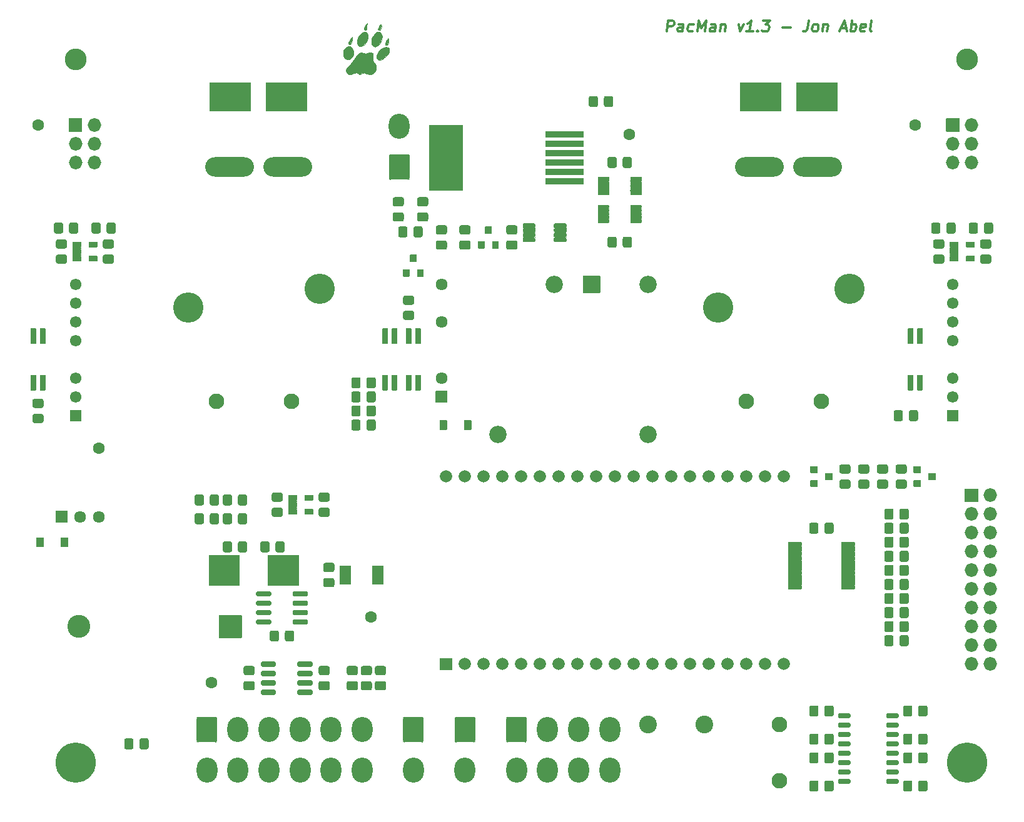
<source format=gbr>
G04 #@! TF.GenerationSoftware,KiCad,Pcbnew,(5.1.10)-1*
G04 #@! TF.CreationDate,2022-03-11T11:38:26-05:00*
G04 #@! TF.ProjectId,PacMan,5061634d-616e-42e6-9b69-6361645f7063,1.3*
G04 #@! TF.SameCoordinates,Original*
G04 #@! TF.FileFunction,Soldermask,Top*
G04 #@! TF.FilePolarity,Negative*
%FSLAX46Y46*%
G04 Gerber Fmt 4.6, Leading zero omitted, Abs format (unit mm)*
G04 Created by KiCad (PCBNEW (5.1.10)-1) date 2022-03-11 11:38:26*
%MOMM*%
%LPD*%
G01*
G04 APERTURE LIST*
%ADD10C,0.300000*%
%ADD11C,0.010000*%
%ADD12O,6.602000X2.642000*%
%ADD13O,2.802000X3.402000*%
%ADD14C,1.662000*%
%ADD15C,2.102000*%
%ADD16C,4.102000*%
%ADD17O,1.829200X1.829200*%
%ADD18C,1.552000*%
%ADD19C,1.602000*%
%ADD20C,2.352000*%
%ADD21C,5.436000*%
%ADD22C,2.402000*%
%ADD23C,1.610000*%
%ADD24C,3.102000*%
%ADD25C,2.946800*%
%ADD26C,0.100000*%
G04 APERTURE END LIST*
D10*
X163223214Y-47668571D02*
X163410714Y-46168571D01*
X163982142Y-46168571D01*
X164116071Y-46240000D01*
X164178571Y-46311428D01*
X164232142Y-46454285D01*
X164205357Y-46668571D01*
X164116071Y-46811428D01*
X164035714Y-46882857D01*
X163883928Y-46954285D01*
X163312500Y-46954285D01*
X165366071Y-47668571D02*
X165464285Y-46882857D01*
X165410714Y-46740000D01*
X165276785Y-46668571D01*
X164991071Y-46668571D01*
X164839285Y-46740000D01*
X165375000Y-47597142D02*
X165223214Y-47668571D01*
X164866071Y-47668571D01*
X164732142Y-47597142D01*
X164678571Y-47454285D01*
X164696428Y-47311428D01*
X164785714Y-47168571D01*
X164937500Y-47097142D01*
X165294642Y-47097142D01*
X165446428Y-47025714D01*
X166732142Y-47597142D02*
X166580357Y-47668571D01*
X166294642Y-47668571D01*
X166160714Y-47597142D01*
X166098214Y-47525714D01*
X166044642Y-47382857D01*
X166098214Y-46954285D01*
X166187500Y-46811428D01*
X166267857Y-46740000D01*
X166419642Y-46668571D01*
X166705357Y-46668571D01*
X166839285Y-46740000D01*
X167366071Y-47668571D02*
X167553571Y-46168571D01*
X167919642Y-47240000D01*
X168553571Y-46168571D01*
X168366071Y-47668571D01*
X169723214Y-47668571D02*
X169821428Y-46882857D01*
X169767857Y-46740000D01*
X169633928Y-46668571D01*
X169348214Y-46668571D01*
X169196428Y-46740000D01*
X169732142Y-47597142D02*
X169580357Y-47668571D01*
X169223214Y-47668571D01*
X169089285Y-47597142D01*
X169035714Y-47454285D01*
X169053571Y-47311428D01*
X169142857Y-47168571D01*
X169294642Y-47097142D01*
X169651785Y-47097142D01*
X169803571Y-47025714D01*
X170562500Y-46668571D02*
X170437500Y-47668571D01*
X170544642Y-46811428D02*
X170625000Y-46740000D01*
X170776785Y-46668571D01*
X170991071Y-46668571D01*
X171125000Y-46740000D01*
X171178571Y-46882857D01*
X171080357Y-47668571D01*
X172919642Y-46668571D02*
X173151785Y-47668571D01*
X173633928Y-46668571D01*
X174866071Y-47668571D02*
X174008928Y-47668571D01*
X174437500Y-47668571D02*
X174625000Y-46168571D01*
X174455357Y-46382857D01*
X174294642Y-46525714D01*
X174142857Y-46597142D01*
X175526785Y-47525714D02*
X175589285Y-47597142D01*
X175508928Y-47668571D01*
X175446428Y-47597142D01*
X175526785Y-47525714D01*
X175508928Y-47668571D01*
X176267857Y-46168571D02*
X177196428Y-46168571D01*
X176625000Y-46740000D01*
X176839285Y-46740000D01*
X176973214Y-46811428D01*
X177035714Y-46882857D01*
X177089285Y-47025714D01*
X177044642Y-47382857D01*
X176955357Y-47525714D01*
X176875000Y-47597142D01*
X176723214Y-47668571D01*
X176294642Y-47668571D01*
X176160714Y-47597142D01*
X176098214Y-47525714D01*
X178866071Y-47097142D02*
X180008928Y-47097142D01*
X182410714Y-46168571D02*
X182276785Y-47240000D01*
X182178571Y-47454285D01*
X182017857Y-47597142D01*
X181794642Y-47668571D01*
X181651785Y-47668571D01*
X183151785Y-47668571D02*
X183017857Y-47597142D01*
X182955357Y-47525714D01*
X182901785Y-47382857D01*
X182955357Y-46954285D01*
X183044642Y-46811428D01*
X183125000Y-46740000D01*
X183276785Y-46668571D01*
X183491071Y-46668571D01*
X183625000Y-46740000D01*
X183687500Y-46811428D01*
X183741071Y-46954285D01*
X183687500Y-47382857D01*
X183598214Y-47525714D01*
X183517857Y-47597142D01*
X183366071Y-47668571D01*
X183151785Y-47668571D01*
X184419642Y-46668571D02*
X184294642Y-47668571D01*
X184401785Y-46811428D02*
X184482142Y-46740000D01*
X184633928Y-46668571D01*
X184848214Y-46668571D01*
X184982142Y-46740000D01*
X185035714Y-46882857D01*
X184937500Y-47668571D01*
X186776785Y-47240000D02*
X187491071Y-47240000D01*
X186580357Y-47668571D02*
X187267857Y-46168571D01*
X187580357Y-47668571D01*
X188080357Y-47668571D02*
X188267857Y-46168571D01*
X188196428Y-46740000D02*
X188348214Y-46668571D01*
X188633928Y-46668571D01*
X188767857Y-46740000D01*
X188830357Y-46811428D01*
X188883928Y-46954285D01*
X188830357Y-47382857D01*
X188741071Y-47525714D01*
X188660714Y-47597142D01*
X188508928Y-47668571D01*
X188223214Y-47668571D01*
X188089285Y-47597142D01*
X190017857Y-47597142D02*
X189866071Y-47668571D01*
X189580357Y-47668571D01*
X189446428Y-47597142D01*
X189392857Y-47454285D01*
X189464285Y-46882857D01*
X189553571Y-46740000D01*
X189705357Y-46668571D01*
X189991071Y-46668571D01*
X190125000Y-46740000D01*
X190178571Y-46882857D01*
X190160714Y-47025714D01*
X189428571Y-47168571D01*
X190937500Y-47668571D02*
X190803571Y-47597142D01*
X190750000Y-47454285D01*
X190910714Y-46168571D01*
D11*
G36*
X123212953Y-50521177D02*
G01*
X123386611Y-50612530D01*
X123387157Y-50613184D01*
X123435257Y-50755036D01*
X123460637Y-51000858D01*
X123461024Y-51184684D01*
X123469490Y-51510546D01*
X123536474Y-51748810D01*
X123639692Y-51921029D01*
X123836752Y-52308460D01*
X123876282Y-52681277D01*
X123760595Y-53018630D01*
X123492005Y-53299668D01*
X123486333Y-53303694D01*
X123192732Y-53468113D01*
X122933318Y-53497707D01*
X122647092Y-53397699D01*
X122610692Y-53378656D01*
X122395483Y-53274943D01*
X122245758Y-53253999D01*
X122082605Y-53310142D01*
X122028158Y-53336709D01*
X121746719Y-53447125D01*
X121538743Y-53443174D01*
X121356425Y-53328017D01*
X121247675Y-53247757D01*
X121131538Y-53234374D01*
X120946278Y-53287869D01*
X120838928Y-53328017D01*
X120442622Y-53446118D01*
X120152675Y-53450818D01*
X119948349Y-53340612D01*
X119882323Y-53258552D01*
X119797073Y-52995197D01*
X119866908Y-52696255D01*
X120094103Y-52356523D01*
X120422554Y-52022807D01*
X120709823Y-51727056D01*
X120980128Y-51388522D01*
X121158000Y-51110300D01*
X121378688Y-50764586D01*
X121605987Y-50571508D01*
X121869730Y-50515965D01*
X122199751Y-50582861D01*
X122200017Y-50582949D01*
X122469500Y-50645964D01*
X122662309Y-50618728D01*
X122706547Y-50597852D01*
X122962900Y-50515758D01*
X123212953Y-50521177D01*
G37*
X123212953Y-50521177D02*
X123386611Y-50612530D01*
X123387157Y-50613184D01*
X123435257Y-50755036D01*
X123460637Y-51000858D01*
X123461024Y-51184684D01*
X123469490Y-51510546D01*
X123536474Y-51748810D01*
X123639692Y-51921029D01*
X123836752Y-52308460D01*
X123876282Y-52681277D01*
X123760595Y-53018630D01*
X123492005Y-53299668D01*
X123486333Y-53303694D01*
X123192732Y-53468113D01*
X122933318Y-53497707D01*
X122647092Y-53397699D01*
X122610692Y-53378656D01*
X122395483Y-53274943D01*
X122245758Y-53253999D01*
X122082605Y-53310142D01*
X122028158Y-53336709D01*
X121746719Y-53447125D01*
X121538743Y-53443174D01*
X121356425Y-53328017D01*
X121247675Y-53247757D01*
X121131538Y-53234374D01*
X120946278Y-53287869D01*
X120838928Y-53328017D01*
X120442622Y-53446118D01*
X120152675Y-53450818D01*
X119948349Y-53340612D01*
X119882323Y-53258552D01*
X119797073Y-52995197D01*
X119866908Y-52696255D01*
X120094103Y-52356523D01*
X120422554Y-52022807D01*
X120709823Y-51727056D01*
X120980128Y-51388522D01*
X121158000Y-51110300D01*
X121378688Y-50764586D01*
X121605987Y-50571508D01*
X121869730Y-50515965D01*
X122199751Y-50582861D01*
X122200017Y-50582949D01*
X122469500Y-50645964D01*
X122662309Y-50618728D01*
X122706547Y-50597852D01*
X122962900Y-50515758D01*
X123212953Y-50521177D01*
G36*
X120353008Y-49707248D02*
G01*
X120589170Y-49850708D01*
X120755353Y-50088980D01*
X120839756Y-50388042D01*
X120830576Y-50713871D01*
X120716009Y-51032444D01*
X120585895Y-51212473D01*
X120308597Y-51427238D01*
X120020183Y-51473290D01*
X119875892Y-51434924D01*
X119619871Y-51245687D01*
X119465996Y-50932300D01*
X119422333Y-50574216D01*
X119487517Y-50182007D01*
X119673498Y-49889272D01*
X119965918Y-49715900D01*
X120058669Y-49692626D01*
X120353008Y-49707248D01*
G37*
X120353008Y-49707248D02*
X120589170Y-49850708D01*
X120755353Y-50088980D01*
X120839756Y-50388042D01*
X120830576Y-50713871D01*
X120716009Y-51032444D01*
X120585895Y-51212473D01*
X120308597Y-51427238D01*
X120020183Y-51473290D01*
X119875892Y-51434924D01*
X119619871Y-51245687D01*
X119465996Y-50932300D01*
X119422333Y-50574216D01*
X119487517Y-50182007D01*
X119673498Y-49889272D01*
X119965918Y-49715900D01*
X120058669Y-49692626D01*
X120353008Y-49707248D01*
G36*
X125483540Y-49798843D02*
G01*
X125625241Y-49953394D01*
X125663259Y-50179851D01*
X125604029Y-50452747D01*
X125453983Y-50746614D01*
X125219554Y-51035983D01*
X124907176Y-51295387D01*
X124826104Y-51347448D01*
X124485370Y-51496028D01*
X124206441Y-51490027D01*
X124042714Y-51386619D01*
X123937578Y-51234309D01*
X123924424Y-51050154D01*
X124005794Y-50792474D01*
X124090236Y-50607457D01*
X124315353Y-50269533D01*
X124616115Y-49989453D01*
X124946507Y-49802121D01*
X125231724Y-49741667D01*
X125483540Y-49798843D01*
G37*
X125483540Y-49798843D02*
X125625241Y-49953394D01*
X125663259Y-50179851D01*
X125604029Y-50452747D01*
X125453983Y-50746614D01*
X125219554Y-51035983D01*
X124907176Y-51295387D01*
X124826104Y-51347448D01*
X124485370Y-51496028D01*
X124206441Y-51490027D01*
X124042714Y-51386619D01*
X123937578Y-51234309D01*
X123924424Y-51050154D01*
X124005794Y-50792474D01*
X124090236Y-50607457D01*
X124315353Y-50269533D01*
X124616115Y-49989453D01*
X124946507Y-49802121D01*
X125231724Y-49741667D01*
X125483540Y-49798843D01*
G36*
X124482241Y-47828666D02*
G01*
X124612810Y-48035143D01*
X124664881Y-48325016D01*
X124624716Y-48677213D01*
X124490775Y-49045875D01*
X124317011Y-49311755D01*
X124088058Y-49543657D01*
X123851964Y-49699551D01*
X123695672Y-49741350D01*
X123566536Y-49696806D01*
X123420505Y-49609866D01*
X123270470Y-49409366D01*
X123219415Y-49118098D01*
X123259287Y-48776510D01*
X123382030Y-48425048D01*
X123579592Y-48104159D01*
X123756943Y-47920349D01*
X124040568Y-47750197D01*
X124286914Y-47726660D01*
X124482241Y-47828666D01*
G37*
X124482241Y-47828666D02*
X124612810Y-48035143D01*
X124664881Y-48325016D01*
X124624716Y-48677213D01*
X124490775Y-49045875D01*
X124317011Y-49311755D01*
X124088058Y-49543657D01*
X123851964Y-49699551D01*
X123695672Y-49741350D01*
X123566536Y-49696806D01*
X123420505Y-49609866D01*
X123270470Y-49409366D01*
X123219415Y-49118098D01*
X123259287Y-48776510D01*
X123382030Y-48425048D01*
X123579592Y-48104159D01*
X123756943Y-47920349D01*
X124040568Y-47750197D01*
X124286914Y-47726660D01*
X124482241Y-47828666D01*
G36*
X122414704Y-47700133D02*
G01*
X122594987Y-47838059D01*
X122734924Y-48055958D01*
X122770838Y-48161810D01*
X122778134Y-48473164D01*
X122681690Y-48833534D01*
X122503947Y-49179011D01*
X122344214Y-49376719D01*
X122079725Y-49571295D01*
X121803516Y-49662664D01*
X121558027Y-49645736D01*
X121385696Y-49515422D01*
X121372645Y-49493233D01*
X121283208Y-49159377D01*
X121322085Y-48782392D01*
X121470099Y-48402331D01*
X121708071Y-48059249D01*
X122016822Y-47793198D01*
X122239420Y-47683031D01*
X122414704Y-47700133D01*
G37*
X122414704Y-47700133D02*
X122594987Y-47838059D01*
X122734924Y-48055958D01*
X122770838Y-48161810D01*
X122778134Y-48473164D01*
X122681690Y-48833534D01*
X122503947Y-49179011D01*
X122344214Y-49376719D01*
X122079725Y-49571295D01*
X121803516Y-49662664D01*
X121558027Y-49645736D01*
X121385696Y-49515422D01*
X121372645Y-49493233D01*
X121283208Y-49159377D01*
X121322085Y-48782392D01*
X121470099Y-48402331D01*
X121708071Y-48059249D01*
X122016822Y-47793198D01*
X122239420Y-47683031D01*
X122414704Y-47700133D01*
G36*
X120603848Y-48727179D02*
G01*
X120564777Y-49045675D01*
X120468690Y-49286291D01*
X120333844Y-49413756D01*
X120244313Y-49421782D01*
X120143511Y-49340081D01*
X120165353Y-49160255D01*
X120311290Y-48876152D01*
X120407954Y-48727179D01*
X120607667Y-48432359D01*
X120603848Y-48727179D01*
G37*
X120603848Y-48727179D02*
X120564777Y-49045675D01*
X120468690Y-49286291D01*
X120333844Y-49413756D01*
X120244313Y-49421782D01*
X120143511Y-49340081D01*
X120165353Y-49160255D01*
X120311290Y-48876152D01*
X120407954Y-48727179D01*
X120607667Y-48432359D01*
X120603848Y-48727179D01*
G36*
X125521964Y-48690969D02*
G01*
X125528872Y-48709363D01*
X125560123Y-48912889D01*
X125547790Y-49168641D01*
X125545057Y-49186458D01*
X125491034Y-49392423D01*
X125394077Y-49476281D01*
X125289883Y-49487667D01*
X125142918Y-49463567D01*
X125124664Y-49359241D01*
X125141045Y-49297167D01*
X125216501Y-49088733D01*
X125322386Y-48839157D01*
X125331154Y-48820072D01*
X125420570Y-48642655D01*
X125474367Y-48605111D01*
X125521964Y-48690969D01*
G37*
X125521964Y-48690969D02*
X125528872Y-48709363D01*
X125560123Y-48912889D01*
X125547790Y-49168641D01*
X125545057Y-49186458D01*
X125491034Y-49392423D01*
X125394077Y-49476281D01*
X125289883Y-49487667D01*
X125142918Y-49463567D01*
X125124664Y-49359241D01*
X125141045Y-49297167D01*
X125216501Y-49088733D01*
X125322386Y-48839157D01*
X125331154Y-48820072D01*
X125420570Y-48642655D01*
X125474367Y-48605111D01*
X125521964Y-48690969D01*
G36*
X124567411Y-46762294D02*
G01*
X124578560Y-46926500D01*
X124542363Y-47251115D01*
X124457095Y-47426716D01*
X124313781Y-47468809D01*
X124269332Y-47460664D01*
X124078665Y-47413334D01*
X124257014Y-47053500D01*
X124400900Y-46804222D01*
X124506707Y-46706229D01*
X124567411Y-46762294D01*
G37*
X124567411Y-46762294D02*
X124578560Y-46926500D01*
X124542363Y-47251115D01*
X124457095Y-47426716D01*
X124313781Y-47468809D01*
X124269332Y-47460664D01*
X124078665Y-47413334D01*
X124257014Y-47053500D01*
X124400900Y-46804222D01*
X124506707Y-46706229D01*
X124567411Y-46762294D01*
G36*
X122619028Y-46990000D02*
G01*
X122595723Y-47246675D01*
X122545828Y-47379280D01*
X122448056Y-47432993D01*
X122406833Y-47440389D01*
X122253079Y-47421194D01*
X122216767Y-47355722D01*
X122259391Y-47221125D01*
X122366649Y-47009922D01*
X122428962Y-46905334D01*
X122640723Y-46566667D01*
X122619028Y-46990000D01*
G37*
X122619028Y-46990000D02*
X122595723Y-47246675D01*
X122545828Y-47379280D01*
X122448056Y-47432993D01*
X122406833Y-47440389D01*
X122253079Y-47421194D01*
X122216767Y-47355722D01*
X122259391Y-47221125D01*
X122366649Y-47009922D01*
X122428962Y-46905334D01*
X122640723Y-46566667D01*
X122619028Y-46990000D01*
D10*
X163223214Y-47668571D02*
X163410714Y-46168571D01*
X163982142Y-46168571D01*
X164116071Y-46240000D01*
X164178571Y-46311428D01*
X164232142Y-46454285D01*
X164205357Y-46668571D01*
X164116071Y-46811428D01*
X164035714Y-46882857D01*
X163883928Y-46954285D01*
X163312500Y-46954285D01*
X165366071Y-47668571D02*
X165464285Y-46882857D01*
X165410714Y-46740000D01*
X165276785Y-46668571D01*
X164991071Y-46668571D01*
X164839285Y-46740000D01*
X165375000Y-47597142D02*
X165223214Y-47668571D01*
X164866071Y-47668571D01*
X164732142Y-47597142D01*
X164678571Y-47454285D01*
X164696428Y-47311428D01*
X164785714Y-47168571D01*
X164937500Y-47097142D01*
X165294642Y-47097142D01*
X165446428Y-47025714D01*
X166732142Y-47597142D02*
X166580357Y-47668571D01*
X166294642Y-47668571D01*
X166160714Y-47597142D01*
X166098214Y-47525714D01*
X166044642Y-47382857D01*
X166098214Y-46954285D01*
X166187500Y-46811428D01*
X166267857Y-46740000D01*
X166419642Y-46668571D01*
X166705357Y-46668571D01*
X166839285Y-46740000D01*
X167366071Y-47668571D02*
X167553571Y-46168571D01*
X167919642Y-47240000D01*
X168553571Y-46168571D01*
X168366071Y-47668571D01*
X169723214Y-47668571D02*
X169821428Y-46882857D01*
X169767857Y-46740000D01*
X169633928Y-46668571D01*
X169348214Y-46668571D01*
X169196428Y-46740000D01*
X169732142Y-47597142D02*
X169580357Y-47668571D01*
X169223214Y-47668571D01*
X169089285Y-47597142D01*
X169035714Y-47454285D01*
X169053571Y-47311428D01*
X169142857Y-47168571D01*
X169294642Y-47097142D01*
X169651785Y-47097142D01*
X169803571Y-47025714D01*
X170562500Y-46668571D02*
X170437500Y-47668571D01*
X170544642Y-46811428D02*
X170625000Y-46740000D01*
X170776785Y-46668571D01*
X170991071Y-46668571D01*
X171125000Y-46740000D01*
X171178571Y-46882857D01*
X171080357Y-47668571D01*
X172919642Y-46668571D02*
X173151785Y-47668571D01*
X173633928Y-46668571D01*
X174866071Y-47668571D02*
X174008928Y-47668571D01*
X174437500Y-47668571D02*
X174625000Y-46168571D01*
X174455357Y-46382857D01*
X174294642Y-46525714D01*
X174142857Y-46597142D01*
X175526785Y-47525714D02*
X175589285Y-47597142D01*
X175508928Y-47668571D01*
X175446428Y-47597142D01*
X175526785Y-47525714D01*
X175508928Y-47668571D01*
X176267857Y-46168571D02*
X177196428Y-46168571D01*
X176625000Y-46740000D01*
X176839285Y-46740000D01*
X176973214Y-46811428D01*
X177035714Y-46882857D01*
X177089285Y-47025714D01*
X177044642Y-47382857D01*
X176955357Y-47525714D01*
X176875000Y-47597142D01*
X176723214Y-47668571D01*
X176294642Y-47668571D01*
X176160714Y-47597142D01*
X176098214Y-47525714D01*
X178866071Y-47097142D02*
X180008928Y-47097142D01*
X182410714Y-46168571D02*
X182276785Y-47240000D01*
X182178571Y-47454285D01*
X182017857Y-47597142D01*
X181794642Y-47668571D01*
X181651785Y-47668571D01*
X183151785Y-47668571D02*
X183017857Y-47597142D01*
X182955357Y-47525714D01*
X182901785Y-47382857D01*
X182955357Y-46954285D01*
X183044642Y-46811428D01*
X183125000Y-46740000D01*
X183276785Y-46668571D01*
X183491071Y-46668571D01*
X183625000Y-46740000D01*
X183687500Y-46811428D01*
X183741071Y-46954285D01*
X183687500Y-47382857D01*
X183598214Y-47525714D01*
X183517857Y-47597142D01*
X183366071Y-47668571D01*
X183151785Y-47668571D01*
X184419642Y-46668571D02*
X184294642Y-47668571D01*
X184401785Y-46811428D02*
X184482142Y-46740000D01*
X184633928Y-46668571D01*
X184848214Y-46668571D01*
X184982142Y-46740000D01*
X185035714Y-46882857D01*
X184937500Y-47668571D01*
X186776785Y-47240000D02*
X187491071Y-47240000D01*
X186580357Y-47668571D02*
X187267857Y-46168571D01*
X187580357Y-47668571D01*
X188080357Y-47668571D02*
X188267857Y-46168571D01*
X188196428Y-46740000D02*
X188348214Y-46668571D01*
X188633928Y-46668571D01*
X188767857Y-46740000D01*
X188830357Y-46811428D01*
X188883928Y-46954285D01*
X188830357Y-47382857D01*
X188741071Y-47525714D01*
X188660714Y-47597142D01*
X188508928Y-47668571D01*
X188223214Y-47668571D01*
X188089285Y-47597142D01*
X190017857Y-47597142D02*
X189866071Y-47668571D01*
X189580357Y-47668571D01*
X189446428Y-47597142D01*
X189392857Y-47454285D01*
X189464285Y-46882857D01*
X189553571Y-46740000D01*
X189705357Y-46668571D01*
X189991071Y-46668571D01*
X190125000Y-46740000D01*
X190178571Y-46882857D01*
X190160714Y-47025714D01*
X189428571Y-47168571D01*
X190937500Y-47668571D02*
X190803571Y-47597142D01*
X190750000Y-47454285D01*
X190910714Y-46168571D01*
D11*
G36*
X123212953Y-50521177D02*
G01*
X123386611Y-50612530D01*
X123387157Y-50613184D01*
X123435257Y-50755036D01*
X123460637Y-51000858D01*
X123461024Y-51184684D01*
X123469490Y-51510546D01*
X123536474Y-51748810D01*
X123639692Y-51921029D01*
X123836752Y-52308460D01*
X123876282Y-52681277D01*
X123760595Y-53018630D01*
X123492005Y-53299668D01*
X123486333Y-53303694D01*
X123192732Y-53468113D01*
X122933318Y-53497707D01*
X122647092Y-53397699D01*
X122610692Y-53378656D01*
X122395483Y-53274943D01*
X122245758Y-53253999D01*
X122082605Y-53310142D01*
X122028158Y-53336709D01*
X121746719Y-53447125D01*
X121538743Y-53443174D01*
X121356425Y-53328017D01*
X121247675Y-53247757D01*
X121131538Y-53234374D01*
X120946278Y-53287869D01*
X120838928Y-53328017D01*
X120442622Y-53446118D01*
X120152675Y-53450818D01*
X119948349Y-53340612D01*
X119882323Y-53258552D01*
X119797073Y-52995197D01*
X119866908Y-52696255D01*
X120094103Y-52356523D01*
X120422554Y-52022807D01*
X120709823Y-51727056D01*
X120980128Y-51388522D01*
X121158000Y-51110300D01*
X121378688Y-50764586D01*
X121605987Y-50571508D01*
X121869730Y-50515965D01*
X122199751Y-50582861D01*
X122200017Y-50582949D01*
X122469500Y-50645964D01*
X122662309Y-50618728D01*
X122706547Y-50597852D01*
X122962900Y-50515758D01*
X123212953Y-50521177D01*
G37*
X123212953Y-50521177D02*
X123386611Y-50612530D01*
X123387157Y-50613184D01*
X123435257Y-50755036D01*
X123460637Y-51000858D01*
X123461024Y-51184684D01*
X123469490Y-51510546D01*
X123536474Y-51748810D01*
X123639692Y-51921029D01*
X123836752Y-52308460D01*
X123876282Y-52681277D01*
X123760595Y-53018630D01*
X123492005Y-53299668D01*
X123486333Y-53303694D01*
X123192732Y-53468113D01*
X122933318Y-53497707D01*
X122647092Y-53397699D01*
X122610692Y-53378656D01*
X122395483Y-53274943D01*
X122245758Y-53253999D01*
X122082605Y-53310142D01*
X122028158Y-53336709D01*
X121746719Y-53447125D01*
X121538743Y-53443174D01*
X121356425Y-53328017D01*
X121247675Y-53247757D01*
X121131538Y-53234374D01*
X120946278Y-53287869D01*
X120838928Y-53328017D01*
X120442622Y-53446118D01*
X120152675Y-53450818D01*
X119948349Y-53340612D01*
X119882323Y-53258552D01*
X119797073Y-52995197D01*
X119866908Y-52696255D01*
X120094103Y-52356523D01*
X120422554Y-52022807D01*
X120709823Y-51727056D01*
X120980128Y-51388522D01*
X121158000Y-51110300D01*
X121378688Y-50764586D01*
X121605987Y-50571508D01*
X121869730Y-50515965D01*
X122199751Y-50582861D01*
X122200017Y-50582949D01*
X122469500Y-50645964D01*
X122662309Y-50618728D01*
X122706547Y-50597852D01*
X122962900Y-50515758D01*
X123212953Y-50521177D01*
G36*
X120353008Y-49707248D02*
G01*
X120589170Y-49850708D01*
X120755353Y-50088980D01*
X120839756Y-50388042D01*
X120830576Y-50713871D01*
X120716009Y-51032444D01*
X120585895Y-51212473D01*
X120308597Y-51427238D01*
X120020183Y-51473290D01*
X119875892Y-51434924D01*
X119619871Y-51245687D01*
X119465996Y-50932300D01*
X119422333Y-50574216D01*
X119487517Y-50182007D01*
X119673498Y-49889272D01*
X119965918Y-49715900D01*
X120058669Y-49692626D01*
X120353008Y-49707248D01*
G37*
X120353008Y-49707248D02*
X120589170Y-49850708D01*
X120755353Y-50088980D01*
X120839756Y-50388042D01*
X120830576Y-50713871D01*
X120716009Y-51032444D01*
X120585895Y-51212473D01*
X120308597Y-51427238D01*
X120020183Y-51473290D01*
X119875892Y-51434924D01*
X119619871Y-51245687D01*
X119465996Y-50932300D01*
X119422333Y-50574216D01*
X119487517Y-50182007D01*
X119673498Y-49889272D01*
X119965918Y-49715900D01*
X120058669Y-49692626D01*
X120353008Y-49707248D01*
G36*
X125483540Y-49798843D02*
G01*
X125625241Y-49953394D01*
X125663259Y-50179851D01*
X125604029Y-50452747D01*
X125453983Y-50746614D01*
X125219554Y-51035983D01*
X124907176Y-51295387D01*
X124826104Y-51347448D01*
X124485370Y-51496028D01*
X124206441Y-51490027D01*
X124042714Y-51386619D01*
X123937578Y-51234309D01*
X123924424Y-51050154D01*
X124005794Y-50792474D01*
X124090236Y-50607457D01*
X124315353Y-50269533D01*
X124616115Y-49989453D01*
X124946507Y-49802121D01*
X125231724Y-49741667D01*
X125483540Y-49798843D01*
G37*
X125483540Y-49798843D02*
X125625241Y-49953394D01*
X125663259Y-50179851D01*
X125604029Y-50452747D01*
X125453983Y-50746614D01*
X125219554Y-51035983D01*
X124907176Y-51295387D01*
X124826104Y-51347448D01*
X124485370Y-51496028D01*
X124206441Y-51490027D01*
X124042714Y-51386619D01*
X123937578Y-51234309D01*
X123924424Y-51050154D01*
X124005794Y-50792474D01*
X124090236Y-50607457D01*
X124315353Y-50269533D01*
X124616115Y-49989453D01*
X124946507Y-49802121D01*
X125231724Y-49741667D01*
X125483540Y-49798843D01*
G36*
X124482241Y-47828666D02*
G01*
X124612810Y-48035143D01*
X124664881Y-48325016D01*
X124624716Y-48677213D01*
X124490775Y-49045875D01*
X124317011Y-49311755D01*
X124088058Y-49543657D01*
X123851964Y-49699551D01*
X123695672Y-49741350D01*
X123566536Y-49696806D01*
X123420505Y-49609866D01*
X123270470Y-49409366D01*
X123219415Y-49118098D01*
X123259287Y-48776510D01*
X123382030Y-48425048D01*
X123579592Y-48104159D01*
X123756943Y-47920349D01*
X124040568Y-47750197D01*
X124286914Y-47726660D01*
X124482241Y-47828666D01*
G37*
X124482241Y-47828666D02*
X124612810Y-48035143D01*
X124664881Y-48325016D01*
X124624716Y-48677213D01*
X124490775Y-49045875D01*
X124317011Y-49311755D01*
X124088058Y-49543657D01*
X123851964Y-49699551D01*
X123695672Y-49741350D01*
X123566536Y-49696806D01*
X123420505Y-49609866D01*
X123270470Y-49409366D01*
X123219415Y-49118098D01*
X123259287Y-48776510D01*
X123382030Y-48425048D01*
X123579592Y-48104159D01*
X123756943Y-47920349D01*
X124040568Y-47750197D01*
X124286914Y-47726660D01*
X124482241Y-47828666D01*
G36*
X122414704Y-47700133D02*
G01*
X122594987Y-47838059D01*
X122734924Y-48055958D01*
X122770838Y-48161810D01*
X122778134Y-48473164D01*
X122681690Y-48833534D01*
X122503947Y-49179011D01*
X122344214Y-49376719D01*
X122079725Y-49571295D01*
X121803516Y-49662664D01*
X121558027Y-49645736D01*
X121385696Y-49515422D01*
X121372645Y-49493233D01*
X121283208Y-49159377D01*
X121322085Y-48782392D01*
X121470099Y-48402331D01*
X121708071Y-48059249D01*
X122016822Y-47793198D01*
X122239420Y-47683031D01*
X122414704Y-47700133D01*
G37*
X122414704Y-47700133D02*
X122594987Y-47838059D01*
X122734924Y-48055958D01*
X122770838Y-48161810D01*
X122778134Y-48473164D01*
X122681690Y-48833534D01*
X122503947Y-49179011D01*
X122344214Y-49376719D01*
X122079725Y-49571295D01*
X121803516Y-49662664D01*
X121558027Y-49645736D01*
X121385696Y-49515422D01*
X121372645Y-49493233D01*
X121283208Y-49159377D01*
X121322085Y-48782392D01*
X121470099Y-48402331D01*
X121708071Y-48059249D01*
X122016822Y-47793198D01*
X122239420Y-47683031D01*
X122414704Y-47700133D01*
G36*
X120603848Y-48727179D02*
G01*
X120564777Y-49045675D01*
X120468690Y-49286291D01*
X120333844Y-49413756D01*
X120244313Y-49421782D01*
X120143511Y-49340081D01*
X120165353Y-49160255D01*
X120311290Y-48876152D01*
X120407954Y-48727179D01*
X120607667Y-48432359D01*
X120603848Y-48727179D01*
G37*
X120603848Y-48727179D02*
X120564777Y-49045675D01*
X120468690Y-49286291D01*
X120333844Y-49413756D01*
X120244313Y-49421782D01*
X120143511Y-49340081D01*
X120165353Y-49160255D01*
X120311290Y-48876152D01*
X120407954Y-48727179D01*
X120607667Y-48432359D01*
X120603848Y-48727179D01*
G36*
X125521964Y-48690969D02*
G01*
X125528872Y-48709363D01*
X125560123Y-48912889D01*
X125547790Y-49168641D01*
X125545057Y-49186458D01*
X125491034Y-49392423D01*
X125394077Y-49476281D01*
X125289883Y-49487667D01*
X125142918Y-49463567D01*
X125124664Y-49359241D01*
X125141045Y-49297167D01*
X125216501Y-49088733D01*
X125322386Y-48839157D01*
X125331154Y-48820072D01*
X125420570Y-48642655D01*
X125474367Y-48605111D01*
X125521964Y-48690969D01*
G37*
X125521964Y-48690969D02*
X125528872Y-48709363D01*
X125560123Y-48912889D01*
X125547790Y-49168641D01*
X125545057Y-49186458D01*
X125491034Y-49392423D01*
X125394077Y-49476281D01*
X125289883Y-49487667D01*
X125142918Y-49463567D01*
X125124664Y-49359241D01*
X125141045Y-49297167D01*
X125216501Y-49088733D01*
X125322386Y-48839157D01*
X125331154Y-48820072D01*
X125420570Y-48642655D01*
X125474367Y-48605111D01*
X125521964Y-48690969D01*
G36*
X124567411Y-46762294D02*
G01*
X124578560Y-46926500D01*
X124542363Y-47251115D01*
X124457095Y-47426716D01*
X124313781Y-47468809D01*
X124269332Y-47460664D01*
X124078665Y-47413334D01*
X124257014Y-47053500D01*
X124400900Y-46804222D01*
X124506707Y-46706229D01*
X124567411Y-46762294D01*
G37*
X124567411Y-46762294D02*
X124578560Y-46926500D01*
X124542363Y-47251115D01*
X124457095Y-47426716D01*
X124313781Y-47468809D01*
X124269332Y-47460664D01*
X124078665Y-47413334D01*
X124257014Y-47053500D01*
X124400900Y-46804222D01*
X124506707Y-46706229D01*
X124567411Y-46762294D01*
G36*
X122619028Y-46990000D02*
G01*
X122595723Y-47246675D01*
X122545828Y-47379280D01*
X122448056Y-47432993D01*
X122406833Y-47440389D01*
X122253079Y-47421194D01*
X122216767Y-47355722D01*
X122259391Y-47221125D01*
X122366649Y-47009922D01*
X122428962Y-46905334D01*
X122640723Y-46566667D01*
X122619028Y-46990000D01*
G37*
X122619028Y-46990000D02*
X122595723Y-47246675D01*
X122545828Y-47379280D01*
X122448056Y-47432993D01*
X122406833Y-47440389D01*
X122253079Y-47421194D01*
X122216767Y-47355722D01*
X122259391Y-47221125D01*
X122366649Y-47009922D01*
X122428962Y-46905334D01*
X122640723Y-46566667D01*
X122619028Y-46990000D01*
D12*
X175755000Y-66040000D03*
X183655000Y-66040000D03*
X104000000Y-66040000D03*
X111900000Y-66040000D03*
D13*
X121965000Y-147740000D03*
X117765000Y-147740000D03*
X113565000Y-147740000D03*
X109365000Y-147740000D03*
X105165000Y-147740000D03*
X100965000Y-147740000D03*
X121965000Y-142240000D03*
X117765000Y-142240000D03*
X113565000Y-142240000D03*
X109365000Y-142240000D03*
X105165000Y-142240000D03*
G36*
G01*
X99564000Y-143681555D02*
X99564000Y-140798445D01*
G75*
G02*
X99823445Y-140539000I259445J0D01*
G01*
X102106555Y-140539000D01*
G75*
G02*
X102366000Y-140798445I0J-259445D01*
G01*
X102366000Y-143681555D01*
G75*
G02*
X102106555Y-143941000I-259445J0D01*
G01*
X99823445Y-143941000D01*
G75*
G02*
X99564000Y-143681555I0J259445D01*
G01*
G37*
X155475000Y-147740000D03*
X151275000Y-147740000D03*
X147075000Y-147740000D03*
X142875000Y-147740000D03*
X155475000Y-142240000D03*
X151275000Y-142240000D03*
X147075000Y-142240000D03*
G36*
G01*
X141474000Y-143681555D02*
X141474000Y-140798445D01*
G75*
G02*
X141733445Y-140539000I259445J0D01*
G01*
X144016555Y-140539000D01*
G75*
G02*
X144276000Y-140798445I0J-259445D01*
G01*
X144276000Y-143681555D01*
G75*
G02*
X144016555Y-143941000I-259445J0D01*
G01*
X141733445Y-143941000D01*
G75*
G02*
X141474000Y-143681555I0J259445D01*
G01*
G37*
G36*
G01*
X191926172Y-108349000D02*
X192883828Y-108349000D01*
G75*
G02*
X193156000Y-108621172I0J-272172D01*
G01*
X193156000Y-109328828D01*
G75*
G02*
X192883828Y-109601000I-272172J0D01*
G01*
X191926172Y-109601000D01*
G75*
G02*
X191654000Y-109328828I0J272172D01*
G01*
X191654000Y-108621172D01*
G75*
G02*
X191926172Y-108349000I272172J0D01*
G01*
G37*
G36*
G01*
X191926172Y-106299000D02*
X192883828Y-106299000D01*
G75*
G02*
X193156000Y-106571172I0J-272172D01*
G01*
X193156000Y-107278828D01*
G75*
G02*
X192883828Y-107551000I-272172J0D01*
G01*
X191926172Y-107551000D01*
G75*
G02*
X191654000Y-107278828I0J272172D01*
G01*
X191654000Y-106571172D01*
G75*
G02*
X191926172Y-106299000I272172J0D01*
G01*
G37*
G36*
G01*
X195423828Y-107551000D02*
X194466172Y-107551000D01*
G75*
G02*
X194194000Y-107278828I0J272172D01*
G01*
X194194000Y-106571172D01*
G75*
G02*
X194466172Y-106299000I272172J0D01*
G01*
X195423828Y-106299000D01*
G75*
G02*
X195696000Y-106571172I0J-272172D01*
G01*
X195696000Y-107278828D01*
G75*
G02*
X195423828Y-107551000I-272172J0D01*
G01*
G37*
G36*
G01*
X195423828Y-109601000D02*
X194466172Y-109601000D01*
G75*
G02*
X194194000Y-109328828I0J272172D01*
G01*
X194194000Y-108621172D01*
G75*
G02*
X194466172Y-108349000I272172J0D01*
G01*
X195423828Y-108349000D01*
G75*
G02*
X195696000Y-108621172I0J-272172D01*
G01*
X195696000Y-109328828D01*
G75*
G02*
X195423828Y-109601000I-272172J0D01*
G01*
G37*
G36*
G01*
X198619000Y-108350000D02*
X198619000Y-107550000D01*
G75*
G02*
X198670000Y-107499000I51000J0D01*
G01*
X199570000Y-107499000D01*
G75*
G02*
X199621000Y-107550000I0J-51000D01*
G01*
X199621000Y-108350000D01*
G75*
G02*
X199570000Y-108401000I-51000J0D01*
G01*
X198670000Y-108401000D01*
G75*
G02*
X198619000Y-108350000I0J51000D01*
G01*
G37*
G36*
G01*
X196619000Y-109300000D02*
X196619000Y-108500000D01*
G75*
G02*
X196670000Y-108449000I51000J0D01*
G01*
X197570000Y-108449000D01*
G75*
G02*
X197621000Y-108500000I0J-51000D01*
G01*
X197621000Y-109300000D01*
G75*
G02*
X197570000Y-109351000I-51000J0D01*
G01*
X196670000Y-109351000D01*
G75*
G02*
X196619000Y-109300000I0J51000D01*
G01*
G37*
G36*
G01*
X196619000Y-107400000D02*
X196619000Y-106600000D01*
G75*
G02*
X196670000Y-106549000I51000J0D01*
G01*
X197570000Y-106549000D01*
G75*
G02*
X197621000Y-106600000I0J-51000D01*
G01*
X197621000Y-107400000D01*
G75*
G02*
X197570000Y-107451000I-51000J0D01*
G01*
X196670000Y-107451000D01*
G75*
G02*
X196619000Y-107400000I0J51000D01*
G01*
G37*
G36*
G01*
X134130000Y-134181000D02*
X132570000Y-134181000D01*
G75*
G02*
X132519000Y-134130000I0J51000D01*
G01*
X132519000Y-132570000D01*
G75*
G02*
X132570000Y-132519000I51000J0D01*
G01*
X134130000Y-132519000D01*
G75*
G02*
X134181000Y-132570000I0J-51000D01*
G01*
X134181000Y-134130000D01*
G75*
G02*
X134130000Y-134181000I-51000J0D01*
G01*
G37*
D14*
X135890000Y-133350000D03*
X179070000Y-133350000D03*
X138430000Y-133350000D03*
X140970000Y-133350000D03*
X143510000Y-133350000D03*
X146050000Y-133350000D03*
X148590000Y-133350000D03*
X151130000Y-133350000D03*
X153670000Y-133350000D03*
X156210000Y-133350000D03*
X158750000Y-133350000D03*
X161290000Y-133350000D03*
X163830000Y-133350000D03*
X166370000Y-133350000D03*
X168910000Y-133350000D03*
X171450000Y-133350000D03*
X173990000Y-133350000D03*
X176530000Y-133350000D03*
X133350000Y-107950000D03*
X135890000Y-107950000D03*
X138430000Y-107950000D03*
X140970000Y-107950000D03*
X143510000Y-107950000D03*
X146050000Y-107950000D03*
X148590000Y-107950000D03*
X151130000Y-107950000D03*
X153670000Y-107950000D03*
X156210000Y-107950000D03*
X158750000Y-107950000D03*
X161290000Y-107950000D03*
X163830000Y-107950000D03*
X166370000Y-107950000D03*
X168910000Y-107950000D03*
X171450000Y-107950000D03*
X173990000Y-107950000D03*
X176530000Y-107950000D03*
X179070000Y-107950000D03*
G36*
G01*
X195181000Y-99216172D02*
X195181000Y-100173828D01*
G75*
G02*
X194908828Y-100446000I-272172J0D01*
G01*
X194201172Y-100446000D01*
G75*
G02*
X193929000Y-100173828I0J272172D01*
G01*
X193929000Y-99216172D01*
G75*
G02*
X194201172Y-98944000I272172J0D01*
G01*
X194908828Y-98944000D01*
G75*
G02*
X195181000Y-99216172I0J-272172D01*
G01*
G37*
G36*
G01*
X197231000Y-99216172D02*
X197231000Y-100173828D01*
G75*
G02*
X196958828Y-100446000I-272172J0D01*
G01*
X196251172Y-100446000D01*
G75*
G02*
X195979000Y-100173828I0J272172D01*
G01*
X195979000Y-99216172D01*
G75*
G02*
X196251172Y-98944000I272172J0D01*
G01*
X196958828Y-98944000D01*
G75*
G02*
X197231000Y-99216172I0J-272172D01*
G01*
G37*
G36*
G01*
X77626172Y-97409000D02*
X78583828Y-97409000D01*
G75*
G02*
X78856000Y-97681172I0J-272172D01*
G01*
X78856000Y-98388828D01*
G75*
G02*
X78583828Y-98661000I-272172J0D01*
G01*
X77626172Y-98661000D01*
G75*
G02*
X77354000Y-98388828I0J272172D01*
G01*
X77354000Y-97681172D01*
G75*
G02*
X77626172Y-97409000I272172J0D01*
G01*
G37*
G36*
G01*
X77626172Y-99459000D02*
X78583828Y-99459000D01*
G75*
G02*
X78856000Y-99731172I0J-272172D01*
G01*
X78856000Y-100438828D01*
G75*
G02*
X78583828Y-100711000I-272172J0D01*
G01*
X77626172Y-100711000D01*
G75*
G02*
X77354000Y-100438828I0J272172D01*
G01*
X77354000Y-99731172D01*
G75*
G02*
X77626172Y-99459000I272172J0D01*
G01*
G37*
G36*
G01*
X196535000Y-96276000D02*
X195895000Y-96276000D01*
G75*
G02*
X195844000Y-96225000I0J51000D01*
G01*
X195844000Y-94225000D01*
G75*
G02*
X195895000Y-94174000I51000J0D01*
G01*
X196535000Y-94174000D01*
G75*
G02*
X196586000Y-94225000I0J-51000D01*
G01*
X196586000Y-96225000D01*
G75*
G02*
X196535000Y-96276000I-51000J0D01*
G01*
G37*
G36*
G01*
X197805000Y-96276000D02*
X197165000Y-96276000D01*
G75*
G02*
X197114000Y-96225000I0J51000D01*
G01*
X197114000Y-94225000D01*
G75*
G02*
X197165000Y-94174000I51000J0D01*
G01*
X197805000Y-94174000D01*
G75*
G02*
X197856000Y-94225000I0J-51000D01*
G01*
X197856000Y-96225000D01*
G75*
G02*
X197805000Y-96276000I-51000J0D01*
G01*
G37*
G36*
G01*
X197805000Y-89976000D02*
X197165000Y-89976000D01*
G75*
G02*
X197114000Y-89925000I0J51000D01*
G01*
X197114000Y-87925000D01*
G75*
G02*
X197165000Y-87874000I51000J0D01*
G01*
X197805000Y-87874000D01*
G75*
G02*
X197856000Y-87925000I0J-51000D01*
G01*
X197856000Y-89925000D01*
G75*
G02*
X197805000Y-89976000I-51000J0D01*
G01*
G37*
G36*
G01*
X196535000Y-89976000D02*
X195895000Y-89976000D01*
G75*
G02*
X195844000Y-89925000I0J51000D01*
G01*
X195844000Y-87925000D01*
G75*
G02*
X195895000Y-87874000I51000J0D01*
G01*
X196535000Y-87874000D01*
G75*
G02*
X196586000Y-87925000I0J-51000D01*
G01*
X196586000Y-89925000D01*
G75*
G02*
X196535000Y-89976000I-51000J0D01*
G01*
G37*
G36*
G01*
X77790000Y-96276000D02*
X77150000Y-96276000D01*
G75*
G02*
X77099000Y-96225000I0J51000D01*
G01*
X77099000Y-94225000D01*
G75*
G02*
X77150000Y-94174000I51000J0D01*
G01*
X77790000Y-94174000D01*
G75*
G02*
X77841000Y-94225000I0J-51000D01*
G01*
X77841000Y-96225000D01*
G75*
G02*
X77790000Y-96276000I-51000J0D01*
G01*
G37*
G36*
G01*
X79060000Y-96276000D02*
X78420000Y-96276000D01*
G75*
G02*
X78369000Y-96225000I0J51000D01*
G01*
X78369000Y-94225000D01*
G75*
G02*
X78420000Y-94174000I51000J0D01*
G01*
X79060000Y-94174000D01*
G75*
G02*
X79111000Y-94225000I0J-51000D01*
G01*
X79111000Y-96225000D01*
G75*
G02*
X79060000Y-96276000I-51000J0D01*
G01*
G37*
G36*
G01*
X79060000Y-89976000D02*
X78420000Y-89976000D01*
G75*
G02*
X78369000Y-89925000I0J51000D01*
G01*
X78369000Y-87925000D01*
G75*
G02*
X78420000Y-87874000I51000J0D01*
G01*
X79060000Y-87874000D01*
G75*
G02*
X79111000Y-87925000I0J-51000D01*
G01*
X79111000Y-89925000D01*
G75*
G02*
X79060000Y-89976000I-51000J0D01*
G01*
G37*
G36*
G01*
X77790000Y-89976000D02*
X77150000Y-89976000D01*
G75*
G02*
X77099000Y-89925000I0J51000D01*
G01*
X77099000Y-87925000D01*
G75*
G02*
X77150000Y-87874000I51000J0D01*
G01*
X77790000Y-87874000D01*
G75*
G02*
X77841000Y-87925000I0J-51000D01*
G01*
X77841000Y-89925000D01*
G75*
G02*
X77790000Y-89976000I-51000J0D01*
G01*
G37*
G36*
G01*
X151878000Y-68376000D02*
X146878000Y-68376000D01*
G75*
G02*
X146827000Y-68325000I0J51000D01*
G01*
X146827000Y-67565000D01*
G75*
G02*
X146878000Y-67514000I51000J0D01*
G01*
X151878000Y-67514000D01*
G75*
G02*
X151929000Y-67565000I0J-51000D01*
G01*
X151929000Y-68325000D01*
G75*
G02*
X151878000Y-68376000I-51000J0D01*
G01*
G37*
G36*
G01*
X151878000Y-62026000D02*
X146878000Y-62026000D01*
G75*
G02*
X146827000Y-61975000I0J51000D01*
G01*
X146827000Y-61215000D01*
G75*
G02*
X146878000Y-61164000I51000J0D01*
G01*
X151878000Y-61164000D01*
G75*
G02*
X151929000Y-61215000I0J-51000D01*
G01*
X151929000Y-61975000D01*
G75*
G02*
X151878000Y-62026000I-51000J0D01*
G01*
G37*
G36*
G01*
X151878000Y-63296000D02*
X146878000Y-63296000D01*
G75*
G02*
X146827000Y-63245000I0J51000D01*
G01*
X146827000Y-62485000D01*
G75*
G02*
X146878000Y-62434000I51000J0D01*
G01*
X151878000Y-62434000D01*
G75*
G02*
X151929000Y-62485000I0J-51000D01*
G01*
X151929000Y-63245000D01*
G75*
G02*
X151878000Y-63296000I-51000J0D01*
G01*
G37*
G36*
G01*
X151878000Y-64566000D02*
X146878000Y-64566000D01*
G75*
G02*
X146827000Y-64515000I0J51000D01*
G01*
X146827000Y-63755000D01*
G75*
G02*
X146878000Y-63704000I51000J0D01*
G01*
X151878000Y-63704000D01*
G75*
G02*
X151929000Y-63755000I0J-51000D01*
G01*
X151929000Y-64515000D01*
G75*
G02*
X151878000Y-64566000I-51000J0D01*
G01*
G37*
G36*
G01*
X151878000Y-65836000D02*
X146878000Y-65836000D01*
G75*
G02*
X146827000Y-65785000I0J51000D01*
G01*
X146827000Y-65025000D01*
G75*
G02*
X146878000Y-64974000I51000J0D01*
G01*
X151878000Y-64974000D01*
G75*
G02*
X151929000Y-65025000I0J-51000D01*
G01*
X151929000Y-65785000D01*
G75*
G02*
X151878000Y-65836000I-51000J0D01*
G01*
G37*
G36*
G01*
X135578000Y-69221000D02*
X131078000Y-69221000D01*
G75*
G02*
X131027000Y-69170000I0J51000D01*
G01*
X131027000Y-60370000D01*
G75*
G02*
X131078000Y-60319000I51000J0D01*
G01*
X135578000Y-60319000D01*
G75*
G02*
X135629000Y-60370000I0J-51000D01*
G01*
X135629000Y-69170000D01*
G75*
G02*
X135578000Y-69221000I-51000J0D01*
G01*
G37*
G36*
G01*
X151878000Y-67106000D02*
X146878000Y-67106000D01*
G75*
G02*
X146827000Y-67055000I0J51000D01*
G01*
X146827000Y-66295000D01*
G75*
G02*
X146878000Y-66244000I51000J0D01*
G01*
X151878000Y-66244000D01*
G75*
G02*
X151929000Y-66295000I0J-51000D01*
G01*
X151929000Y-67055000D01*
G75*
G02*
X151878000Y-67106000I-51000J0D01*
G01*
G37*
D15*
X184150000Y-97790000D03*
X173990000Y-97790000D03*
D16*
X170180000Y-85090000D03*
X187960000Y-82550000D03*
D15*
X112395000Y-97790000D03*
X102235000Y-97790000D03*
D16*
X98425000Y-85090000D03*
X116205000Y-82550000D03*
G36*
G01*
X80801172Y-77869000D02*
X81758828Y-77869000D01*
G75*
G02*
X82031000Y-78141172I0J-272172D01*
G01*
X82031000Y-78848828D01*
G75*
G02*
X81758828Y-79121000I-272172J0D01*
G01*
X80801172Y-79121000D01*
G75*
G02*
X80529000Y-78848828I0J272172D01*
G01*
X80529000Y-78141172D01*
G75*
G02*
X80801172Y-77869000I272172J0D01*
G01*
G37*
G36*
G01*
X80801172Y-75819000D02*
X81758828Y-75819000D01*
G75*
G02*
X82031000Y-76091172I0J-272172D01*
G01*
X82031000Y-76798828D01*
G75*
G02*
X81758828Y-77071000I-272172J0D01*
G01*
X80801172Y-77071000D01*
G75*
G02*
X80529000Y-76798828I0J272172D01*
G01*
X80529000Y-76091172D01*
G75*
G02*
X80801172Y-75819000I272172J0D01*
G01*
G37*
G36*
G01*
X201015400Y-61188600D02*
X201015400Y-59461400D01*
G75*
G02*
X201066400Y-59410400I51000J0D01*
G01*
X202793600Y-59410400D01*
G75*
G02*
X202844600Y-59461400I0J-51000D01*
G01*
X202844600Y-61188600D01*
G75*
G02*
X202793600Y-61239600I-51000J0D01*
G01*
X201066400Y-61239600D01*
G75*
G02*
X201015400Y-61188600I0J51000D01*
G01*
G37*
D17*
X204470000Y-60325000D03*
X201930000Y-62865000D03*
X204470000Y-62865000D03*
X201930000Y-65405000D03*
X204470000Y-65405000D03*
G36*
G01*
X203719000Y-76845001D02*
X203719000Y-76194999D01*
G75*
G02*
X203769999Y-76144000I50999J0D01*
G01*
X204830001Y-76144000D01*
G75*
G02*
X204881000Y-76194999I0J-50999D01*
G01*
X204881000Y-76845001D01*
G75*
G02*
X204830001Y-76896000I-50999J0D01*
G01*
X203769999Y-76896000D01*
G75*
G02*
X203719000Y-76845001I0J50999D01*
G01*
G37*
G36*
G01*
X203719000Y-78745001D02*
X203719000Y-78094999D01*
G75*
G02*
X203769999Y-78044000I50999J0D01*
G01*
X204830001Y-78044000D01*
G75*
G02*
X204881000Y-78094999I0J-50999D01*
G01*
X204881000Y-78745001D01*
G75*
G02*
X204830001Y-78796000I-50999J0D01*
G01*
X203769999Y-78796000D01*
G75*
G02*
X203719000Y-78745001I0J50999D01*
G01*
G37*
G36*
G01*
X201519000Y-78745001D02*
X201519000Y-78094999D01*
G75*
G02*
X201569999Y-78044000I50999J0D01*
G01*
X202630001Y-78044000D01*
G75*
G02*
X202681000Y-78094999I0J-50999D01*
G01*
X202681000Y-78745001D01*
G75*
G02*
X202630001Y-78796000I-50999J0D01*
G01*
X201569999Y-78796000D01*
G75*
G02*
X201519000Y-78745001I0J50999D01*
G01*
G37*
G36*
G01*
X201519000Y-77795001D02*
X201519000Y-77144999D01*
G75*
G02*
X201569999Y-77094000I50999J0D01*
G01*
X202630001Y-77094000D01*
G75*
G02*
X202681000Y-77144999I0J-50999D01*
G01*
X202681000Y-77795001D01*
G75*
G02*
X202630001Y-77846000I-50999J0D01*
G01*
X201569999Y-77846000D01*
G75*
G02*
X201519000Y-77795001I0J50999D01*
G01*
G37*
G36*
G01*
X201519000Y-76845001D02*
X201519000Y-76194999D01*
G75*
G02*
X201569999Y-76144000I50999J0D01*
G01*
X202630001Y-76144000D01*
G75*
G02*
X202681000Y-76194999I0J-50999D01*
G01*
X202681000Y-76845001D01*
G75*
G02*
X202630001Y-76896000I-50999J0D01*
G01*
X201569999Y-76896000D01*
G75*
G02*
X201519000Y-76845001I0J50999D01*
G01*
G37*
G36*
G01*
X205896172Y-77869000D02*
X206853828Y-77869000D01*
G75*
G02*
X207126000Y-78141172I0J-272172D01*
G01*
X207126000Y-78848828D01*
G75*
G02*
X206853828Y-79121000I-272172J0D01*
G01*
X205896172Y-79121000D01*
G75*
G02*
X205624000Y-78848828I0J272172D01*
G01*
X205624000Y-78141172D01*
G75*
G02*
X205896172Y-77869000I272172J0D01*
G01*
G37*
G36*
G01*
X205896172Y-75819000D02*
X206853828Y-75819000D01*
G75*
G02*
X207126000Y-76091172I0J-272172D01*
G01*
X207126000Y-76798828D01*
G75*
G02*
X206853828Y-77071000I-272172J0D01*
G01*
X205896172Y-77071000D01*
G75*
G02*
X205624000Y-76798828I0J272172D01*
G01*
X205624000Y-76091172D01*
G75*
G02*
X205896172Y-75819000I272172J0D01*
G01*
G37*
G36*
G01*
X153920000Y-67329000D02*
X155370000Y-67329000D01*
G75*
G02*
X155421000Y-67380000I0J-51000D01*
G01*
X155421000Y-67830000D01*
G75*
G02*
X155370000Y-67881000I-51000J0D01*
G01*
X153920000Y-67881000D01*
G75*
G02*
X153869000Y-67830000I0J51000D01*
G01*
X153869000Y-67380000D01*
G75*
G02*
X153920000Y-67329000I51000J0D01*
G01*
G37*
G36*
G01*
X153920000Y-67979000D02*
X155370000Y-67979000D01*
G75*
G02*
X155421000Y-68030000I0J-51000D01*
G01*
X155421000Y-68480000D01*
G75*
G02*
X155370000Y-68531000I-51000J0D01*
G01*
X153920000Y-68531000D01*
G75*
G02*
X153869000Y-68480000I0J51000D01*
G01*
X153869000Y-68030000D01*
G75*
G02*
X153920000Y-67979000I51000J0D01*
G01*
G37*
G36*
G01*
X153920000Y-68629000D02*
X155370000Y-68629000D01*
G75*
G02*
X155421000Y-68680000I0J-51000D01*
G01*
X155421000Y-69130000D01*
G75*
G02*
X155370000Y-69181000I-51000J0D01*
G01*
X153920000Y-69181000D01*
G75*
G02*
X153869000Y-69130000I0J51000D01*
G01*
X153869000Y-68680000D01*
G75*
G02*
X153920000Y-68629000I51000J0D01*
G01*
G37*
G36*
G01*
X153920000Y-69279000D02*
X155370000Y-69279000D01*
G75*
G02*
X155421000Y-69330000I0J-51000D01*
G01*
X155421000Y-69780000D01*
G75*
G02*
X155370000Y-69831000I-51000J0D01*
G01*
X153920000Y-69831000D01*
G75*
G02*
X153869000Y-69780000I0J51000D01*
G01*
X153869000Y-69330000D01*
G75*
G02*
X153920000Y-69279000I51000J0D01*
G01*
G37*
G36*
G01*
X158320000Y-69279000D02*
X159770000Y-69279000D01*
G75*
G02*
X159821000Y-69330000I0J-51000D01*
G01*
X159821000Y-69780000D01*
G75*
G02*
X159770000Y-69831000I-51000J0D01*
G01*
X158320000Y-69831000D01*
G75*
G02*
X158269000Y-69780000I0J51000D01*
G01*
X158269000Y-69330000D01*
G75*
G02*
X158320000Y-69279000I51000J0D01*
G01*
G37*
G36*
G01*
X158320000Y-68629000D02*
X159770000Y-68629000D01*
G75*
G02*
X159821000Y-68680000I0J-51000D01*
G01*
X159821000Y-69130000D01*
G75*
G02*
X159770000Y-69181000I-51000J0D01*
G01*
X158320000Y-69181000D01*
G75*
G02*
X158269000Y-69130000I0J51000D01*
G01*
X158269000Y-68680000D01*
G75*
G02*
X158320000Y-68629000I51000J0D01*
G01*
G37*
G36*
G01*
X158320000Y-67979000D02*
X159770000Y-67979000D01*
G75*
G02*
X159821000Y-68030000I0J-51000D01*
G01*
X159821000Y-68480000D01*
G75*
G02*
X159770000Y-68531000I-51000J0D01*
G01*
X158320000Y-68531000D01*
G75*
G02*
X158269000Y-68480000I0J51000D01*
G01*
X158269000Y-68030000D01*
G75*
G02*
X158320000Y-67979000I51000J0D01*
G01*
G37*
G36*
G01*
X158320000Y-67329000D02*
X159770000Y-67329000D01*
G75*
G02*
X159821000Y-67380000I0J-51000D01*
G01*
X159821000Y-67830000D01*
G75*
G02*
X159770000Y-67881000I-51000J0D01*
G01*
X158320000Y-67881000D01*
G75*
G02*
X158269000Y-67830000I0J51000D01*
G01*
X158269000Y-67380000D01*
G75*
G02*
X158320000Y-67329000I51000J0D01*
G01*
G37*
G36*
G01*
X199546172Y-77869000D02*
X200503828Y-77869000D01*
G75*
G02*
X200776000Y-78141172I0J-272172D01*
G01*
X200776000Y-78848828D01*
G75*
G02*
X200503828Y-79121000I-272172J0D01*
G01*
X199546172Y-79121000D01*
G75*
G02*
X199274000Y-78848828I0J272172D01*
G01*
X199274000Y-78141172D01*
G75*
G02*
X199546172Y-77869000I272172J0D01*
G01*
G37*
G36*
G01*
X199546172Y-75819000D02*
X200503828Y-75819000D01*
G75*
G02*
X200776000Y-76091172I0J-272172D01*
G01*
X200776000Y-76798828D01*
G75*
G02*
X200503828Y-77071000I-272172J0D01*
G01*
X199546172Y-77071000D01*
G75*
G02*
X199274000Y-76798828I0J272172D01*
G01*
X199274000Y-76091172D01*
G75*
G02*
X199546172Y-75819000I272172J0D01*
G01*
G37*
G36*
G01*
X157244000Y-65883828D02*
X157244000Y-64926172D01*
G75*
G02*
X157516172Y-64654000I272172J0D01*
G01*
X158223828Y-64654000D01*
G75*
G02*
X158496000Y-64926172I0J-272172D01*
G01*
X158496000Y-65883828D01*
G75*
G02*
X158223828Y-66156000I-272172J0D01*
G01*
X157516172Y-66156000D01*
G75*
G02*
X157244000Y-65883828I0J272172D01*
G01*
G37*
G36*
G01*
X155194000Y-65883828D02*
X155194000Y-64926172D01*
G75*
G02*
X155466172Y-64654000I272172J0D01*
G01*
X156173828Y-64654000D01*
G75*
G02*
X156446000Y-64926172I0J-272172D01*
G01*
X156446000Y-65883828D01*
G75*
G02*
X156173828Y-66156000I-272172J0D01*
G01*
X155466172Y-66156000D01*
G75*
G02*
X155194000Y-65883828I0J272172D01*
G01*
G37*
G36*
G01*
X132469000Y-101565000D02*
X132469000Y-100365000D01*
G75*
G02*
X132520000Y-100314000I51000J0D01*
G01*
X133420000Y-100314000D01*
G75*
G02*
X133471000Y-100365000I0J-51000D01*
G01*
X133471000Y-101565000D01*
G75*
G02*
X133420000Y-101616000I-51000J0D01*
G01*
X132520000Y-101616000D01*
G75*
G02*
X132469000Y-101565000I0J51000D01*
G01*
G37*
G36*
G01*
X135769000Y-101565000D02*
X135769000Y-100365000D01*
G75*
G02*
X135820000Y-100314000I51000J0D01*
G01*
X136720000Y-100314000D01*
G75*
G02*
X136771000Y-100365000I0J-51000D01*
G01*
X136771000Y-101565000D01*
G75*
G02*
X136720000Y-101616000I-51000J0D01*
G01*
X135820000Y-101616000D01*
G75*
G02*
X135769000Y-101565000I0J51000D01*
G01*
G37*
D18*
X83185000Y-81915000D03*
X83185000Y-84455000D03*
X83185000Y-86995000D03*
X83185000Y-89535000D03*
X83185000Y-94615000D03*
X83185000Y-97155000D03*
G36*
G01*
X83961000Y-98970000D02*
X83961000Y-100420000D01*
G75*
G02*
X83910000Y-100471000I-51000J0D01*
G01*
X82460000Y-100471000D01*
G75*
G02*
X82409000Y-100420000I0J51000D01*
G01*
X82409000Y-98970000D01*
G75*
G02*
X82460000Y-98919000I51000J0D01*
G01*
X83910000Y-98919000D01*
G75*
G02*
X83961000Y-98970000I0J-51000D01*
G01*
G37*
G36*
G01*
X202706000Y-98970000D02*
X202706000Y-100420000D01*
G75*
G02*
X202655000Y-100471000I-51000J0D01*
G01*
X201205000Y-100471000D01*
G75*
G02*
X201154000Y-100420000I0J51000D01*
G01*
X201154000Y-98970000D01*
G75*
G02*
X201205000Y-98919000I51000J0D01*
G01*
X202655000Y-98919000D01*
G75*
G02*
X202706000Y-98970000I0J-51000D01*
G01*
G37*
X201930000Y-97155000D03*
X201930000Y-94615000D03*
X201930000Y-89535000D03*
X201930000Y-86995000D03*
X201930000Y-84455000D03*
X201930000Y-81915000D03*
G36*
G01*
X108964000Y-58420000D02*
X108964000Y-54610000D01*
G75*
G02*
X109015000Y-54559000I51000J0D01*
G01*
X114515000Y-54559000D01*
G75*
G02*
X114566000Y-54610000I0J-51000D01*
G01*
X114566000Y-58420000D01*
G75*
G02*
X114515000Y-58471000I-51000J0D01*
G01*
X109015000Y-58471000D01*
G75*
G02*
X108964000Y-58420000I0J51000D01*
G01*
G37*
G36*
G01*
X101334000Y-58420000D02*
X101334000Y-54610000D01*
G75*
G02*
X101385000Y-54559000I51000J0D01*
G01*
X106885000Y-54559000D01*
G75*
G02*
X106936000Y-54610000I0J-51000D01*
G01*
X106936000Y-58420000D01*
G75*
G02*
X106885000Y-58471000I-51000J0D01*
G01*
X101385000Y-58471000D01*
G75*
G02*
X101334000Y-58420000I0J51000D01*
G01*
G37*
G36*
G01*
X186321000Y-54610000D02*
X186321000Y-58420000D01*
G75*
G02*
X186270000Y-58471000I-51000J0D01*
G01*
X180770000Y-58471000D01*
G75*
G02*
X180719000Y-58420000I0J51000D01*
G01*
X180719000Y-54610000D01*
G75*
G02*
X180770000Y-54559000I51000J0D01*
G01*
X186270000Y-54559000D01*
G75*
G02*
X186321000Y-54610000I0J-51000D01*
G01*
G37*
G36*
G01*
X178691000Y-54610000D02*
X178691000Y-58420000D01*
G75*
G02*
X178640000Y-58471000I-51000J0D01*
G01*
X173140000Y-58471000D01*
G75*
G02*
X173089000Y-58420000I0J51000D01*
G01*
X173089000Y-54610000D01*
G75*
G02*
X173140000Y-54559000I51000J0D01*
G01*
X178640000Y-54559000D01*
G75*
G02*
X178691000Y-54610000I0J-51000D01*
G01*
G37*
G36*
G01*
X82270400Y-61188600D02*
X82270400Y-59461400D01*
G75*
G02*
X82321400Y-59410400I51000J0D01*
G01*
X84048600Y-59410400D01*
G75*
G02*
X84099600Y-59461400I0J-51000D01*
G01*
X84099600Y-61188600D01*
G75*
G02*
X84048600Y-61239600I-51000J0D01*
G01*
X82321400Y-61239600D01*
G75*
G02*
X82270400Y-61188600I0J51000D01*
G01*
G37*
D17*
X85725000Y-60325000D03*
X83185000Y-62865000D03*
X85725000Y-62865000D03*
X83185000Y-65405000D03*
X85725000Y-65405000D03*
G36*
G01*
X201059000Y-74773828D02*
X201059000Y-73816172D01*
G75*
G02*
X201331172Y-73544000I272172J0D01*
G01*
X202038828Y-73544000D01*
G75*
G02*
X202311000Y-73816172I0J-272172D01*
G01*
X202311000Y-74773828D01*
G75*
G02*
X202038828Y-75046000I-272172J0D01*
G01*
X201331172Y-75046000D01*
G75*
G02*
X201059000Y-74773828I0J272172D01*
G01*
G37*
G36*
G01*
X199009000Y-74773828D02*
X199009000Y-73816172D01*
G75*
G02*
X199281172Y-73544000I272172J0D01*
G01*
X199988828Y-73544000D01*
G75*
G02*
X200261000Y-73816172I0J-272172D01*
G01*
X200261000Y-74773828D01*
G75*
G02*
X199988828Y-75046000I-272172J0D01*
G01*
X199281172Y-75046000D01*
G75*
G02*
X199009000Y-74773828I0J272172D01*
G01*
G37*
G36*
G01*
X207391000Y-73816172D02*
X207391000Y-74773828D01*
G75*
G02*
X207118828Y-75046000I-272172J0D01*
G01*
X206411172Y-75046000D01*
G75*
G02*
X206139000Y-74773828I0J272172D01*
G01*
X206139000Y-73816172D01*
G75*
G02*
X206411172Y-73544000I272172J0D01*
G01*
X207118828Y-73544000D01*
G75*
G02*
X207391000Y-73816172I0J-272172D01*
G01*
G37*
G36*
G01*
X205341000Y-73816172D02*
X205341000Y-74773828D01*
G75*
G02*
X205068828Y-75046000I-272172J0D01*
G01*
X204361172Y-75046000D01*
G75*
G02*
X204089000Y-74773828I0J272172D01*
G01*
X204089000Y-73816172D01*
G75*
G02*
X204361172Y-73544000I272172J0D01*
G01*
X205068828Y-73544000D01*
G75*
G02*
X205341000Y-73816172I0J-272172D01*
G01*
G37*
G36*
G01*
X135411172Y-75964000D02*
X136368828Y-75964000D01*
G75*
G02*
X136641000Y-76236172I0J-272172D01*
G01*
X136641000Y-76943828D01*
G75*
G02*
X136368828Y-77216000I-272172J0D01*
G01*
X135411172Y-77216000D01*
G75*
G02*
X135139000Y-76943828I0J272172D01*
G01*
X135139000Y-76236172D01*
G75*
G02*
X135411172Y-75964000I272172J0D01*
G01*
G37*
G36*
G01*
X135411172Y-73914000D02*
X136368828Y-73914000D01*
G75*
G02*
X136641000Y-74186172I0J-272172D01*
G01*
X136641000Y-74893828D01*
G75*
G02*
X136368828Y-75166000I-272172J0D01*
G01*
X135411172Y-75166000D01*
G75*
G02*
X135139000Y-74893828I0J272172D01*
G01*
X135139000Y-74186172D01*
G75*
G02*
X135411172Y-73914000I272172J0D01*
G01*
G37*
G36*
G01*
X157244000Y-76678828D02*
X157244000Y-75721172D01*
G75*
G02*
X157516172Y-75449000I272172J0D01*
G01*
X158223828Y-75449000D01*
G75*
G02*
X158496000Y-75721172I0J-272172D01*
G01*
X158496000Y-76678828D01*
G75*
G02*
X158223828Y-76951000I-272172J0D01*
G01*
X157516172Y-76951000D01*
G75*
G02*
X157244000Y-76678828I0J272172D01*
G01*
G37*
G36*
G01*
X155194000Y-76678828D02*
X155194000Y-75721172D01*
G75*
G02*
X155466172Y-75449000I272172J0D01*
G01*
X156173828Y-75449000D01*
G75*
G02*
X156446000Y-75721172I0J-272172D01*
G01*
X156446000Y-76678828D01*
G75*
G02*
X156173828Y-76951000I-272172J0D01*
G01*
X155466172Y-76951000D01*
G75*
G02*
X155194000Y-76678828I0J272172D01*
G01*
G37*
G36*
G01*
X88646000Y-73816172D02*
X88646000Y-74773828D01*
G75*
G02*
X88373828Y-75046000I-272172J0D01*
G01*
X87666172Y-75046000D01*
G75*
G02*
X87394000Y-74773828I0J272172D01*
G01*
X87394000Y-73816172D01*
G75*
G02*
X87666172Y-73544000I272172J0D01*
G01*
X88373828Y-73544000D01*
G75*
G02*
X88646000Y-73816172I0J-272172D01*
G01*
G37*
G36*
G01*
X86596000Y-73816172D02*
X86596000Y-74773828D01*
G75*
G02*
X86323828Y-75046000I-272172J0D01*
G01*
X85616172Y-75046000D01*
G75*
G02*
X85344000Y-74773828I0J272172D01*
G01*
X85344000Y-73816172D01*
G75*
G02*
X85616172Y-73544000I272172J0D01*
G01*
X86323828Y-73544000D01*
G75*
G02*
X86596000Y-73816172I0J-272172D01*
G01*
G37*
G36*
G01*
X84974000Y-76845001D02*
X84974000Y-76194999D01*
G75*
G02*
X85024999Y-76144000I50999J0D01*
G01*
X86085001Y-76144000D01*
G75*
G02*
X86136000Y-76194999I0J-50999D01*
G01*
X86136000Y-76845001D01*
G75*
G02*
X86085001Y-76896000I-50999J0D01*
G01*
X85024999Y-76896000D01*
G75*
G02*
X84974000Y-76845001I0J50999D01*
G01*
G37*
G36*
G01*
X84974000Y-78745001D02*
X84974000Y-78094999D01*
G75*
G02*
X85024999Y-78044000I50999J0D01*
G01*
X86085001Y-78044000D01*
G75*
G02*
X86136000Y-78094999I0J-50999D01*
G01*
X86136000Y-78745001D01*
G75*
G02*
X86085001Y-78796000I-50999J0D01*
G01*
X85024999Y-78796000D01*
G75*
G02*
X84974000Y-78745001I0J50999D01*
G01*
G37*
G36*
G01*
X82774000Y-78745001D02*
X82774000Y-78094999D01*
G75*
G02*
X82824999Y-78044000I50999J0D01*
G01*
X83885001Y-78044000D01*
G75*
G02*
X83936000Y-78094999I0J-50999D01*
G01*
X83936000Y-78745001D01*
G75*
G02*
X83885001Y-78796000I-50999J0D01*
G01*
X82824999Y-78796000D01*
G75*
G02*
X82774000Y-78745001I0J50999D01*
G01*
G37*
G36*
G01*
X82774000Y-77795001D02*
X82774000Y-77144999D01*
G75*
G02*
X82824999Y-77094000I50999J0D01*
G01*
X83885001Y-77094000D01*
G75*
G02*
X83936000Y-77144999I0J-50999D01*
G01*
X83936000Y-77795001D01*
G75*
G02*
X83885001Y-77846000I-50999J0D01*
G01*
X82824999Y-77846000D01*
G75*
G02*
X82774000Y-77795001I0J50999D01*
G01*
G37*
G36*
G01*
X82774000Y-76845001D02*
X82774000Y-76194999D01*
G75*
G02*
X82824999Y-76144000I50999J0D01*
G01*
X83885001Y-76144000D01*
G75*
G02*
X83936000Y-76194999I0J-50999D01*
G01*
X83936000Y-76845001D01*
G75*
G02*
X83885001Y-76896000I-50999J0D01*
G01*
X82824999Y-76896000D01*
G75*
G02*
X82774000Y-76845001I0J50999D01*
G01*
G37*
G36*
G01*
X87151172Y-77869000D02*
X88108828Y-77869000D01*
G75*
G02*
X88381000Y-78141172I0J-272172D01*
G01*
X88381000Y-78848828D01*
G75*
G02*
X88108828Y-79121000I-272172J0D01*
G01*
X87151172Y-79121000D01*
G75*
G02*
X86879000Y-78848828I0J272172D01*
G01*
X86879000Y-78141172D01*
G75*
G02*
X87151172Y-77869000I272172J0D01*
G01*
G37*
G36*
G01*
X87151172Y-75819000D02*
X88108828Y-75819000D01*
G75*
G02*
X88381000Y-76091172I0J-272172D01*
G01*
X88381000Y-76798828D01*
G75*
G02*
X88108828Y-77071000I-272172J0D01*
G01*
X87151172Y-77071000D01*
G75*
G02*
X86879000Y-76798828I0J272172D01*
G01*
X86879000Y-76091172D01*
G75*
G02*
X87151172Y-75819000I272172J0D01*
G01*
G37*
G36*
G01*
X80264000Y-74773828D02*
X80264000Y-73816172D01*
G75*
G02*
X80536172Y-73544000I272172J0D01*
G01*
X81243828Y-73544000D01*
G75*
G02*
X81516000Y-73816172I0J-272172D01*
G01*
X81516000Y-74773828D01*
G75*
G02*
X81243828Y-75046000I-272172J0D01*
G01*
X80536172Y-75046000D01*
G75*
G02*
X80264000Y-74773828I0J272172D01*
G01*
G37*
G36*
G01*
X82314000Y-74773828D02*
X82314000Y-73816172D01*
G75*
G02*
X82586172Y-73544000I272172J0D01*
G01*
X83293828Y-73544000D01*
G75*
G02*
X83566000Y-73816172I0J-272172D01*
G01*
X83566000Y-74773828D01*
G75*
G02*
X83293828Y-75046000I-272172J0D01*
G01*
X82586172Y-75046000D01*
G75*
G02*
X82314000Y-74773828I0J272172D01*
G01*
G37*
D19*
X78105000Y-60325000D03*
G36*
G01*
X139465000Y-75066000D02*
X138665000Y-75066000D01*
G75*
G02*
X138614000Y-75015000I0J51000D01*
G01*
X138614000Y-74115000D01*
G75*
G02*
X138665000Y-74064000I51000J0D01*
G01*
X139465000Y-74064000D01*
G75*
G02*
X139516000Y-74115000I0J-51000D01*
G01*
X139516000Y-75015000D01*
G75*
G02*
X139465000Y-75066000I-51000J0D01*
G01*
G37*
G36*
G01*
X140415000Y-77066000D02*
X139615000Y-77066000D01*
G75*
G02*
X139564000Y-77015000I0J51000D01*
G01*
X139564000Y-76115000D01*
G75*
G02*
X139615000Y-76064000I51000J0D01*
G01*
X140415000Y-76064000D01*
G75*
G02*
X140466000Y-76115000I0J-51000D01*
G01*
X140466000Y-77015000D01*
G75*
G02*
X140415000Y-77066000I-51000J0D01*
G01*
G37*
G36*
G01*
X138515000Y-77066000D02*
X137715000Y-77066000D01*
G75*
G02*
X137664000Y-77015000I0J51000D01*
G01*
X137664000Y-76115000D01*
G75*
G02*
X137715000Y-76064000I51000J0D01*
G01*
X138515000Y-76064000D01*
G75*
G02*
X138566000Y-76115000I0J-51000D01*
G01*
X138566000Y-77015000D01*
G75*
G02*
X138515000Y-77066000I-51000J0D01*
G01*
G37*
X196850000Y-60325000D03*
G36*
G01*
X159796000Y-73240000D02*
X159796000Y-73540000D01*
G75*
G02*
X159745000Y-73591000I-51000J0D01*
G01*
X158345000Y-73591000D01*
G75*
G02*
X158294000Y-73540000I0J51000D01*
G01*
X158294000Y-73240000D01*
G75*
G02*
X158345000Y-73189000I51000J0D01*
G01*
X159745000Y-73189000D01*
G75*
G02*
X159796000Y-73240000I0J-51000D01*
G01*
G37*
G36*
G01*
X159796000Y-72740000D02*
X159796000Y-73040000D01*
G75*
G02*
X159745000Y-73091000I-51000J0D01*
G01*
X158345000Y-73091000D01*
G75*
G02*
X158294000Y-73040000I0J51000D01*
G01*
X158294000Y-72740000D01*
G75*
G02*
X158345000Y-72689000I51000J0D01*
G01*
X159745000Y-72689000D01*
G75*
G02*
X159796000Y-72740000I0J-51000D01*
G01*
G37*
G36*
G01*
X159796000Y-72240000D02*
X159796000Y-72540000D01*
G75*
G02*
X159745000Y-72591000I-51000J0D01*
G01*
X158345000Y-72591000D01*
G75*
G02*
X158294000Y-72540000I0J51000D01*
G01*
X158294000Y-72240000D01*
G75*
G02*
X158345000Y-72189000I51000J0D01*
G01*
X159745000Y-72189000D01*
G75*
G02*
X159796000Y-72240000I0J-51000D01*
G01*
G37*
G36*
G01*
X159796000Y-71740000D02*
X159796000Y-72040000D01*
G75*
G02*
X159745000Y-72091000I-51000J0D01*
G01*
X158345000Y-72091000D01*
G75*
G02*
X158294000Y-72040000I0J51000D01*
G01*
X158294000Y-71740000D01*
G75*
G02*
X158345000Y-71689000I51000J0D01*
G01*
X159745000Y-71689000D01*
G75*
G02*
X159796000Y-71740000I0J-51000D01*
G01*
G37*
G36*
G01*
X159796000Y-71240000D02*
X159796000Y-71540000D01*
G75*
G02*
X159745000Y-71591000I-51000J0D01*
G01*
X158345000Y-71591000D01*
G75*
G02*
X158294000Y-71540000I0J51000D01*
G01*
X158294000Y-71240000D01*
G75*
G02*
X158345000Y-71189000I51000J0D01*
G01*
X159745000Y-71189000D01*
G75*
G02*
X159796000Y-71240000I0J-51000D01*
G01*
G37*
G36*
G01*
X155396000Y-71240000D02*
X155396000Y-71540000D01*
G75*
G02*
X155345000Y-71591000I-51000J0D01*
G01*
X153945000Y-71591000D01*
G75*
G02*
X153894000Y-71540000I0J51000D01*
G01*
X153894000Y-71240000D01*
G75*
G02*
X153945000Y-71189000I51000J0D01*
G01*
X155345000Y-71189000D01*
G75*
G02*
X155396000Y-71240000I0J-51000D01*
G01*
G37*
G36*
G01*
X155396000Y-71740000D02*
X155396000Y-72040000D01*
G75*
G02*
X155345000Y-72091000I-51000J0D01*
G01*
X153945000Y-72091000D01*
G75*
G02*
X153894000Y-72040000I0J51000D01*
G01*
X153894000Y-71740000D01*
G75*
G02*
X153945000Y-71689000I51000J0D01*
G01*
X155345000Y-71689000D01*
G75*
G02*
X155396000Y-71740000I0J-51000D01*
G01*
G37*
G36*
G01*
X155396000Y-72240000D02*
X155396000Y-72540000D01*
G75*
G02*
X155345000Y-72591000I-51000J0D01*
G01*
X153945000Y-72591000D01*
G75*
G02*
X153894000Y-72540000I0J51000D01*
G01*
X153894000Y-72240000D01*
G75*
G02*
X153945000Y-72189000I51000J0D01*
G01*
X155345000Y-72189000D01*
G75*
G02*
X155396000Y-72240000I0J-51000D01*
G01*
G37*
G36*
G01*
X155396000Y-72740000D02*
X155396000Y-73040000D01*
G75*
G02*
X155345000Y-73091000I-51000J0D01*
G01*
X153945000Y-73091000D01*
G75*
G02*
X153894000Y-73040000I0J51000D01*
G01*
X153894000Y-72740000D01*
G75*
G02*
X153945000Y-72689000I51000J0D01*
G01*
X155345000Y-72689000D01*
G75*
G02*
X155396000Y-72740000I0J-51000D01*
G01*
G37*
G36*
G01*
X155396000Y-73240000D02*
X155396000Y-73540000D01*
G75*
G02*
X155345000Y-73591000I-51000J0D01*
G01*
X153945000Y-73591000D01*
G75*
G02*
X153894000Y-73540000I0J51000D01*
G01*
X153894000Y-73240000D01*
G75*
G02*
X153945000Y-73189000I51000J0D01*
G01*
X155345000Y-73189000D01*
G75*
G02*
X155396000Y-73240000I0J-51000D01*
G01*
G37*
D20*
X160655000Y-81915000D03*
X160655000Y-102235000D03*
X140335000Y-102235000D03*
X147955000Y-81915000D03*
G36*
G01*
X151859000Y-83040000D02*
X151859000Y-80790000D01*
G75*
G02*
X151910000Y-80739000I51000J0D01*
G01*
X154160000Y-80739000D01*
G75*
G02*
X154211000Y-80790000I0J-51000D01*
G01*
X154211000Y-83040000D01*
G75*
G02*
X154160000Y-83091000I-51000J0D01*
G01*
X151910000Y-83091000D01*
G75*
G02*
X151859000Y-83040000I0J51000D01*
G01*
G37*
G36*
G01*
X153906000Y-56671172D02*
X153906000Y-57628828D01*
G75*
G02*
X153633828Y-57901000I-272172J0D01*
G01*
X152926172Y-57901000D01*
G75*
G02*
X152654000Y-57628828I0J272172D01*
G01*
X152654000Y-56671172D01*
G75*
G02*
X152926172Y-56399000I272172J0D01*
G01*
X153633828Y-56399000D01*
G75*
G02*
X153906000Y-56671172I0J-272172D01*
G01*
G37*
G36*
G01*
X155956000Y-56671172D02*
X155956000Y-57628828D01*
G75*
G02*
X155683828Y-57901000I-272172J0D01*
G01*
X154976172Y-57901000D01*
G75*
G02*
X154704000Y-57628828I0J272172D01*
G01*
X154704000Y-56671172D01*
G75*
G02*
X154976172Y-56399000I272172J0D01*
G01*
X155683828Y-56399000D01*
G75*
G02*
X155956000Y-56671172I0J-272172D01*
G01*
G37*
D19*
X158115000Y-61595000D03*
G36*
G01*
X113416000Y-118600000D02*
X113416000Y-122700000D01*
G75*
G02*
X113365000Y-122751000I-51000J0D01*
G01*
X109265000Y-122751000D01*
G75*
G02*
X109214000Y-122700000I0J51000D01*
G01*
X109214000Y-118600000D01*
G75*
G02*
X109265000Y-118549000I51000J0D01*
G01*
X113365000Y-118549000D01*
G75*
G02*
X113416000Y-118600000I0J-51000D01*
G01*
G37*
G36*
G01*
X105416000Y-118600000D02*
X105416000Y-122700000D01*
G75*
G02*
X105365000Y-122751000I-51000J0D01*
G01*
X101265000Y-122751000D01*
G75*
G02*
X101214000Y-122700000I0J51000D01*
G01*
X101214000Y-118600000D01*
G75*
G02*
X101265000Y-118549000I51000J0D01*
G01*
X105365000Y-118549000D01*
G75*
G02*
X105416000Y-118600000I0J-51000D01*
G01*
G37*
X101600000Y-135890000D03*
X86360000Y-104140000D03*
X123190000Y-127000000D03*
G36*
G01*
X89789000Y-144623828D02*
X89789000Y-143666172D01*
G75*
G02*
X90061172Y-143394000I272172J0D01*
G01*
X90768828Y-143394000D01*
G75*
G02*
X91041000Y-143666172I0J-272172D01*
G01*
X91041000Y-144623828D01*
G75*
G02*
X90768828Y-144896000I-272172J0D01*
G01*
X90061172Y-144896000D01*
G75*
G02*
X89789000Y-144623828I0J272172D01*
G01*
G37*
G36*
G01*
X91839000Y-144623828D02*
X91839000Y-143666172D01*
G75*
G02*
X92111172Y-143394000I272172J0D01*
G01*
X92818828Y-143394000D01*
G75*
G02*
X93091000Y-143666172I0J-272172D01*
G01*
X93091000Y-144623828D01*
G75*
G02*
X92818828Y-144896000I-272172J0D01*
G01*
X92111172Y-144896000D01*
G75*
G02*
X91839000Y-144623828I0J272172D01*
G01*
G37*
G36*
G01*
X111984000Y-111135001D02*
X111984000Y-110484999D01*
G75*
G02*
X112034999Y-110434000I50999J0D01*
G01*
X113095001Y-110434000D01*
G75*
G02*
X113146000Y-110484999I0J-50999D01*
G01*
X113146000Y-111135001D01*
G75*
G02*
X113095001Y-111186000I-50999J0D01*
G01*
X112034999Y-111186000D01*
G75*
G02*
X111984000Y-111135001I0J50999D01*
G01*
G37*
G36*
G01*
X111984000Y-112085001D02*
X111984000Y-111434999D01*
G75*
G02*
X112034999Y-111384000I50999J0D01*
G01*
X113095001Y-111384000D01*
G75*
G02*
X113146000Y-111434999I0J-50999D01*
G01*
X113146000Y-112085001D01*
G75*
G02*
X113095001Y-112136000I-50999J0D01*
G01*
X112034999Y-112136000D01*
G75*
G02*
X111984000Y-112085001I0J50999D01*
G01*
G37*
G36*
G01*
X111984000Y-113035001D02*
X111984000Y-112384999D01*
G75*
G02*
X112034999Y-112334000I50999J0D01*
G01*
X113095001Y-112334000D01*
G75*
G02*
X113146000Y-112384999I0J-50999D01*
G01*
X113146000Y-113035001D01*
G75*
G02*
X113095001Y-113086000I-50999J0D01*
G01*
X112034999Y-113086000D01*
G75*
G02*
X111984000Y-113035001I0J50999D01*
G01*
G37*
G36*
G01*
X114184000Y-113035001D02*
X114184000Y-112384999D01*
G75*
G02*
X114234999Y-112334000I50999J0D01*
G01*
X115295001Y-112334000D01*
G75*
G02*
X115346000Y-112384999I0J-50999D01*
G01*
X115346000Y-113035001D01*
G75*
G02*
X115295001Y-113086000I-50999J0D01*
G01*
X114234999Y-113086000D01*
G75*
G02*
X114184000Y-113035001I0J50999D01*
G01*
G37*
G36*
G01*
X114184000Y-111135001D02*
X114184000Y-110484999D01*
G75*
G02*
X114234999Y-110434000I50999J0D01*
G01*
X115295001Y-110434000D01*
G75*
G02*
X115346000Y-110484999I0J-50999D01*
G01*
X115346000Y-111135001D01*
G75*
G02*
X115295001Y-111186000I-50999J0D01*
G01*
X114234999Y-111186000D01*
G75*
G02*
X114184000Y-111135001I0J50999D01*
G01*
G37*
G36*
G01*
X128355000Y-80876000D02*
X127555000Y-80876000D01*
G75*
G02*
X127504000Y-80825000I0J51000D01*
G01*
X127504000Y-79925000D01*
G75*
G02*
X127555000Y-79874000I51000J0D01*
G01*
X128355000Y-79874000D01*
G75*
G02*
X128406000Y-79925000I0J-51000D01*
G01*
X128406000Y-80825000D01*
G75*
G02*
X128355000Y-80876000I-51000J0D01*
G01*
G37*
G36*
G01*
X130255000Y-80876000D02*
X129455000Y-80876000D01*
G75*
G02*
X129404000Y-80825000I0J51000D01*
G01*
X129404000Y-79925000D01*
G75*
G02*
X129455000Y-79874000I51000J0D01*
G01*
X130255000Y-79874000D01*
G75*
G02*
X130306000Y-79925000I0J-51000D01*
G01*
X130306000Y-80825000D01*
G75*
G02*
X130255000Y-80876000I-51000J0D01*
G01*
G37*
G36*
G01*
X129305000Y-78876000D02*
X128505000Y-78876000D01*
G75*
G02*
X128454000Y-78825000I0J51000D01*
G01*
X128454000Y-77925000D01*
G75*
G02*
X128505000Y-77874000I51000J0D01*
G01*
X129305000Y-77874000D01*
G75*
G02*
X129356000Y-77925000I0J-51000D01*
G01*
X129356000Y-78825000D01*
G75*
G02*
X129305000Y-78876000I-51000J0D01*
G01*
G37*
G36*
G01*
X117953828Y-122936000D02*
X116996172Y-122936000D01*
G75*
G02*
X116724000Y-122663828I0J272172D01*
G01*
X116724000Y-121956172D01*
G75*
G02*
X116996172Y-121684000I272172J0D01*
G01*
X117953828Y-121684000D01*
G75*
G02*
X118226000Y-121956172I0J-272172D01*
G01*
X118226000Y-122663828D01*
G75*
G02*
X117953828Y-122936000I-272172J0D01*
G01*
G37*
G36*
G01*
X117953828Y-120886000D02*
X116996172Y-120886000D01*
G75*
G02*
X116724000Y-120613828I0J272172D01*
G01*
X116724000Y-119906172D01*
G75*
G02*
X116996172Y-119634000I272172J0D01*
G01*
X117953828Y-119634000D01*
G75*
G02*
X118226000Y-119906172I0J-272172D01*
G01*
X118226000Y-120613828D01*
G75*
G02*
X117953828Y-120886000I-272172J0D01*
G01*
G37*
G36*
G01*
X116361172Y-112159000D02*
X117318828Y-112159000D01*
G75*
G02*
X117591000Y-112431172I0J-272172D01*
G01*
X117591000Y-113138828D01*
G75*
G02*
X117318828Y-113411000I-272172J0D01*
G01*
X116361172Y-113411000D01*
G75*
G02*
X116089000Y-113138828I0J272172D01*
G01*
X116089000Y-112431172D01*
G75*
G02*
X116361172Y-112159000I272172J0D01*
G01*
G37*
G36*
G01*
X116361172Y-110109000D02*
X117318828Y-110109000D01*
G75*
G02*
X117591000Y-110381172I0J-272172D01*
G01*
X117591000Y-111088828D01*
G75*
G02*
X117318828Y-111361000I-272172J0D01*
G01*
X116361172Y-111361000D01*
G75*
G02*
X116089000Y-111088828I0J272172D01*
G01*
X116089000Y-110381172D01*
G75*
G02*
X116361172Y-110109000I272172J0D01*
G01*
G37*
G36*
G01*
X110968828Y-111361000D02*
X110011172Y-111361000D01*
G75*
G02*
X109739000Y-111088828I0J272172D01*
G01*
X109739000Y-110381172D01*
G75*
G02*
X110011172Y-110109000I272172J0D01*
G01*
X110968828Y-110109000D01*
G75*
G02*
X111241000Y-110381172I0J-272172D01*
G01*
X111241000Y-111088828D01*
G75*
G02*
X110968828Y-111361000I-272172J0D01*
G01*
G37*
G36*
G01*
X110968828Y-113411000D02*
X110011172Y-113411000D01*
G75*
G02*
X109739000Y-113138828I0J272172D01*
G01*
X109739000Y-112431172D01*
G75*
G02*
X110011172Y-112159000I272172J0D01*
G01*
X110968828Y-112159000D01*
G75*
G02*
X111241000Y-112431172I0J-272172D01*
G01*
X111241000Y-113138828D01*
G75*
G02*
X110968828Y-113411000I-272172J0D01*
G01*
G37*
G36*
G01*
X123981172Y-135654000D02*
X124938828Y-135654000D01*
G75*
G02*
X125211000Y-135926172I0J-272172D01*
G01*
X125211000Y-136633828D01*
G75*
G02*
X124938828Y-136906000I-272172J0D01*
G01*
X123981172Y-136906000D01*
G75*
G02*
X123709000Y-136633828I0J272172D01*
G01*
X123709000Y-135926172D01*
G75*
G02*
X123981172Y-135654000I272172J0D01*
G01*
G37*
G36*
G01*
X123981172Y-133604000D02*
X124938828Y-133604000D01*
G75*
G02*
X125211000Y-133876172I0J-272172D01*
G01*
X125211000Y-134583828D01*
G75*
G02*
X124938828Y-134856000I-272172J0D01*
G01*
X123981172Y-134856000D01*
G75*
G02*
X123709000Y-134583828I0J272172D01*
G01*
X123709000Y-133876172D01*
G75*
G02*
X123981172Y-133604000I272172J0D01*
G01*
G37*
G36*
G01*
X116361172Y-135654000D02*
X117318828Y-135654000D01*
G75*
G02*
X117591000Y-135926172I0J-272172D01*
G01*
X117591000Y-136633828D01*
G75*
G02*
X117318828Y-136906000I-272172J0D01*
G01*
X116361172Y-136906000D01*
G75*
G02*
X116089000Y-136633828I0J272172D01*
G01*
X116089000Y-135926172D01*
G75*
G02*
X116361172Y-135654000I272172J0D01*
G01*
G37*
G36*
G01*
X116361172Y-133604000D02*
X117318828Y-133604000D01*
G75*
G02*
X117591000Y-133876172I0J-272172D01*
G01*
X117591000Y-134583828D01*
G75*
G02*
X117318828Y-134856000I-272172J0D01*
G01*
X116361172Y-134856000D01*
G75*
G02*
X116089000Y-134583828I0J272172D01*
G01*
X116089000Y-133876172D01*
G75*
G02*
X116361172Y-133604000I272172J0D01*
G01*
G37*
G36*
G01*
X185801000Y-114456172D02*
X185801000Y-115413828D01*
G75*
G02*
X185528828Y-115686000I-272172J0D01*
G01*
X184821172Y-115686000D01*
G75*
G02*
X184549000Y-115413828I0J272172D01*
G01*
X184549000Y-114456172D01*
G75*
G02*
X184821172Y-114184000I272172J0D01*
G01*
X185528828Y-114184000D01*
G75*
G02*
X185801000Y-114456172I0J-272172D01*
G01*
G37*
G36*
G01*
X183751000Y-114456172D02*
X183751000Y-115413828D01*
G75*
G02*
X183478828Y-115686000I-272172J0D01*
G01*
X182771172Y-115686000D01*
G75*
G02*
X182499000Y-115413828I0J272172D01*
G01*
X182499000Y-114456172D01*
G75*
G02*
X182771172Y-114184000I272172J0D01*
G01*
X183478828Y-114184000D01*
G75*
G02*
X183751000Y-114456172I0J-272172D01*
G01*
G37*
G36*
G01*
X130175000Y-74324172D02*
X130175000Y-75281828D01*
G75*
G02*
X129902828Y-75554000I-272172J0D01*
G01*
X129195172Y-75554000D01*
G75*
G02*
X128923000Y-75281828I0J272172D01*
G01*
X128923000Y-74324172D01*
G75*
G02*
X129195172Y-74052000I272172J0D01*
G01*
X129902828Y-74052000D01*
G75*
G02*
X130175000Y-74324172I0J-272172D01*
G01*
G37*
G36*
G01*
X128125000Y-74324172D02*
X128125000Y-75281828D01*
G75*
G02*
X127852828Y-75554000I-272172J0D01*
G01*
X127145172Y-75554000D01*
G75*
G02*
X126873000Y-75281828I0J272172D01*
G01*
X126873000Y-74324172D01*
G75*
G02*
X127145172Y-74052000I272172J0D01*
G01*
X127852828Y-74052000D01*
G75*
G02*
X128125000Y-74324172I0J-272172D01*
G01*
G37*
G36*
G01*
X99314000Y-111603828D02*
X99314000Y-110646172D01*
G75*
G02*
X99586172Y-110374000I272172J0D01*
G01*
X100293828Y-110374000D01*
G75*
G02*
X100566000Y-110646172I0J-272172D01*
G01*
X100566000Y-111603828D01*
G75*
G02*
X100293828Y-111876000I-272172J0D01*
G01*
X99586172Y-111876000D01*
G75*
G02*
X99314000Y-111603828I0J272172D01*
G01*
G37*
G36*
G01*
X101364000Y-111603828D02*
X101364000Y-110646172D01*
G75*
G02*
X101636172Y-110374000I272172J0D01*
G01*
X102343828Y-110374000D01*
G75*
G02*
X102616000Y-110646172I0J-272172D01*
G01*
X102616000Y-111603828D01*
G75*
G02*
X102343828Y-111876000I-272172J0D01*
G01*
X101636172Y-111876000D01*
G75*
G02*
X101364000Y-111603828I0J272172D01*
G01*
G37*
G36*
G01*
X101364000Y-114143828D02*
X101364000Y-113186172D01*
G75*
G02*
X101636172Y-112914000I272172J0D01*
G01*
X102343828Y-112914000D01*
G75*
G02*
X102616000Y-113186172I0J-272172D01*
G01*
X102616000Y-114143828D01*
G75*
G02*
X102343828Y-114416000I-272172J0D01*
G01*
X101636172Y-114416000D01*
G75*
G02*
X101364000Y-114143828I0J272172D01*
G01*
G37*
G36*
G01*
X99314000Y-114143828D02*
X99314000Y-113186172D01*
G75*
G02*
X99586172Y-112914000I272172J0D01*
G01*
X100293828Y-112914000D01*
G75*
G02*
X100566000Y-113186172I0J-272172D01*
G01*
X100566000Y-114143828D01*
G75*
G02*
X100293828Y-114416000I-272172J0D01*
G01*
X99586172Y-114416000D01*
G75*
G02*
X99314000Y-114143828I0J272172D01*
G01*
G37*
G36*
G01*
X77859000Y-117440000D02*
X77859000Y-116240000D01*
G75*
G02*
X77910000Y-116189000I51000J0D01*
G01*
X78810000Y-116189000D01*
G75*
G02*
X78861000Y-116240000I0J-51000D01*
G01*
X78861000Y-117440000D01*
G75*
G02*
X78810000Y-117491000I-51000J0D01*
G01*
X77910000Y-117491000D01*
G75*
G02*
X77859000Y-117440000I0J51000D01*
G01*
G37*
G36*
G01*
X81159000Y-117440000D02*
X81159000Y-116240000D01*
G75*
G02*
X81210000Y-116189000I51000J0D01*
G01*
X82110000Y-116189000D01*
G75*
G02*
X82161000Y-116240000I0J-51000D01*
G01*
X82161000Y-117440000D01*
G75*
G02*
X82110000Y-117491000I-51000J0D01*
G01*
X81210000Y-117491000D01*
G75*
G02*
X81159000Y-117440000I0J51000D01*
G01*
G37*
D21*
X83185000Y-146685000D03*
X203835000Y-146685000D03*
G36*
G01*
X129220000Y-87874000D02*
X129860000Y-87874000D01*
G75*
G02*
X129911000Y-87925000I0J-51000D01*
G01*
X129911000Y-89925000D01*
G75*
G02*
X129860000Y-89976000I-51000J0D01*
G01*
X129220000Y-89976000D01*
G75*
G02*
X129169000Y-89925000I0J51000D01*
G01*
X129169000Y-87925000D01*
G75*
G02*
X129220000Y-87874000I51000J0D01*
G01*
G37*
G36*
G01*
X127950000Y-87874000D02*
X128590000Y-87874000D01*
G75*
G02*
X128641000Y-87925000I0J-51000D01*
G01*
X128641000Y-89925000D01*
G75*
G02*
X128590000Y-89976000I-51000J0D01*
G01*
X127950000Y-89976000D01*
G75*
G02*
X127899000Y-89925000I0J51000D01*
G01*
X127899000Y-87925000D01*
G75*
G02*
X127950000Y-87874000I51000J0D01*
G01*
G37*
G36*
G01*
X127950000Y-94174000D02*
X128590000Y-94174000D01*
G75*
G02*
X128641000Y-94225000I0J-51000D01*
G01*
X128641000Y-96225000D01*
G75*
G02*
X128590000Y-96276000I-51000J0D01*
G01*
X127950000Y-96276000D01*
G75*
G02*
X127899000Y-96225000I0J51000D01*
G01*
X127899000Y-94225000D01*
G75*
G02*
X127950000Y-94174000I51000J0D01*
G01*
G37*
G36*
G01*
X129220000Y-94174000D02*
X129860000Y-94174000D01*
G75*
G02*
X129911000Y-94225000I0J-51000D01*
G01*
X129911000Y-96225000D01*
G75*
G02*
X129860000Y-96276000I-51000J0D01*
G01*
X129220000Y-96276000D01*
G75*
G02*
X129169000Y-96225000I0J51000D01*
G01*
X129169000Y-94225000D01*
G75*
G02*
X129220000Y-94174000I51000J0D01*
G01*
G37*
G36*
G01*
X125415000Y-96276000D02*
X124775000Y-96276000D01*
G75*
G02*
X124724000Y-96225000I0J51000D01*
G01*
X124724000Y-94225000D01*
G75*
G02*
X124775000Y-94174000I51000J0D01*
G01*
X125415000Y-94174000D01*
G75*
G02*
X125466000Y-94225000I0J-51000D01*
G01*
X125466000Y-96225000D01*
G75*
G02*
X125415000Y-96276000I-51000J0D01*
G01*
G37*
G36*
G01*
X126685000Y-96276000D02*
X126045000Y-96276000D01*
G75*
G02*
X125994000Y-96225000I0J51000D01*
G01*
X125994000Y-94225000D01*
G75*
G02*
X126045000Y-94174000I51000J0D01*
G01*
X126685000Y-94174000D01*
G75*
G02*
X126736000Y-94225000I0J-51000D01*
G01*
X126736000Y-96225000D01*
G75*
G02*
X126685000Y-96276000I-51000J0D01*
G01*
G37*
G36*
G01*
X126685000Y-89976000D02*
X126045000Y-89976000D01*
G75*
G02*
X125994000Y-89925000I0J51000D01*
G01*
X125994000Y-87925000D01*
G75*
G02*
X126045000Y-87874000I51000J0D01*
G01*
X126685000Y-87874000D01*
G75*
G02*
X126736000Y-87925000I0J-51000D01*
G01*
X126736000Y-89925000D01*
G75*
G02*
X126685000Y-89976000I-51000J0D01*
G01*
G37*
G36*
G01*
X125415000Y-89976000D02*
X124775000Y-89976000D01*
G75*
G02*
X124724000Y-89925000I0J51000D01*
G01*
X124724000Y-87925000D01*
G75*
G02*
X124775000Y-87874000I51000J0D01*
G01*
X125415000Y-87874000D01*
G75*
G02*
X125466000Y-87925000I0J-51000D01*
G01*
X125466000Y-89925000D01*
G75*
G02*
X125415000Y-89976000I-51000J0D01*
G01*
G37*
D13*
X127000000Y-60540000D03*
G36*
G01*
X128401000Y-64598445D02*
X128401000Y-67481555D01*
G75*
G02*
X128141555Y-67741000I-259445J0D01*
G01*
X125858445Y-67741000D01*
G75*
G02*
X125599000Y-67481555I0J259445D01*
G01*
X125599000Y-64598445D01*
G75*
G02*
X125858445Y-64339000I259445J0D01*
G01*
X128141555Y-64339000D01*
G75*
G02*
X128401000Y-64598445I0J-259445D01*
G01*
G37*
D17*
X207010000Y-133350000D03*
X204470000Y-133350000D03*
X207010000Y-130810000D03*
X204470000Y-130810000D03*
X207010000Y-128270000D03*
X204470000Y-128270000D03*
X207010000Y-125730000D03*
X204470000Y-125730000D03*
X207010000Y-123190000D03*
X204470000Y-123190000D03*
X207010000Y-120650000D03*
X204470000Y-120650000D03*
X207010000Y-118110000D03*
X204470000Y-118110000D03*
X207010000Y-115570000D03*
X204470000Y-115570000D03*
X207010000Y-113030000D03*
X204470000Y-113030000D03*
X207010000Y-110490000D03*
G36*
G01*
X203555400Y-111353600D02*
X203555400Y-109626400D01*
G75*
G02*
X203606400Y-109575400I51000J0D01*
G01*
X205333600Y-109575400D01*
G75*
G02*
X205384600Y-109626400I0J-51000D01*
G01*
X205384600Y-111353600D01*
G75*
G02*
X205333600Y-111404600I-51000J0D01*
G01*
X203606400Y-111404600D01*
G75*
G02*
X203555400Y-111353600I0J51000D01*
G01*
G37*
D13*
X128905000Y-147740000D03*
G36*
G01*
X127504000Y-143681555D02*
X127504000Y-140798445D01*
G75*
G02*
X127763445Y-140539000I259445J0D01*
G01*
X130046555Y-140539000D01*
G75*
G02*
X130306000Y-140798445I0J-259445D01*
G01*
X130306000Y-143681555D01*
G75*
G02*
X130046555Y-143941000I-259445J0D01*
G01*
X127763445Y-143941000D01*
G75*
G02*
X127504000Y-143681555I0J259445D01*
G01*
G37*
G36*
G01*
X134489000Y-143681555D02*
X134489000Y-140798445D01*
G75*
G02*
X134748445Y-140539000I259445J0D01*
G01*
X137031555Y-140539000D01*
G75*
G02*
X137291000Y-140798445I0J-259445D01*
G01*
X137291000Y-143681555D01*
G75*
G02*
X137031555Y-143941000I-259445J0D01*
G01*
X134748445Y-143941000D01*
G75*
G02*
X134489000Y-143681555I0J259445D01*
G01*
G37*
X135890000Y-147740000D03*
D15*
X178498500Y-149161500D03*
D22*
X160718500Y-141541500D03*
X168338500Y-141541500D03*
D15*
X178498500Y-141541500D03*
G36*
G01*
X122076172Y-135654000D02*
X123033828Y-135654000D01*
G75*
G02*
X123306000Y-135926172I0J-272172D01*
G01*
X123306000Y-136633828D01*
G75*
G02*
X123033828Y-136906000I-272172J0D01*
G01*
X122076172Y-136906000D01*
G75*
G02*
X121804000Y-136633828I0J272172D01*
G01*
X121804000Y-135926172D01*
G75*
G02*
X122076172Y-135654000I272172J0D01*
G01*
G37*
G36*
G01*
X122076172Y-133604000D02*
X123033828Y-133604000D01*
G75*
G02*
X123306000Y-133876172I0J-272172D01*
G01*
X123306000Y-134583828D01*
G75*
G02*
X123033828Y-134856000I-272172J0D01*
G01*
X122076172Y-134856000D01*
G75*
G02*
X121804000Y-134583828I0J272172D01*
G01*
X121804000Y-133876172D01*
G75*
G02*
X122076172Y-133604000I272172J0D01*
G01*
G37*
G36*
G01*
X185801000Y-139221172D02*
X185801000Y-140178828D01*
G75*
G02*
X185528828Y-140451000I-272172J0D01*
G01*
X184821172Y-140451000D01*
G75*
G02*
X184549000Y-140178828I0J272172D01*
G01*
X184549000Y-139221172D01*
G75*
G02*
X184821172Y-138949000I272172J0D01*
G01*
X185528828Y-138949000D01*
G75*
G02*
X185801000Y-139221172I0J-272172D01*
G01*
G37*
G36*
G01*
X183751000Y-139221172D02*
X183751000Y-140178828D01*
G75*
G02*
X183478828Y-140451000I-272172J0D01*
G01*
X182771172Y-140451000D01*
G75*
G02*
X182499000Y-140178828I0J272172D01*
G01*
X182499000Y-139221172D01*
G75*
G02*
X182771172Y-138949000I272172J0D01*
G01*
X183478828Y-138949000D01*
G75*
G02*
X183751000Y-139221172I0J-272172D01*
G01*
G37*
G36*
G01*
X197249000Y-140178828D02*
X197249000Y-139221172D01*
G75*
G02*
X197521172Y-138949000I272172J0D01*
G01*
X198228828Y-138949000D01*
G75*
G02*
X198501000Y-139221172I0J-272172D01*
G01*
X198501000Y-140178828D01*
G75*
G02*
X198228828Y-140451000I-272172J0D01*
G01*
X197521172Y-140451000D01*
G75*
G02*
X197249000Y-140178828I0J272172D01*
G01*
G37*
G36*
G01*
X195199000Y-140178828D02*
X195199000Y-139221172D01*
G75*
G02*
X195471172Y-138949000I272172J0D01*
G01*
X196178828Y-138949000D01*
G75*
G02*
X196451000Y-139221172I0J-272172D01*
G01*
X196451000Y-140178828D01*
G75*
G02*
X196178828Y-140451000I-272172J0D01*
G01*
X195471172Y-140451000D01*
G75*
G02*
X195199000Y-140178828I0J272172D01*
G01*
G37*
G36*
G01*
X120171172Y-135654000D02*
X121128828Y-135654000D01*
G75*
G02*
X121401000Y-135926172I0J-272172D01*
G01*
X121401000Y-136633828D01*
G75*
G02*
X121128828Y-136906000I-272172J0D01*
G01*
X120171172Y-136906000D01*
G75*
G02*
X119899000Y-136633828I0J272172D01*
G01*
X119899000Y-135926172D01*
G75*
G02*
X120171172Y-135654000I272172J0D01*
G01*
G37*
G36*
G01*
X120171172Y-133604000D02*
X121128828Y-133604000D01*
G75*
G02*
X121401000Y-133876172I0J-272172D01*
G01*
X121401000Y-134583828D01*
G75*
G02*
X121128828Y-134856000I-272172J0D01*
G01*
X120171172Y-134856000D01*
G75*
G02*
X119899000Y-134583828I0J272172D01*
G01*
X119899000Y-133876172D01*
G75*
G02*
X120171172Y-133604000I272172J0D01*
G01*
G37*
G36*
G01*
X185801000Y-145571172D02*
X185801000Y-146528828D01*
G75*
G02*
X185528828Y-146801000I-272172J0D01*
G01*
X184821172Y-146801000D01*
G75*
G02*
X184549000Y-146528828I0J272172D01*
G01*
X184549000Y-145571172D01*
G75*
G02*
X184821172Y-145299000I272172J0D01*
G01*
X185528828Y-145299000D01*
G75*
G02*
X185801000Y-145571172I0J-272172D01*
G01*
G37*
G36*
G01*
X183751000Y-145571172D02*
X183751000Y-146528828D01*
G75*
G02*
X183478828Y-146801000I-272172J0D01*
G01*
X182771172Y-146801000D01*
G75*
G02*
X182499000Y-146528828I0J272172D01*
G01*
X182499000Y-145571172D01*
G75*
G02*
X182771172Y-145299000I272172J0D01*
G01*
X183478828Y-145299000D01*
G75*
G02*
X183751000Y-145571172I0J-272172D01*
G01*
G37*
G36*
G01*
X107158828Y-136906000D02*
X106201172Y-136906000D01*
G75*
G02*
X105929000Y-136633828I0J272172D01*
G01*
X105929000Y-135926172D01*
G75*
G02*
X106201172Y-135654000I272172J0D01*
G01*
X107158828Y-135654000D01*
G75*
G02*
X107431000Y-135926172I0J-272172D01*
G01*
X107431000Y-136633828D01*
G75*
G02*
X107158828Y-136906000I-272172J0D01*
G01*
G37*
G36*
G01*
X107158828Y-134856000D02*
X106201172Y-134856000D01*
G75*
G02*
X105929000Y-134583828I0J272172D01*
G01*
X105929000Y-133876172D01*
G75*
G02*
X106201172Y-133604000I272172J0D01*
G01*
X107158828Y-133604000D01*
G75*
G02*
X107431000Y-133876172I0J-272172D01*
G01*
X107431000Y-134583828D01*
G75*
G02*
X107158828Y-134856000I-272172J0D01*
G01*
G37*
G36*
G01*
X106426000Y-110646172D02*
X106426000Y-111603828D01*
G75*
G02*
X106153828Y-111876000I-272172J0D01*
G01*
X105446172Y-111876000D01*
G75*
G02*
X105174000Y-111603828I0J272172D01*
G01*
X105174000Y-110646172D01*
G75*
G02*
X105446172Y-110374000I272172J0D01*
G01*
X106153828Y-110374000D01*
G75*
G02*
X106426000Y-110646172I0J-272172D01*
G01*
G37*
G36*
G01*
X104376000Y-110646172D02*
X104376000Y-111603828D01*
G75*
G02*
X104103828Y-111876000I-272172J0D01*
G01*
X103396172Y-111876000D01*
G75*
G02*
X103124000Y-111603828I0J272172D01*
G01*
X103124000Y-110646172D01*
G75*
G02*
X103396172Y-110374000I272172J0D01*
G01*
X104103828Y-110374000D01*
G75*
G02*
X104376000Y-110646172I0J-272172D01*
G01*
G37*
G36*
G01*
X106426000Y-113186172D02*
X106426000Y-114143828D01*
G75*
G02*
X106153828Y-114416000I-272172J0D01*
G01*
X105446172Y-114416000D01*
G75*
G02*
X105174000Y-114143828I0J272172D01*
G01*
X105174000Y-113186172D01*
G75*
G02*
X105446172Y-112914000I272172J0D01*
G01*
X106153828Y-112914000D01*
G75*
G02*
X106426000Y-113186172I0J-272172D01*
G01*
G37*
G36*
G01*
X104376000Y-113186172D02*
X104376000Y-114143828D01*
G75*
G02*
X104103828Y-114416000I-272172J0D01*
G01*
X103396172Y-114416000D01*
G75*
G02*
X103124000Y-114143828I0J272172D01*
G01*
X103124000Y-113186172D01*
G75*
G02*
X103396172Y-112914000I272172J0D01*
G01*
X104103828Y-112914000D01*
G75*
G02*
X104376000Y-113186172I0J-272172D01*
G01*
G37*
G36*
G01*
X193911000Y-112551172D02*
X193911000Y-113508828D01*
G75*
G02*
X193638828Y-113781000I-272172J0D01*
G01*
X192931172Y-113781000D01*
G75*
G02*
X192659000Y-113508828I0J272172D01*
G01*
X192659000Y-112551172D01*
G75*
G02*
X192931172Y-112279000I272172J0D01*
G01*
X193638828Y-112279000D01*
G75*
G02*
X193911000Y-112551172I0J-272172D01*
G01*
G37*
G36*
G01*
X195961000Y-112551172D02*
X195961000Y-113508828D01*
G75*
G02*
X195688828Y-113781000I-272172J0D01*
G01*
X194981172Y-113781000D01*
G75*
G02*
X194709000Y-113508828I0J272172D01*
G01*
X194709000Y-112551172D01*
G75*
G02*
X194981172Y-112279000I272172J0D01*
G01*
X195688828Y-112279000D01*
G75*
G02*
X195961000Y-112551172I0J-272172D01*
G01*
G37*
G36*
G01*
X195961000Y-114456172D02*
X195961000Y-115413828D01*
G75*
G02*
X195688828Y-115686000I-272172J0D01*
G01*
X194981172Y-115686000D01*
G75*
G02*
X194709000Y-115413828I0J272172D01*
G01*
X194709000Y-114456172D01*
G75*
G02*
X194981172Y-114184000I272172J0D01*
G01*
X195688828Y-114184000D01*
G75*
G02*
X195961000Y-114456172I0J-272172D01*
G01*
G37*
G36*
G01*
X193911000Y-114456172D02*
X193911000Y-115413828D01*
G75*
G02*
X193638828Y-115686000I-272172J0D01*
G01*
X192931172Y-115686000D01*
G75*
G02*
X192659000Y-115413828I0J272172D01*
G01*
X192659000Y-114456172D01*
G75*
G02*
X192931172Y-114184000I272172J0D01*
G01*
X193638828Y-114184000D01*
G75*
G02*
X193911000Y-114456172I0J-272172D01*
G01*
G37*
G36*
G01*
X195961000Y-116361172D02*
X195961000Y-117318828D01*
G75*
G02*
X195688828Y-117591000I-272172J0D01*
G01*
X194981172Y-117591000D01*
G75*
G02*
X194709000Y-117318828I0J272172D01*
G01*
X194709000Y-116361172D01*
G75*
G02*
X194981172Y-116089000I272172J0D01*
G01*
X195688828Y-116089000D01*
G75*
G02*
X195961000Y-116361172I0J-272172D01*
G01*
G37*
G36*
G01*
X193911000Y-116360684D02*
X193911000Y-117319316D01*
G75*
G02*
X193639316Y-117591000I-271684J0D01*
G01*
X192930684Y-117591000D01*
G75*
G02*
X192659000Y-117319316I0J271684D01*
G01*
X192659000Y-116360684D01*
G75*
G02*
X192930684Y-116089000I271684J0D01*
G01*
X193639316Y-116089000D01*
G75*
G02*
X193911000Y-116360684I0J-271684D01*
G01*
G37*
G36*
G01*
X193911000Y-118265684D02*
X193911000Y-119224316D01*
G75*
G02*
X193639316Y-119496000I-271684J0D01*
G01*
X192930684Y-119496000D01*
G75*
G02*
X192659000Y-119224316I0J271684D01*
G01*
X192659000Y-118265684D01*
G75*
G02*
X192930684Y-117994000I271684J0D01*
G01*
X193639316Y-117994000D01*
G75*
G02*
X193911000Y-118265684I0J-271684D01*
G01*
G37*
G36*
G01*
X195961000Y-118265684D02*
X195961000Y-119224316D01*
G75*
G02*
X195689316Y-119496000I-271684J0D01*
G01*
X194980684Y-119496000D01*
G75*
G02*
X194709000Y-119224316I0J271684D01*
G01*
X194709000Y-118265684D01*
G75*
G02*
X194980684Y-117994000I271684J0D01*
G01*
X195689316Y-117994000D01*
G75*
G02*
X195961000Y-118265684I0J-271684D01*
G01*
G37*
G36*
G01*
X193911000Y-120170684D02*
X193911000Y-121129316D01*
G75*
G02*
X193639316Y-121401000I-271684J0D01*
G01*
X192930684Y-121401000D01*
G75*
G02*
X192659000Y-121129316I0J271684D01*
G01*
X192659000Y-120170684D01*
G75*
G02*
X192930684Y-119899000I271684J0D01*
G01*
X193639316Y-119899000D01*
G75*
G02*
X193911000Y-120170684I0J-271684D01*
G01*
G37*
G36*
G01*
X195961000Y-120171172D02*
X195961000Y-121128828D01*
G75*
G02*
X195688828Y-121401000I-272172J0D01*
G01*
X194981172Y-121401000D01*
G75*
G02*
X194709000Y-121128828I0J272172D01*
G01*
X194709000Y-120171172D01*
G75*
G02*
X194981172Y-119899000I272172J0D01*
G01*
X195688828Y-119899000D01*
G75*
G02*
X195961000Y-120171172I0J-272172D01*
G01*
G37*
G36*
G01*
X195961000Y-122075684D02*
X195961000Y-123034316D01*
G75*
G02*
X195689316Y-123306000I-271684J0D01*
G01*
X194980684Y-123306000D01*
G75*
G02*
X194709000Y-123034316I0J271684D01*
G01*
X194709000Y-122075684D01*
G75*
G02*
X194980684Y-121804000I271684J0D01*
G01*
X195689316Y-121804000D01*
G75*
G02*
X195961000Y-122075684I0J-271684D01*
G01*
G37*
G36*
G01*
X193911000Y-122075684D02*
X193911000Y-123034316D01*
G75*
G02*
X193639316Y-123306000I-271684J0D01*
G01*
X192930684Y-123306000D01*
G75*
G02*
X192659000Y-123034316I0J271684D01*
G01*
X192659000Y-122075684D01*
G75*
G02*
X192930684Y-121804000I271684J0D01*
G01*
X193639316Y-121804000D01*
G75*
G02*
X193911000Y-122075684I0J-271684D01*
G01*
G37*
G36*
G01*
X195961000Y-123981172D02*
X195961000Y-124938828D01*
G75*
G02*
X195688828Y-125211000I-272172J0D01*
G01*
X194981172Y-125211000D01*
G75*
G02*
X194709000Y-124938828I0J272172D01*
G01*
X194709000Y-123981172D01*
G75*
G02*
X194981172Y-123709000I272172J0D01*
G01*
X195688828Y-123709000D01*
G75*
G02*
X195961000Y-123981172I0J-272172D01*
G01*
G37*
G36*
G01*
X193911000Y-123980684D02*
X193911000Y-124939316D01*
G75*
G02*
X193639316Y-125211000I-271684J0D01*
G01*
X192930684Y-125211000D01*
G75*
G02*
X192659000Y-124939316I0J271684D01*
G01*
X192659000Y-123980684D01*
G75*
G02*
X192930684Y-123709000I271684J0D01*
G01*
X193639316Y-123709000D01*
G75*
G02*
X193911000Y-123980684I0J-271684D01*
G01*
G37*
G36*
G01*
X193911000Y-125885684D02*
X193911000Y-126844316D01*
G75*
G02*
X193639316Y-127116000I-271684J0D01*
G01*
X192930684Y-127116000D01*
G75*
G02*
X192659000Y-126844316I0J271684D01*
G01*
X192659000Y-125885684D01*
G75*
G02*
X192930684Y-125614000I271684J0D01*
G01*
X193639316Y-125614000D01*
G75*
G02*
X193911000Y-125885684I0J-271684D01*
G01*
G37*
G36*
G01*
X195961000Y-125885684D02*
X195961000Y-126844316D01*
G75*
G02*
X195689316Y-127116000I-271684J0D01*
G01*
X194980684Y-127116000D01*
G75*
G02*
X194709000Y-126844316I0J271684D01*
G01*
X194709000Y-125885684D01*
G75*
G02*
X194980684Y-125614000I271684J0D01*
G01*
X195689316Y-125614000D01*
G75*
G02*
X195961000Y-125885684I0J-271684D01*
G01*
G37*
G36*
G01*
X193911000Y-127790684D02*
X193911000Y-128749316D01*
G75*
G02*
X193639316Y-129021000I-271684J0D01*
G01*
X192930684Y-129021000D01*
G75*
G02*
X192659000Y-128749316I0J271684D01*
G01*
X192659000Y-127790684D01*
G75*
G02*
X192930684Y-127519000I271684J0D01*
G01*
X193639316Y-127519000D01*
G75*
G02*
X193911000Y-127790684I0J-271684D01*
G01*
G37*
G36*
G01*
X195961000Y-127791172D02*
X195961000Y-128748828D01*
G75*
G02*
X195688828Y-129021000I-272172J0D01*
G01*
X194981172Y-129021000D01*
G75*
G02*
X194709000Y-128748828I0J272172D01*
G01*
X194709000Y-127791172D01*
G75*
G02*
X194981172Y-127519000I272172J0D01*
G01*
X195688828Y-127519000D01*
G75*
G02*
X195961000Y-127791172I0J-272172D01*
G01*
G37*
G36*
G01*
X193911000Y-129695684D02*
X193911000Y-130654316D01*
G75*
G02*
X193639316Y-130926000I-271684J0D01*
G01*
X192930684Y-130926000D01*
G75*
G02*
X192659000Y-130654316I0J271684D01*
G01*
X192659000Y-129695684D01*
G75*
G02*
X192930684Y-129424000I271684J0D01*
G01*
X193639316Y-129424000D01*
G75*
G02*
X193911000Y-129695684I0J-271684D01*
G01*
G37*
G36*
G01*
X195961000Y-129695684D02*
X195961000Y-130654316D01*
G75*
G02*
X195689316Y-130926000I-271684J0D01*
G01*
X194980684Y-130926000D01*
G75*
G02*
X194709000Y-130654316I0J271684D01*
G01*
X194709000Y-129695684D01*
G75*
G02*
X194980684Y-129424000I271684J0D01*
G01*
X195689316Y-129424000D01*
G75*
G02*
X195961000Y-129695684I0J-271684D01*
G01*
G37*
G36*
G01*
X130653828Y-71356000D02*
X129696172Y-71356000D01*
G75*
G02*
X129424000Y-71083828I0J272172D01*
G01*
X129424000Y-70376172D01*
G75*
G02*
X129696172Y-70104000I272172J0D01*
G01*
X130653828Y-70104000D01*
G75*
G02*
X130926000Y-70376172I0J-272172D01*
G01*
X130926000Y-71083828D01*
G75*
G02*
X130653828Y-71356000I-272172J0D01*
G01*
G37*
G36*
G01*
X130653828Y-73406000D02*
X129696172Y-73406000D01*
G75*
G02*
X129424000Y-73133828I0J272172D01*
G01*
X129424000Y-72426172D01*
G75*
G02*
X129696172Y-72154000I272172J0D01*
G01*
X130653828Y-72154000D01*
G75*
G02*
X130926000Y-72426172I0J-272172D01*
G01*
X130926000Y-73133828D01*
G75*
G02*
X130653828Y-73406000I-272172J0D01*
G01*
G37*
G36*
G01*
X127351828Y-73406000D02*
X126394172Y-73406000D01*
G75*
G02*
X126122000Y-73133828I0J272172D01*
G01*
X126122000Y-72426172D01*
G75*
G02*
X126394172Y-72154000I272172J0D01*
G01*
X127351828Y-72154000D01*
G75*
G02*
X127624000Y-72426172I0J-272172D01*
G01*
X127624000Y-73133828D01*
G75*
G02*
X127351828Y-73406000I-272172J0D01*
G01*
G37*
G36*
G01*
X127351828Y-71356000D02*
X126394172Y-71356000D01*
G75*
G02*
X126122000Y-71083828I0J272172D01*
G01*
X126122000Y-70376172D01*
G75*
G02*
X126394172Y-70104000I272172J0D01*
G01*
X127351828Y-70104000D01*
G75*
G02*
X127624000Y-70376172I0J-272172D01*
G01*
X127624000Y-71083828D01*
G75*
G02*
X127351828Y-71356000I-272172J0D01*
G01*
G37*
G36*
G01*
X121775000Y-94771172D02*
X121775000Y-95728828D01*
G75*
G02*
X121502828Y-96001000I-272172J0D01*
G01*
X120795172Y-96001000D01*
G75*
G02*
X120523000Y-95728828I0J272172D01*
G01*
X120523000Y-94771172D01*
G75*
G02*
X120795172Y-94499000I272172J0D01*
G01*
X121502828Y-94499000D01*
G75*
G02*
X121775000Y-94771172I0J-272172D01*
G01*
G37*
G36*
G01*
X123825000Y-94771172D02*
X123825000Y-95728828D01*
G75*
G02*
X123552828Y-96001000I-272172J0D01*
G01*
X122845172Y-96001000D01*
G75*
G02*
X122573000Y-95728828I0J272172D01*
G01*
X122573000Y-94771172D01*
G75*
G02*
X122845172Y-94499000I272172J0D01*
G01*
X123552828Y-94499000D01*
G75*
G02*
X123825000Y-94771172I0J-272172D01*
G01*
G37*
G36*
G01*
X185801000Y-143031172D02*
X185801000Y-143988828D01*
G75*
G02*
X185528828Y-144261000I-272172J0D01*
G01*
X184821172Y-144261000D01*
G75*
G02*
X184549000Y-143988828I0J272172D01*
G01*
X184549000Y-143031172D01*
G75*
G02*
X184821172Y-142759000I272172J0D01*
G01*
X185528828Y-142759000D01*
G75*
G02*
X185801000Y-143031172I0J-272172D01*
G01*
G37*
G36*
G01*
X183751000Y-143031172D02*
X183751000Y-143988828D01*
G75*
G02*
X183478828Y-144261000I-272172J0D01*
G01*
X182771172Y-144261000D01*
G75*
G02*
X182499000Y-143988828I0J272172D01*
G01*
X182499000Y-143031172D01*
G75*
G02*
X182771172Y-142759000I272172J0D01*
G01*
X183478828Y-142759000D01*
G75*
G02*
X183751000Y-143031172I0J-272172D01*
G01*
G37*
G36*
G01*
X197249000Y-146528828D02*
X197249000Y-145571172D01*
G75*
G02*
X197521172Y-145299000I272172J0D01*
G01*
X198228828Y-145299000D01*
G75*
G02*
X198501000Y-145571172I0J-272172D01*
G01*
X198501000Y-146528828D01*
G75*
G02*
X198228828Y-146801000I-272172J0D01*
G01*
X197521172Y-146801000D01*
G75*
G02*
X197249000Y-146528828I0J272172D01*
G01*
G37*
G36*
G01*
X195199000Y-146528828D02*
X195199000Y-145571172D01*
G75*
G02*
X195471172Y-145299000I272172J0D01*
G01*
X196178828Y-145299000D01*
G75*
G02*
X196451000Y-145571172I0J-272172D01*
G01*
X196451000Y-146528828D01*
G75*
G02*
X196178828Y-146801000I-272172J0D01*
G01*
X195471172Y-146801000D01*
G75*
G02*
X195199000Y-146528828I0J272172D01*
G01*
G37*
G36*
G01*
X197249000Y-143988828D02*
X197249000Y-143031172D01*
G75*
G02*
X197521172Y-142759000I272172J0D01*
G01*
X198228828Y-142759000D01*
G75*
G02*
X198501000Y-143031172I0J-272172D01*
G01*
X198501000Y-143988828D01*
G75*
G02*
X198228828Y-144261000I-272172J0D01*
G01*
X197521172Y-144261000D01*
G75*
G02*
X197249000Y-143988828I0J272172D01*
G01*
G37*
G36*
G01*
X195199000Y-143988828D02*
X195199000Y-143031172D01*
G75*
G02*
X195471172Y-142759000I272172J0D01*
G01*
X196178828Y-142759000D01*
G75*
G02*
X196451000Y-143031172I0J-272172D01*
G01*
X196451000Y-143988828D01*
G75*
G02*
X196178828Y-144261000I-272172J0D01*
G01*
X195471172Y-144261000D01*
G75*
G02*
X195199000Y-143988828I0J272172D01*
G01*
G37*
G36*
G01*
X120496000Y-122035000D02*
X120496000Y-122485000D01*
G75*
G02*
X120445000Y-122536000I-51000J0D01*
G01*
X118995000Y-122536000D01*
G75*
G02*
X118944000Y-122485000I0J51000D01*
G01*
X118944000Y-122035000D01*
G75*
G02*
X118995000Y-121984000I51000J0D01*
G01*
X120445000Y-121984000D01*
G75*
G02*
X120496000Y-122035000I0J-51000D01*
G01*
G37*
G36*
G01*
X120496000Y-121385000D02*
X120496000Y-121835000D01*
G75*
G02*
X120445000Y-121886000I-51000J0D01*
G01*
X118995000Y-121886000D01*
G75*
G02*
X118944000Y-121835000I0J51000D01*
G01*
X118944000Y-121385000D01*
G75*
G02*
X118995000Y-121334000I51000J0D01*
G01*
X120445000Y-121334000D01*
G75*
G02*
X120496000Y-121385000I0J-51000D01*
G01*
G37*
G36*
G01*
X120496000Y-120735000D02*
X120496000Y-121185000D01*
G75*
G02*
X120445000Y-121236000I-51000J0D01*
G01*
X118995000Y-121236000D01*
G75*
G02*
X118944000Y-121185000I0J51000D01*
G01*
X118944000Y-120735000D01*
G75*
G02*
X118995000Y-120684000I51000J0D01*
G01*
X120445000Y-120684000D01*
G75*
G02*
X120496000Y-120735000I0J-51000D01*
G01*
G37*
G36*
G01*
X120496000Y-120085000D02*
X120496000Y-120535000D01*
G75*
G02*
X120445000Y-120586000I-51000J0D01*
G01*
X118995000Y-120586000D01*
G75*
G02*
X118944000Y-120535000I0J51000D01*
G01*
X118944000Y-120085000D01*
G75*
G02*
X118995000Y-120034000I51000J0D01*
G01*
X120445000Y-120034000D01*
G75*
G02*
X120496000Y-120085000I0J-51000D01*
G01*
G37*
G36*
G01*
X124896000Y-120085000D02*
X124896000Y-120535000D01*
G75*
G02*
X124845000Y-120586000I-51000J0D01*
G01*
X123395000Y-120586000D01*
G75*
G02*
X123344000Y-120535000I0J51000D01*
G01*
X123344000Y-120085000D01*
G75*
G02*
X123395000Y-120034000I51000J0D01*
G01*
X124845000Y-120034000D01*
G75*
G02*
X124896000Y-120085000I0J-51000D01*
G01*
G37*
G36*
G01*
X124896000Y-120735000D02*
X124896000Y-121185000D01*
G75*
G02*
X124845000Y-121236000I-51000J0D01*
G01*
X123395000Y-121236000D01*
G75*
G02*
X123344000Y-121185000I0J51000D01*
G01*
X123344000Y-120735000D01*
G75*
G02*
X123395000Y-120684000I51000J0D01*
G01*
X124845000Y-120684000D01*
G75*
G02*
X124896000Y-120735000I0J-51000D01*
G01*
G37*
G36*
G01*
X124896000Y-121385000D02*
X124896000Y-121835000D01*
G75*
G02*
X124845000Y-121886000I-51000J0D01*
G01*
X123395000Y-121886000D01*
G75*
G02*
X123344000Y-121835000I0J51000D01*
G01*
X123344000Y-121385000D01*
G75*
G02*
X123395000Y-121334000I51000J0D01*
G01*
X124845000Y-121334000D01*
G75*
G02*
X124896000Y-121385000I0J-51000D01*
G01*
G37*
G36*
G01*
X124896000Y-122035000D02*
X124896000Y-122485000D01*
G75*
G02*
X124845000Y-122536000I-51000J0D01*
G01*
X123395000Y-122536000D01*
G75*
G02*
X123344000Y-122485000I0J51000D01*
G01*
X123344000Y-122035000D01*
G75*
G02*
X123395000Y-121984000I51000J0D01*
G01*
X124845000Y-121984000D01*
G75*
G02*
X124896000Y-122035000I0J-51000D01*
G01*
G37*
G36*
G01*
X110311000Y-136984500D02*
X110311000Y-137335500D01*
G75*
G02*
X110135500Y-137511000I-175500J0D01*
G01*
X108434500Y-137511000D01*
G75*
G02*
X108259000Y-137335500I0J175500D01*
G01*
X108259000Y-136984500D01*
G75*
G02*
X108434500Y-136809000I175500J0D01*
G01*
X110135500Y-136809000D01*
G75*
G02*
X110311000Y-136984500I0J-175500D01*
G01*
G37*
G36*
G01*
X110311000Y-135714500D02*
X110311000Y-136065500D01*
G75*
G02*
X110135500Y-136241000I-175500J0D01*
G01*
X108434500Y-136241000D01*
G75*
G02*
X108259000Y-136065500I0J175500D01*
G01*
X108259000Y-135714500D01*
G75*
G02*
X108434500Y-135539000I175500J0D01*
G01*
X110135500Y-135539000D01*
G75*
G02*
X110311000Y-135714500I0J-175500D01*
G01*
G37*
G36*
G01*
X110311000Y-134444500D02*
X110311000Y-134795500D01*
G75*
G02*
X110135500Y-134971000I-175500J0D01*
G01*
X108434500Y-134971000D01*
G75*
G02*
X108259000Y-134795500I0J175500D01*
G01*
X108259000Y-134444500D01*
G75*
G02*
X108434500Y-134269000I175500J0D01*
G01*
X110135500Y-134269000D01*
G75*
G02*
X110311000Y-134444500I0J-175500D01*
G01*
G37*
G36*
G01*
X110311000Y-133174500D02*
X110311000Y-133525500D01*
G75*
G02*
X110135500Y-133701000I-175500J0D01*
G01*
X108434500Y-133701000D01*
G75*
G02*
X108259000Y-133525500I0J175500D01*
G01*
X108259000Y-133174500D01*
G75*
G02*
X108434500Y-132999000I175500J0D01*
G01*
X110135500Y-132999000D01*
G75*
G02*
X110311000Y-133174500I0J-175500D01*
G01*
G37*
G36*
G01*
X115261000Y-133174500D02*
X115261000Y-133525500D01*
G75*
G02*
X115085500Y-133701000I-175500J0D01*
G01*
X113384500Y-133701000D01*
G75*
G02*
X113209000Y-133525500I0J175500D01*
G01*
X113209000Y-133174500D01*
G75*
G02*
X113384500Y-132999000I175500J0D01*
G01*
X115085500Y-132999000D01*
G75*
G02*
X115261000Y-133174500I0J-175500D01*
G01*
G37*
G36*
G01*
X115261000Y-134444500D02*
X115261000Y-134795500D01*
G75*
G02*
X115085500Y-134971000I-175500J0D01*
G01*
X113384500Y-134971000D01*
G75*
G02*
X113209000Y-134795500I0J175500D01*
G01*
X113209000Y-134444500D01*
G75*
G02*
X113384500Y-134269000I175500J0D01*
G01*
X115085500Y-134269000D01*
G75*
G02*
X115261000Y-134444500I0J-175500D01*
G01*
G37*
G36*
G01*
X115261000Y-135714500D02*
X115261000Y-136065500D01*
G75*
G02*
X115085500Y-136241000I-175500J0D01*
G01*
X113384500Y-136241000D01*
G75*
G02*
X113209000Y-136065500I0J175500D01*
G01*
X113209000Y-135714500D01*
G75*
G02*
X113384500Y-135539000I175500J0D01*
G01*
X115085500Y-135539000D01*
G75*
G02*
X115261000Y-135714500I0J-175500D01*
G01*
G37*
G36*
G01*
X115261000Y-136984500D02*
X115261000Y-137335500D01*
G75*
G02*
X115085500Y-137511000I-175500J0D01*
G01*
X113384500Y-137511000D01*
G75*
G02*
X113209000Y-137335500I0J175500D01*
G01*
X113209000Y-136984500D01*
G75*
G02*
X113384500Y-136809000I175500J0D01*
G01*
X115085500Y-136809000D01*
G75*
G02*
X115261000Y-136984500I0J-175500D01*
G01*
G37*
G36*
G01*
X186824000Y-117315000D02*
X186824000Y-116865000D01*
G75*
G02*
X186875000Y-116814000I51000J0D01*
G01*
X188625000Y-116814000D01*
G75*
G02*
X188676000Y-116865000I0J-51000D01*
G01*
X188676000Y-117315000D01*
G75*
G02*
X188625000Y-117366000I-51000J0D01*
G01*
X186875000Y-117366000D01*
G75*
G02*
X186824000Y-117315000I0J51000D01*
G01*
G37*
G36*
G01*
X186824000Y-117965000D02*
X186824000Y-117515000D01*
G75*
G02*
X186875000Y-117464000I51000J0D01*
G01*
X188625000Y-117464000D01*
G75*
G02*
X188676000Y-117515000I0J-51000D01*
G01*
X188676000Y-117965000D01*
G75*
G02*
X188625000Y-118016000I-51000J0D01*
G01*
X186875000Y-118016000D01*
G75*
G02*
X186824000Y-117965000I0J51000D01*
G01*
G37*
G36*
G01*
X186824000Y-118615000D02*
X186824000Y-118165000D01*
G75*
G02*
X186875000Y-118114000I51000J0D01*
G01*
X188625000Y-118114000D01*
G75*
G02*
X188676000Y-118165000I0J-51000D01*
G01*
X188676000Y-118615000D01*
G75*
G02*
X188625000Y-118666000I-51000J0D01*
G01*
X186875000Y-118666000D01*
G75*
G02*
X186824000Y-118615000I0J51000D01*
G01*
G37*
G36*
G01*
X186824000Y-119265000D02*
X186824000Y-118815000D01*
G75*
G02*
X186875000Y-118764000I51000J0D01*
G01*
X188625000Y-118764000D01*
G75*
G02*
X188676000Y-118815000I0J-51000D01*
G01*
X188676000Y-119265000D01*
G75*
G02*
X188625000Y-119316000I-51000J0D01*
G01*
X186875000Y-119316000D01*
G75*
G02*
X186824000Y-119265000I0J51000D01*
G01*
G37*
G36*
G01*
X186824000Y-119915000D02*
X186824000Y-119465000D01*
G75*
G02*
X186875000Y-119414000I51000J0D01*
G01*
X188625000Y-119414000D01*
G75*
G02*
X188676000Y-119465000I0J-51000D01*
G01*
X188676000Y-119915000D01*
G75*
G02*
X188625000Y-119966000I-51000J0D01*
G01*
X186875000Y-119966000D01*
G75*
G02*
X186824000Y-119915000I0J51000D01*
G01*
G37*
G36*
G01*
X186824000Y-120565000D02*
X186824000Y-120115000D01*
G75*
G02*
X186875000Y-120064000I51000J0D01*
G01*
X188625000Y-120064000D01*
G75*
G02*
X188676000Y-120115000I0J-51000D01*
G01*
X188676000Y-120565000D01*
G75*
G02*
X188625000Y-120616000I-51000J0D01*
G01*
X186875000Y-120616000D01*
G75*
G02*
X186824000Y-120565000I0J51000D01*
G01*
G37*
G36*
G01*
X186824000Y-121215000D02*
X186824000Y-120765000D01*
G75*
G02*
X186875000Y-120714000I51000J0D01*
G01*
X188625000Y-120714000D01*
G75*
G02*
X188676000Y-120765000I0J-51000D01*
G01*
X188676000Y-121215000D01*
G75*
G02*
X188625000Y-121266000I-51000J0D01*
G01*
X186875000Y-121266000D01*
G75*
G02*
X186824000Y-121215000I0J51000D01*
G01*
G37*
G36*
G01*
X186824000Y-121865000D02*
X186824000Y-121415000D01*
G75*
G02*
X186875000Y-121364000I51000J0D01*
G01*
X188625000Y-121364000D01*
G75*
G02*
X188676000Y-121415000I0J-51000D01*
G01*
X188676000Y-121865000D01*
G75*
G02*
X188625000Y-121916000I-51000J0D01*
G01*
X186875000Y-121916000D01*
G75*
G02*
X186824000Y-121865000I0J51000D01*
G01*
G37*
G36*
G01*
X186824000Y-122515000D02*
X186824000Y-122065000D01*
G75*
G02*
X186875000Y-122014000I51000J0D01*
G01*
X188625000Y-122014000D01*
G75*
G02*
X188676000Y-122065000I0J-51000D01*
G01*
X188676000Y-122515000D01*
G75*
G02*
X188625000Y-122566000I-51000J0D01*
G01*
X186875000Y-122566000D01*
G75*
G02*
X186824000Y-122515000I0J51000D01*
G01*
G37*
G36*
G01*
X186824000Y-123165000D02*
X186824000Y-122715000D01*
G75*
G02*
X186875000Y-122664000I51000J0D01*
G01*
X188625000Y-122664000D01*
G75*
G02*
X188676000Y-122715000I0J-51000D01*
G01*
X188676000Y-123165000D01*
G75*
G02*
X188625000Y-123216000I-51000J0D01*
G01*
X186875000Y-123216000D01*
G75*
G02*
X186824000Y-123165000I0J51000D01*
G01*
G37*
G36*
G01*
X179624000Y-123165000D02*
X179624000Y-122715000D01*
G75*
G02*
X179675000Y-122664000I51000J0D01*
G01*
X181425000Y-122664000D01*
G75*
G02*
X181476000Y-122715000I0J-51000D01*
G01*
X181476000Y-123165000D01*
G75*
G02*
X181425000Y-123216000I-51000J0D01*
G01*
X179675000Y-123216000D01*
G75*
G02*
X179624000Y-123165000I0J51000D01*
G01*
G37*
G36*
G01*
X179624000Y-122515000D02*
X179624000Y-122065000D01*
G75*
G02*
X179675000Y-122014000I51000J0D01*
G01*
X181425000Y-122014000D01*
G75*
G02*
X181476000Y-122065000I0J-51000D01*
G01*
X181476000Y-122515000D01*
G75*
G02*
X181425000Y-122566000I-51000J0D01*
G01*
X179675000Y-122566000D01*
G75*
G02*
X179624000Y-122515000I0J51000D01*
G01*
G37*
G36*
G01*
X179624000Y-121865000D02*
X179624000Y-121415000D01*
G75*
G02*
X179675000Y-121364000I51000J0D01*
G01*
X181425000Y-121364000D01*
G75*
G02*
X181476000Y-121415000I0J-51000D01*
G01*
X181476000Y-121865000D01*
G75*
G02*
X181425000Y-121916000I-51000J0D01*
G01*
X179675000Y-121916000D01*
G75*
G02*
X179624000Y-121865000I0J51000D01*
G01*
G37*
G36*
G01*
X179624000Y-121215000D02*
X179624000Y-120765000D01*
G75*
G02*
X179675000Y-120714000I51000J0D01*
G01*
X181425000Y-120714000D01*
G75*
G02*
X181476000Y-120765000I0J-51000D01*
G01*
X181476000Y-121215000D01*
G75*
G02*
X181425000Y-121266000I-51000J0D01*
G01*
X179675000Y-121266000D01*
G75*
G02*
X179624000Y-121215000I0J51000D01*
G01*
G37*
G36*
G01*
X179624000Y-120565000D02*
X179624000Y-120115000D01*
G75*
G02*
X179675000Y-120064000I51000J0D01*
G01*
X181425000Y-120064000D01*
G75*
G02*
X181476000Y-120115000I0J-51000D01*
G01*
X181476000Y-120565000D01*
G75*
G02*
X181425000Y-120616000I-51000J0D01*
G01*
X179675000Y-120616000D01*
G75*
G02*
X179624000Y-120565000I0J51000D01*
G01*
G37*
G36*
G01*
X179624000Y-119915000D02*
X179624000Y-119465000D01*
G75*
G02*
X179675000Y-119414000I51000J0D01*
G01*
X181425000Y-119414000D01*
G75*
G02*
X181476000Y-119465000I0J-51000D01*
G01*
X181476000Y-119915000D01*
G75*
G02*
X181425000Y-119966000I-51000J0D01*
G01*
X179675000Y-119966000D01*
G75*
G02*
X179624000Y-119915000I0J51000D01*
G01*
G37*
G36*
G01*
X179624000Y-119265000D02*
X179624000Y-118815000D01*
G75*
G02*
X179675000Y-118764000I51000J0D01*
G01*
X181425000Y-118764000D01*
G75*
G02*
X181476000Y-118815000I0J-51000D01*
G01*
X181476000Y-119265000D01*
G75*
G02*
X181425000Y-119316000I-51000J0D01*
G01*
X179675000Y-119316000D01*
G75*
G02*
X179624000Y-119265000I0J51000D01*
G01*
G37*
G36*
G01*
X179624000Y-118615000D02*
X179624000Y-118165000D01*
G75*
G02*
X179675000Y-118114000I51000J0D01*
G01*
X181425000Y-118114000D01*
G75*
G02*
X181476000Y-118165000I0J-51000D01*
G01*
X181476000Y-118615000D01*
G75*
G02*
X181425000Y-118666000I-51000J0D01*
G01*
X179675000Y-118666000D01*
G75*
G02*
X179624000Y-118615000I0J51000D01*
G01*
G37*
G36*
G01*
X179624000Y-117965000D02*
X179624000Y-117515000D01*
G75*
G02*
X179675000Y-117464000I51000J0D01*
G01*
X181425000Y-117464000D01*
G75*
G02*
X181476000Y-117515000I0J-51000D01*
G01*
X181476000Y-117965000D01*
G75*
G02*
X181425000Y-118016000I-51000J0D01*
G01*
X179675000Y-118016000D01*
G75*
G02*
X179624000Y-117965000I0J51000D01*
G01*
G37*
G36*
G01*
X179624000Y-117315000D02*
X179624000Y-116865000D01*
G75*
G02*
X179675000Y-116814000I51000J0D01*
G01*
X181425000Y-116814000D01*
G75*
G02*
X181476000Y-116865000I0J-51000D01*
G01*
X181476000Y-117315000D01*
G75*
G02*
X181425000Y-117366000I-51000J0D01*
G01*
X179675000Y-117366000D01*
G75*
G02*
X179624000Y-117315000I0J51000D01*
G01*
G37*
G36*
G01*
X80475000Y-114139000D02*
X80475000Y-112631000D01*
G75*
G02*
X80526000Y-112580000I51000J0D01*
G01*
X82034000Y-112580000D01*
G75*
G02*
X82085000Y-112631000I0J-51000D01*
G01*
X82085000Y-114139000D01*
G75*
G02*
X82034000Y-114190000I-51000J0D01*
G01*
X80526000Y-114190000D01*
G75*
G02*
X80475000Y-114139000I0J51000D01*
G01*
G37*
D23*
X83820000Y-113385000D03*
X86360000Y-113385000D03*
G36*
G01*
X132236172Y-73914000D02*
X133193828Y-73914000D01*
G75*
G02*
X133466000Y-74186172I0J-272172D01*
G01*
X133466000Y-74893828D01*
G75*
G02*
X133193828Y-75166000I-272172J0D01*
G01*
X132236172Y-75166000D01*
G75*
G02*
X131964000Y-74893828I0J272172D01*
G01*
X131964000Y-74186172D01*
G75*
G02*
X132236172Y-73914000I272172J0D01*
G01*
G37*
G36*
G01*
X132236172Y-75964000D02*
X133193828Y-75964000D01*
G75*
G02*
X133466000Y-76236172I0J-272172D01*
G01*
X133466000Y-76943828D01*
G75*
G02*
X133193828Y-77216000I-272172J0D01*
G01*
X132236172Y-77216000D01*
G75*
G02*
X131964000Y-76943828I0J272172D01*
G01*
X131964000Y-76236172D01*
G75*
G02*
X132236172Y-75964000I272172J0D01*
G01*
G37*
G36*
G01*
X127791172Y-85489000D02*
X128748828Y-85489000D01*
G75*
G02*
X129021000Y-85761172I0J-272172D01*
G01*
X129021000Y-86468828D01*
G75*
G02*
X128748828Y-86741000I-272172J0D01*
G01*
X127791172Y-86741000D01*
G75*
G02*
X127519000Y-86468828I0J272172D01*
G01*
X127519000Y-85761172D01*
G75*
G02*
X127791172Y-85489000I272172J0D01*
G01*
G37*
G36*
G01*
X127791172Y-83439000D02*
X128748828Y-83439000D01*
G75*
G02*
X129021000Y-83711172I0J-272172D01*
G01*
X129021000Y-84418828D01*
G75*
G02*
X128748828Y-84691000I-272172J0D01*
G01*
X127791172Y-84691000D01*
G75*
G02*
X127519000Y-84418828I0J272172D01*
G01*
X127519000Y-83711172D01*
G75*
G02*
X127791172Y-83439000I272172J0D01*
G01*
G37*
G36*
G01*
X121775000Y-100486172D02*
X121775000Y-101443828D01*
G75*
G02*
X121502828Y-101716000I-272172J0D01*
G01*
X120795172Y-101716000D01*
G75*
G02*
X120523000Y-101443828I0J272172D01*
G01*
X120523000Y-100486172D01*
G75*
G02*
X120795172Y-100214000I272172J0D01*
G01*
X121502828Y-100214000D01*
G75*
G02*
X121775000Y-100486172I0J-272172D01*
G01*
G37*
G36*
G01*
X123825000Y-100486172D02*
X123825000Y-101443828D01*
G75*
G02*
X123552828Y-101716000I-272172J0D01*
G01*
X122845172Y-101716000D01*
G75*
G02*
X122573000Y-101443828I0J272172D01*
G01*
X122573000Y-100486172D01*
G75*
G02*
X122845172Y-100214000I272172J0D01*
G01*
X123552828Y-100214000D01*
G75*
G02*
X123825000Y-100486172I0J-272172D01*
G01*
G37*
G36*
G01*
X105691000Y-126770000D02*
X105691000Y-129770000D01*
G75*
G02*
X105640000Y-129821000I-51000J0D01*
G01*
X102640000Y-129821000D01*
G75*
G02*
X102589000Y-129770000I0J51000D01*
G01*
X102589000Y-126770000D01*
G75*
G02*
X102640000Y-126719000I51000J0D01*
G01*
X105640000Y-126719000D01*
G75*
G02*
X105691000Y-126770000I0J-51000D01*
G01*
G37*
D24*
X83650000Y-128270000D03*
G36*
G01*
X110726000Y-129061172D02*
X110726000Y-130018828D01*
G75*
G02*
X110453828Y-130291000I-272172J0D01*
G01*
X109746172Y-130291000D01*
G75*
G02*
X109474000Y-130018828I0J272172D01*
G01*
X109474000Y-129061172D01*
G75*
G02*
X109746172Y-128789000I272172J0D01*
G01*
X110453828Y-128789000D01*
G75*
G02*
X110726000Y-129061172I0J-272172D01*
G01*
G37*
G36*
G01*
X112776000Y-129061172D02*
X112776000Y-130018828D01*
G75*
G02*
X112503828Y-130291000I-272172J0D01*
G01*
X111796172Y-130291000D01*
G75*
G02*
X111524000Y-130018828I0J272172D01*
G01*
X111524000Y-129061172D01*
G75*
G02*
X111796172Y-128789000I272172J0D01*
G01*
X112503828Y-128789000D01*
G75*
G02*
X112776000Y-129061172I0J-272172D01*
G01*
G37*
G36*
G01*
X187803828Y-107551000D02*
X186846172Y-107551000D01*
G75*
G02*
X186574000Y-107278828I0J272172D01*
G01*
X186574000Y-106571172D01*
G75*
G02*
X186846172Y-106299000I272172J0D01*
G01*
X187803828Y-106299000D01*
G75*
G02*
X188076000Y-106571172I0J-272172D01*
G01*
X188076000Y-107278828D01*
G75*
G02*
X187803828Y-107551000I-272172J0D01*
G01*
G37*
G36*
G01*
X187803828Y-109601000D02*
X186846172Y-109601000D01*
G75*
G02*
X186574000Y-109328828I0J272172D01*
G01*
X186574000Y-108621172D01*
G75*
G02*
X186846172Y-108349000I272172J0D01*
G01*
X187803828Y-108349000D01*
G75*
G02*
X188076000Y-108621172I0J-272172D01*
G01*
X188076000Y-109328828D01*
G75*
G02*
X187803828Y-109601000I-272172J0D01*
G01*
G37*
G36*
G01*
X184649000Y-108350000D02*
X184649000Y-107550000D01*
G75*
G02*
X184700000Y-107499000I51000J0D01*
G01*
X185600000Y-107499000D01*
G75*
G02*
X185651000Y-107550000I0J-51000D01*
G01*
X185651000Y-108350000D01*
G75*
G02*
X185600000Y-108401000I-51000J0D01*
G01*
X184700000Y-108401000D01*
G75*
G02*
X184649000Y-108350000I0J51000D01*
G01*
G37*
G36*
G01*
X182649000Y-109300000D02*
X182649000Y-108500000D01*
G75*
G02*
X182700000Y-108449000I51000J0D01*
G01*
X183600000Y-108449000D01*
G75*
G02*
X183651000Y-108500000I0J-51000D01*
G01*
X183651000Y-109300000D01*
G75*
G02*
X183600000Y-109351000I-51000J0D01*
G01*
X182700000Y-109351000D01*
G75*
G02*
X182649000Y-109300000I0J51000D01*
G01*
G37*
G36*
G01*
X182649000Y-107400000D02*
X182649000Y-106600000D01*
G75*
G02*
X182700000Y-106549000I51000J0D01*
G01*
X183600000Y-106549000D01*
G75*
G02*
X183651000Y-106600000I0J-51000D01*
G01*
X183651000Y-107400000D01*
G75*
G02*
X183600000Y-107451000I-51000J0D01*
G01*
X182700000Y-107451000D01*
G75*
G02*
X182649000Y-107400000I0J51000D01*
G01*
G37*
G36*
G01*
X190343828Y-107551000D02*
X189386172Y-107551000D01*
G75*
G02*
X189114000Y-107278828I0J272172D01*
G01*
X189114000Y-106571172D01*
G75*
G02*
X189386172Y-106299000I272172J0D01*
G01*
X190343828Y-106299000D01*
G75*
G02*
X190616000Y-106571172I0J-272172D01*
G01*
X190616000Y-107278828D01*
G75*
G02*
X190343828Y-107551000I-272172J0D01*
G01*
G37*
G36*
G01*
X190343828Y-109601000D02*
X189386172Y-109601000D01*
G75*
G02*
X189114000Y-109328828I0J272172D01*
G01*
X189114000Y-108621172D01*
G75*
G02*
X189386172Y-108349000I272172J0D01*
G01*
X190343828Y-108349000D01*
G75*
G02*
X190616000Y-108621172I0J-272172D01*
G01*
X190616000Y-109328828D01*
G75*
G02*
X190343828Y-109601000I-272172J0D01*
G01*
G37*
G36*
G01*
X112574000Y-124000500D02*
X112574000Y-123649500D01*
G75*
G02*
X112749500Y-123474000I175500J0D01*
G01*
X114450500Y-123474000D01*
G75*
G02*
X114626000Y-123649500I0J-175500D01*
G01*
X114626000Y-124000500D01*
G75*
G02*
X114450500Y-124176000I-175500J0D01*
G01*
X112749500Y-124176000D01*
G75*
G02*
X112574000Y-124000500I0J175500D01*
G01*
G37*
G36*
G01*
X112574000Y-125270500D02*
X112574000Y-124919500D01*
G75*
G02*
X112749500Y-124744000I175500J0D01*
G01*
X114450500Y-124744000D01*
G75*
G02*
X114626000Y-124919500I0J-175500D01*
G01*
X114626000Y-125270500D01*
G75*
G02*
X114450500Y-125446000I-175500J0D01*
G01*
X112749500Y-125446000D01*
G75*
G02*
X112574000Y-125270500I0J175500D01*
G01*
G37*
G36*
G01*
X112574000Y-126540500D02*
X112574000Y-126189500D01*
G75*
G02*
X112749500Y-126014000I175500J0D01*
G01*
X114450500Y-126014000D01*
G75*
G02*
X114626000Y-126189500I0J-175500D01*
G01*
X114626000Y-126540500D01*
G75*
G02*
X114450500Y-126716000I-175500J0D01*
G01*
X112749500Y-126716000D01*
G75*
G02*
X112574000Y-126540500I0J175500D01*
G01*
G37*
G36*
G01*
X112574000Y-127810500D02*
X112574000Y-127459500D01*
G75*
G02*
X112749500Y-127284000I175500J0D01*
G01*
X114450500Y-127284000D01*
G75*
G02*
X114626000Y-127459500I0J-175500D01*
G01*
X114626000Y-127810500D01*
G75*
G02*
X114450500Y-127986000I-175500J0D01*
G01*
X112749500Y-127986000D01*
G75*
G02*
X112574000Y-127810500I0J175500D01*
G01*
G37*
G36*
G01*
X107624000Y-127810500D02*
X107624000Y-127459500D01*
G75*
G02*
X107799500Y-127284000I175500J0D01*
G01*
X109500500Y-127284000D01*
G75*
G02*
X109676000Y-127459500I0J-175500D01*
G01*
X109676000Y-127810500D01*
G75*
G02*
X109500500Y-127986000I-175500J0D01*
G01*
X107799500Y-127986000D01*
G75*
G02*
X107624000Y-127810500I0J175500D01*
G01*
G37*
G36*
G01*
X107624000Y-126540500D02*
X107624000Y-126189500D01*
G75*
G02*
X107799500Y-126014000I175500J0D01*
G01*
X109500500Y-126014000D01*
G75*
G02*
X109676000Y-126189500I0J-175500D01*
G01*
X109676000Y-126540500D01*
G75*
G02*
X109500500Y-126716000I-175500J0D01*
G01*
X107799500Y-126716000D01*
G75*
G02*
X107624000Y-126540500I0J175500D01*
G01*
G37*
G36*
G01*
X107624000Y-125270500D02*
X107624000Y-124919500D01*
G75*
G02*
X107799500Y-124744000I175500J0D01*
G01*
X109500500Y-124744000D01*
G75*
G02*
X109676000Y-124919500I0J-175500D01*
G01*
X109676000Y-125270500D01*
G75*
G02*
X109500500Y-125446000I-175500J0D01*
G01*
X107799500Y-125446000D01*
G75*
G02*
X107624000Y-125270500I0J175500D01*
G01*
G37*
G36*
G01*
X107624000Y-124000500D02*
X107624000Y-123649500D01*
G75*
G02*
X107799500Y-123474000I175500J0D01*
G01*
X109500500Y-123474000D01*
G75*
G02*
X109676000Y-123649500I0J-175500D01*
G01*
X109676000Y-124000500D01*
G75*
G02*
X109500500Y-124176000I-175500J0D01*
G01*
X107799500Y-124176000D01*
G75*
G02*
X107624000Y-124000500I0J175500D01*
G01*
G37*
G36*
G01*
X109456000Y-116996172D02*
X109456000Y-117953828D01*
G75*
G02*
X109183828Y-118226000I-272172J0D01*
G01*
X108476172Y-118226000D01*
G75*
G02*
X108204000Y-117953828I0J272172D01*
G01*
X108204000Y-116996172D01*
G75*
G02*
X108476172Y-116724000I272172J0D01*
G01*
X109183828Y-116724000D01*
G75*
G02*
X109456000Y-116996172I0J-272172D01*
G01*
G37*
G36*
G01*
X111506000Y-116996172D02*
X111506000Y-117953828D01*
G75*
G02*
X111233828Y-118226000I-272172J0D01*
G01*
X110526172Y-118226000D01*
G75*
G02*
X110254000Y-117953828I0J272172D01*
G01*
X110254000Y-116996172D01*
G75*
G02*
X110526172Y-116724000I272172J0D01*
G01*
X111233828Y-116724000D01*
G75*
G02*
X111506000Y-116996172I0J-272172D01*
G01*
G37*
G36*
G01*
X103124000Y-117953828D02*
X103124000Y-116996172D01*
G75*
G02*
X103396172Y-116724000I272172J0D01*
G01*
X104103828Y-116724000D01*
G75*
G02*
X104376000Y-116996172I0J-272172D01*
G01*
X104376000Y-117953828D01*
G75*
G02*
X104103828Y-118226000I-272172J0D01*
G01*
X103396172Y-118226000D01*
G75*
G02*
X103124000Y-117953828I0J272172D01*
G01*
G37*
G36*
G01*
X105174000Y-117953828D02*
X105174000Y-116996172D01*
G75*
G02*
X105446172Y-116724000I272172J0D01*
G01*
X106153828Y-116724000D01*
G75*
G02*
X106426000Y-116996172I0J-272172D01*
G01*
X106426000Y-117953828D01*
G75*
G02*
X106153828Y-118226000I-272172J0D01*
G01*
X105446172Y-118226000D01*
G75*
G02*
X105174000Y-117953828I0J272172D01*
G01*
G37*
G36*
G01*
X142718828Y-77216000D02*
X141761172Y-77216000D01*
G75*
G02*
X141489000Y-76943828I0J272172D01*
G01*
X141489000Y-76236172D01*
G75*
G02*
X141761172Y-75964000I272172J0D01*
G01*
X142718828Y-75964000D01*
G75*
G02*
X142991000Y-76236172I0J-272172D01*
G01*
X142991000Y-76943828D01*
G75*
G02*
X142718828Y-77216000I-272172J0D01*
G01*
G37*
G36*
G01*
X142718828Y-75166000D02*
X141761172Y-75166000D01*
G75*
G02*
X141489000Y-74893828I0J272172D01*
G01*
X141489000Y-74186172D01*
G75*
G02*
X141761172Y-73914000I272172J0D01*
G01*
X142718828Y-73914000D01*
G75*
G02*
X142991000Y-74186172I0J-272172D01*
G01*
X142991000Y-74893828D01*
G75*
G02*
X142718828Y-75166000I-272172J0D01*
G01*
G37*
G36*
G01*
X149661000Y-75754500D02*
X149661000Y-76055500D01*
G75*
G02*
X149510500Y-76206000I-150500J0D01*
G01*
X148084500Y-76206000D01*
G75*
G02*
X147934000Y-76055500I0J150500D01*
G01*
X147934000Y-75754500D01*
G75*
G02*
X148084500Y-75604000I150500J0D01*
G01*
X149510500Y-75604000D01*
G75*
G02*
X149661000Y-75754500I0J-150500D01*
G01*
G37*
G36*
G01*
X149661000Y-75104500D02*
X149661000Y-75405500D01*
G75*
G02*
X149510500Y-75556000I-150500J0D01*
G01*
X148084500Y-75556000D01*
G75*
G02*
X147934000Y-75405500I0J150500D01*
G01*
X147934000Y-75104500D01*
G75*
G02*
X148084500Y-74954000I150500J0D01*
G01*
X149510500Y-74954000D01*
G75*
G02*
X149661000Y-75104500I0J-150500D01*
G01*
G37*
G36*
G01*
X149661000Y-74454500D02*
X149661000Y-74755500D01*
G75*
G02*
X149510500Y-74906000I-150500J0D01*
G01*
X148084500Y-74906000D01*
G75*
G02*
X147934000Y-74755500I0J150500D01*
G01*
X147934000Y-74454500D01*
G75*
G02*
X148084500Y-74304000I150500J0D01*
G01*
X149510500Y-74304000D01*
G75*
G02*
X149661000Y-74454500I0J-150500D01*
G01*
G37*
G36*
G01*
X149661000Y-73804500D02*
X149661000Y-74105500D01*
G75*
G02*
X149510500Y-74256000I-150500J0D01*
G01*
X148084500Y-74256000D01*
G75*
G02*
X147934000Y-74105500I0J150500D01*
G01*
X147934000Y-73804500D01*
G75*
G02*
X148084500Y-73654000I150500J0D01*
G01*
X149510500Y-73654000D01*
G75*
G02*
X149661000Y-73804500I0J-150500D01*
G01*
G37*
G36*
G01*
X145436000Y-73804500D02*
X145436000Y-74105500D01*
G75*
G02*
X145285500Y-74256000I-150500J0D01*
G01*
X143859500Y-74256000D01*
G75*
G02*
X143709000Y-74105500I0J150500D01*
G01*
X143709000Y-73804500D01*
G75*
G02*
X143859500Y-73654000I150500J0D01*
G01*
X145285500Y-73654000D01*
G75*
G02*
X145436000Y-73804500I0J-150500D01*
G01*
G37*
G36*
G01*
X145436000Y-74454500D02*
X145436000Y-74755500D01*
G75*
G02*
X145285500Y-74906000I-150500J0D01*
G01*
X143859500Y-74906000D01*
G75*
G02*
X143709000Y-74755500I0J150500D01*
G01*
X143709000Y-74454500D01*
G75*
G02*
X143859500Y-74304000I150500J0D01*
G01*
X145285500Y-74304000D01*
G75*
G02*
X145436000Y-74454500I0J-150500D01*
G01*
G37*
G36*
G01*
X145436000Y-75104500D02*
X145436000Y-75405500D01*
G75*
G02*
X145285500Y-75556000I-150500J0D01*
G01*
X143859500Y-75556000D01*
G75*
G02*
X143709000Y-75405500I0J150500D01*
G01*
X143709000Y-75104500D01*
G75*
G02*
X143859500Y-74954000I150500J0D01*
G01*
X145285500Y-74954000D01*
G75*
G02*
X145436000Y-75104500I0J-150500D01*
G01*
G37*
G36*
G01*
X145436000Y-75754500D02*
X145436000Y-76055500D01*
G75*
G02*
X145285500Y-76206000I-150500J0D01*
G01*
X143859500Y-76206000D01*
G75*
G02*
X143709000Y-76055500I0J150500D01*
G01*
X143709000Y-75754500D01*
G75*
G02*
X143859500Y-75604000I150500J0D01*
G01*
X145285500Y-75604000D01*
G75*
G02*
X145436000Y-75754500I0J-150500D01*
G01*
G37*
G36*
G01*
X133469000Y-97960000D02*
X131961000Y-97960000D01*
G75*
G02*
X131910000Y-97909000I0J51000D01*
G01*
X131910000Y-96401000D01*
G75*
G02*
X131961000Y-96350000I51000J0D01*
G01*
X133469000Y-96350000D01*
G75*
G02*
X133520000Y-96401000I0J-51000D01*
G01*
X133520000Y-97909000D01*
G75*
G02*
X133469000Y-97960000I-51000J0D01*
G01*
G37*
D23*
X132715000Y-94615000D03*
X132715000Y-81915000D03*
X132715000Y-86995000D03*
D25*
X83185000Y-51435000D03*
X203835000Y-51435000D03*
G36*
G01*
X185801000Y-149381172D02*
X185801000Y-150338828D01*
G75*
G02*
X185528828Y-150611000I-272172J0D01*
G01*
X184821172Y-150611000D01*
G75*
G02*
X184549000Y-150338828I0J272172D01*
G01*
X184549000Y-149381172D01*
G75*
G02*
X184821172Y-149109000I272172J0D01*
G01*
X185528828Y-149109000D01*
G75*
G02*
X185801000Y-149381172I0J-272172D01*
G01*
G37*
G36*
G01*
X183751000Y-149381172D02*
X183751000Y-150338828D01*
G75*
G02*
X183478828Y-150611000I-272172J0D01*
G01*
X182771172Y-150611000D01*
G75*
G02*
X182499000Y-150338828I0J272172D01*
G01*
X182499000Y-149381172D01*
G75*
G02*
X182771172Y-149109000I272172J0D01*
G01*
X183478828Y-149109000D01*
G75*
G02*
X183751000Y-149381172I0J-272172D01*
G01*
G37*
G36*
G01*
X197249000Y-150338828D02*
X197249000Y-149381172D01*
G75*
G02*
X197521172Y-149109000I272172J0D01*
G01*
X198228828Y-149109000D01*
G75*
G02*
X198501000Y-149381172I0J-272172D01*
G01*
X198501000Y-150338828D01*
G75*
G02*
X198228828Y-150611000I-272172J0D01*
G01*
X197521172Y-150611000D01*
G75*
G02*
X197249000Y-150338828I0J272172D01*
G01*
G37*
G36*
G01*
X195199000Y-150338828D02*
X195199000Y-149381172D01*
G75*
G02*
X195471172Y-149109000I272172J0D01*
G01*
X196178828Y-149109000D01*
G75*
G02*
X196451000Y-149381172I0J-272172D01*
G01*
X196451000Y-150338828D01*
G75*
G02*
X196178828Y-150611000I-272172J0D01*
G01*
X195471172Y-150611000D01*
G75*
G02*
X195199000Y-150338828I0J272172D01*
G01*
G37*
G36*
G01*
X192899000Y-140498000D02*
X192899000Y-140172000D01*
G75*
G02*
X193062000Y-140009000I163000J0D01*
G01*
X194438000Y-140009000D01*
G75*
G02*
X194601000Y-140172000I0J-163000D01*
G01*
X194601000Y-140498000D01*
G75*
G02*
X194438000Y-140661000I-163000J0D01*
G01*
X193062000Y-140661000D01*
G75*
G02*
X192899000Y-140498000I0J163000D01*
G01*
G37*
G36*
G01*
X192899000Y-141768000D02*
X192899000Y-141442000D01*
G75*
G02*
X193062000Y-141279000I163000J0D01*
G01*
X194438000Y-141279000D01*
G75*
G02*
X194601000Y-141442000I0J-163000D01*
G01*
X194601000Y-141768000D01*
G75*
G02*
X194438000Y-141931000I-163000J0D01*
G01*
X193062000Y-141931000D01*
G75*
G02*
X192899000Y-141768000I0J163000D01*
G01*
G37*
G36*
G01*
X192899000Y-143038000D02*
X192899000Y-142712000D01*
G75*
G02*
X193062000Y-142549000I163000J0D01*
G01*
X194438000Y-142549000D01*
G75*
G02*
X194601000Y-142712000I0J-163000D01*
G01*
X194601000Y-143038000D01*
G75*
G02*
X194438000Y-143201000I-163000J0D01*
G01*
X193062000Y-143201000D01*
G75*
G02*
X192899000Y-143038000I0J163000D01*
G01*
G37*
G36*
G01*
X192899000Y-144308000D02*
X192899000Y-143982000D01*
G75*
G02*
X193062000Y-143819000I163000J0D01*
G01*
X194438000Y-143819000D01*
G75*
G02*
X194601000Y-143982000I0J-163000D01*
G01*
X194601000Y-144308000D01*
G75*
G02*
X194438000Y-144471000I-163000J0D01*
G01*
X193062000Y-144471000D01*
G75*
G02*
X192899000Y-144308000I0J163000D01*
G01*
G37*
G36*
G01*
X192899000Y-145578000D02*
X192899000Y-145252000D01*
G75*
G02*
X193062000Y-145089000I163000J0D01*
G01*
X194438000Y-145089000D01*
G75*
G02*
X194601000Y-145252000I0J-163000D01*
G01*
X194601000Y-145578000D01*
G75*
G02*
X194438000Y-145741000I-163000J0D01*
G01*
X193062000Y-145741000D01*
G75*
G02*
X192899000Y-145578000I0J163000D01*
G01*
G37*
G36*
G01*
X192899000Y-146848000D02*
X192899000Y-146522000D01*
G75*
G02*
X193062000Y-146359000I163000J0D01*
G01*
X194438000Y-146359000D01*
G75*
G02*
X194601000Y-146522000I0J-163000D01*
G01*
X194601000Y-146848000D01*
G75*
G02*
X194438000Y-147011000I-163000J0D01*
G01*
X193062000Y-147011000D01*
G75*
G02*
X192899000Y-146848000I0J163000D01*
G01*
G37*
G36*
G01*
X192899000Y-148118000D02*
X192899000Y-147792000D01*
G75*
G02*
X193062000Y-147629000I163000J0D01*
G01*
X194438000Y-147629000D01*
G75*
G02*
X194601000Y-147792000I0J-163000D01*
G01*
X194601000Y-148118000D01*
G75*
G02*
X194438000Y-148281000I-163000J0D01*
G01*
X193062000Y-148281000D01*
G75*
G02*
X192899000Y-148118000I0J163000D01*
G01*
G37*
G36*
G01*
X192899000Y-149388000D02*
X192899000Y-149062000D01*
G75*
G02*
X193062000Y-148899000I163000J0D01*
G01*
X194438000Y-148899000D01*
G75*
G02*
X194601000Y-149062000I0J-163000D01*
G01*
X194601000Y-149388000D01*
G75*
G02*
X194438000Y-149551000I-163000J0D01*
G01*
X193062000Y-149551000D01*
G75*
G02*
X192899000Y-149388000I0J163000D01*
G01*
G37*
G36*
G01*
X186399000Y-149388000D02*
X186399000Y-149062000D01*
G75*
G02*
X186562000Y-148899000I163000J0D01*
G01*
X187938000Y-148899000D01*
G75*
G02*
X188101000Y-149062000I0J-163000D01*
G01*
X188101000Y-149388000D01*
G75*
G02*
X187938000Y-149551000I-163000J0D01*
G01*
X186562000Y-149551000D01*
G75*
G02*
X186399000Y-149388000I0J163000D01*
G01*
G37*
G36*
G01*
X186399000Y-148118000D02*
X186399000Y-147792000D01*
G75*
G02*
X186562000Y-147629000I163000J0D01*
G01*
X187938000Y-147629000D01*
G75*
G02*
X188101000Y-147792000I0J-163000D01*
G01*
X188101000Y-148118000D01*
G75*
G02*
X187938000Y-148281000I-163000J0D01*
G01*
X186562000Y-148281000D01*
G75*
G02*
X186399000Y-148118000I0J163000D01*
G01*
G37*
G36*
G01*
X186399000Y-146848000D02*
X186399000Y-146522000D01*
G75*
G02*
X186562000Y-146359000I163000J0D01*
G01*
X187938000Y-146359000D01*
G75*
G02*
X188101000Y-146522000I0J-163000D01*
G01*
X188101000Y-146848000D01*
G75*
G02*
X187938000Y-147011000I-163000J0D01*
G01*
X186562000Y-147011000D01*
G75*
G02*
X186399000Y-146848000I0J163000D01*
G01*
G37*
G36*
G01*
X186399000Y-145578000D02*
X186399000Y-145252000D01*
G75*
G02*
X186562000Y-145089000I163000J0D01*
G01*
X187938000Y-145089000D01*
G75*
G02*
X188101000Y-145252000I0J-163000D01*
G01*
X188101000Y-145578000D01*
G75*
G02*
X187938000Y-145741000I-163000J0D01*
G01*
X186562000Y-145741000D01*
G75*
G02*
X186399000Y-145578000I0J163000D01*
G01*
G37*
G36*
G01*
X186399000Y-144308000D02*
X186399000Y-143982000D01*
G75*
G02*
X186562000Y-143819000I163000J0D01*
G01*
X187938000Y-143819000D01*
G75*
G02*
X188101000Y-143982000I0J-163000D01*
G01*
X188101000Y-144308000D01*
G75*
G02*
X187938000Y-144471000I-163000J0D01*
G01*
X186562000Y-144471000D01*
G75*
G02*
X186399000Y-144308000I0J163000D01*
G01*
G37*
G36*
G01*
X186399000Y-143038000D02*
X186399000Y-142712000D01*
G75*
G02*
X186562000Y-142549000I163000J0D01*
G01*
X187938000Y-142549000D01*
G75*
G02*
X188101000Y-142712000I0J-163000D01*
G01*
X188101000Y-143038000D01*
G75*
G02*
X187938000Y-143201000I-163000J0D01*
G01*
X186562000Y-143201000D01*
G75*
G02*
X186399000Y-143038000I0J163000D01*
G01*
G37*
G36*
G01*
X186399000Y-141768000D02*
X186399000Y-141442000D01*
G75*
G02*
X186562000Y-141279000I163000J0D01*
G01*
X187938000Y-141279000D01*
G75*
G02*
X188101000Y-141442000I0J-163000D01*
G01*
X188101000Y-141768000D01*
G75*
G02*
X187938000Y-141931000I-163000J0D01*
G01*
X186562000Y-141931000D01*
G75*
G02*
X186399000Y-141768000I0J163000D01*
G01*
G37*
G36*
G01*
X186399000Y-140498000D02*
X186399000Y-140172000D01*
G75*
G02*
X186562000Y-140009000I163000J0D01*
G01*
X187938000Y-140009000D01*
G75*
G02*
X188101000Y-140172000I0J-163000D01*
G01*
X188101000Y-140498000D01*
G75*
G02*
X187938000Y-140661000I-163000J0D01*
G01*
X186562000Y-140661000D01*
G75*
G02*
X186399000Y-140498000I0J163000D01*
G01*
G37*
G36*
G01*
X120523000Y-97633828D02*
X120523000Y-96676172D01*
G75*
G02*
X120795172Y-96404000I272172J0D01*
G01*
X121502828Y-96404000D01*
G75*
G02*
X121775000Y-96676172I0J-272172D01*
G01*
X121775000Y-97633828D01*
G75*
G02*
X121502828Y-97906000I-272172J0D01*
G01*
X120795172Y-97906000D01*
G75*
G02*
X120523000Y-97633828I0J272172D01*
G01*
G37*
G36*
G01*
X122573000Y-97633828D02*
X122573000Y-96676172D01*
G75*
G02*
X122845172Y-96404000I272172J0D01*
G01*
X123552828Y-96404000D01*
G75*
G02*
X123825000Y-96676172I0J-272172D01*
G01*
X123825000Y-97633828D01*
G75*
G02*
X123552828Y-97906000I-272172J0D01*
G01*
X122845172Y-97906000D01*
G75*
G02*
X122573000Y-97633828I0J272172D01*
G01*
G37*
G36*
G01*
X120523000Y-99538828D02*
X120523000Y-98581172D01*
G75*
G02*
X120795172Y-98309000I272172J0D01*
G01*
X121502828Y-98309000D01*
G75*
G02*
X121775000Y-98581172I0J-272172D01*
G01*
X121775000Y-99538828D01*
G75*
G02*
X121502828Y-99811000I-272172J0D01*
G01*
X120795172Y-99811000D01*
G75*
G02*
X120523000Y-99538828I0J272172D01*
G01*
G37*
G36*
G01*
X122573000Y-99538828D02*
X122573000Y-98581172D01*
G75*
G02*
X122845172Y-98309000I272172J0D01*
G01*
X123552828Y-98309000D01*
G75*
G02*
X123825000Y-98581172I0J-272172D01*
G01*
X123825000Y-99538828D01*
G75*
G02*
X123552828Y-99811000I-272172J0D01*
G01*
X122845172Y-99811000D01*
G75*
G02*
X122573000Y-99538828I0J272172D01*
G01*
G37*
D26*
G36*
X134490990Y-143681359D02*
G01*
X134495955Y-143731775D01*
X134510606Y-143780071D01*
X134534395Y-143824579D01*
X134566411Y-143863589D01*
X134605421Y-143895605D01*
X134649929Y-143919394D01*
X134698225Y-143934045D01*
X134748641Y-143939010D01*
X134750267Y-143940175D01*
X134750071Y-143942165D01*
X134748445Y-143943000D01*
X134652734Y-143943000D01*
X134652538Y-143942990D01*
X134615773Y-143939369D01*
X134615388Y-143939293D01*
X134585933Y-143930358D01*
X134585571Y-143930208D01*
X134558434Y-143915702D01*
X134558108Y-143915484D01*
X134534317Y-143895960D01*
X134534040Y-143895683D01*
X134514516Y-143871892D01*
X134514298Y-143871566D01*
X134499792Y-143844429D01*
X134499642Y-143844067D01*
X134490707Y-143814612D01*
X134490631Y-143814227D01*
X134487010Y-143777462D01*
X134487000Y-143777266D01*
X134487000Y-143681555D01*
X134488000Y-143679823D01*
X134490000Y-143679823D01*
X134490990Y-143681359D01*
G37*
G36*
X102367165Y-143679929D02*
G01*
X102368000Y-143681555D01*
X102368000Y-143777266D01*
X102367990Y-143777462D01*
X102364369Y-143814227D01*
X102364293Y-143814612D01*
X102355358Y-143844067D01*
X102355208Y-143844429D01*
X102340702Y-143871566D01*
X102340484Y-143871892D01*
X102320960Y-143895683D01*
X102320683Y-143895960D01*
X102296892Y-143915484D01*
X102296566Y-143915702D01*
X102269429Y-143930208D01*
X102269067Y-143930358D01*
X102239612Y-143939293D01*
X102239227Y-143939369D01*
X102202462Y-143942990D01*
X102202266Y-143943000D01*
X102106555Y-143943000D01*
X102104823Y-143942000D01*
X102104823Y-143940000D01*
X102106359Y-143939010D01*
X102156775Y-143934045D01*
X102205071Y-143919394D01*
X102249579Y-143895605D01*
X102288589Y-143863589D01*
X102320605Y-143824579D01*
X102344394Y-143780071D01*
X102359045Y-143731775D01*
X102364010Y-143681359D01*
X102365175Y-143679733D01*
X102367165Y-143679929D01*
G37*
G36*
X141475990Y-143681359D02*
G01*
X141480955Y-143731775D01*
X141495606Y-143780071D01*
X141519395Y-143824579D01*
X141551411Y-143863589D01*
X141590421Y-143895605D01*
X141634929Y-143919394D01*
X141683225Y-143934045D01*
X141733641Y-143939010D01*
X141735267Y-143940175D01*
X141735071Y-143942165D01*
X141733445Y-143943000D01*
X141637734Y-143943000D01*
X141637538Y-143942990D01*
X141600773Y-143939369D01*
X141600388Y-143939293D01*
X141570933Y-143930358D01*
X141570571Y-143930208D01*
X141543434Y-143915702D01*
X141543108Y-143915484D01*
X141519317Y-143895960D01*
X141519040Y-143895683D01*
X141499516Y-143871892D01*
X141499298Y-143871566D01*
X141484792Y-143844429D01*
X141484642Y-143844067D01*
X141475707Y-143814612D01*
X141475631Y-143814227D01*
X141472010Y-143777462D01*
X141472000Y-143777266D01*
X141472000Y-143681555D01*
X141473000Y-143679823D01*
X141475000Y-143679823D01*
X141475990Y-143681359D01*
G37*
G36*
X127505990Y-143681359D02*
G01*
X127510955Y-143731775D01*
X127525606Y-143780071D01*
X127549395Y-143824579D01*
X127581411Y-143863589D01*
X127620421Y-143895605D01*
X127664929Y-143919394D01*
X127713225Y-143934045D01*
X127763641Y-143939010D01*
X127765267Y-143940175D01*
X127765071Y-143942165D01*
X127763445Y-143943000D01*
X127667734Y-143943000D01*
X127667538Y-143942990D01*
X127630773Y-143939369D01*
X127630388Y-143939293D01*
X127600933Y-143930358D01*
X127600571Y-143930208D01*
X127573434Y-143915702D01*
X127573108Y-143915484D01*
X127549317Y-143895960D01*
X127549040Y-143895683D01*
X127529516Y-143871892D01*
X127529298Y-143871566D01*
X127514792Y-143844429D01*
X127514642Y-143844067D01*
X127505707Y-143814612D01*
X127505631Y-143814227D01*
X127502010Y-143777462D01*
X127502000Y-143777266D01*
X127502000Y-143681555D01*
X127503000Y-143679823D01*
X127505000Y-143679823D01*
X127505990Y-143681359D01*
G37*
G36*
X137292165Y-143679929D02*
G01*
X137293000Y-143681555D01*
X137293000Y-143777266D01*
X137292990Y-143777462D01*
X137289369Y-143814227D01*
X137289293Y-143814612D01*
X137280358Y-143844067D01*
X137280208Y-143844429D01*
X137265702Y-143871566D01*
X137265484Y-143871892D01*
X137245960Y-143895683D01*
X137245683Y-143895960D01*
X137221892Y-143915484D01*
X137221566Y-143915702D01*
X137194429Y-143930208D01*
X137194067Y-143930358D01*
X137164612Y-143939293D01*
X137164227Y-143939369D01*
X137127462Y-143942990D01*
X137127266Y-143943000D01*
X137031555Y-143943000D01*
X137029823Y-143942000D01*
X137029823Y-143940000D01*
X137031359Y-143939010D01*
X137081775Y-143934045D01*
X137130071Y-143919394D01*
X137174579Y-143895605D01*
X137213589Y-143863589D01*
X137245605Y-143824579D01*
X137269394Y-143780071D01*
X137284045Y-143731775D01*
X137289010Y-143681359D01*
X137290175Y-143679733D01*
X137292165Y-143679929D01*
G37*
G36*
X144277165Y-143679929D02*
G01*
X144278000Y-143681555D01*
X144278000Y-143777266D01*
X144277990Y-143777462D01*
X144274369Y-143814227D01*
X144274293Y-143814612D01*
X144265358Y-143844067D01*
X144265208Y-143844429D01*
X144250702Y-143871566D01*
X144250484Y-143871892D01*
X144230960Y-143895683D01*
X144230683Y-143895960D01*
X144206892Y-143915484D01*
X144206566Y-143915702D01*
X144179429Y-143930208D01*
X144179067Y-143930358D01*
X144149612Y-143939293D01*
X144149227Y-143939369D01*
X144112462Y-143942990D01*
X144112266Y-143943000D01*
X144016555Y-143943000D01*
X144014823Y-143942000D01*
X144014823Y-143940000D01*
X144016359Y-143939010D01*
X144066775Y-143934045D01*
X144115071Y-143919394D01*
X144159579Y-143895605D01*
X144198589Y-143863589D01*
X144230605Y-143824579D01*
X144254394Y-143780071D01*
X144269045Y-143731775D01*
X144274010Y-143681359D01*
X144275175Y-143679733D01*
X144277165Y-143679929D01*
G37*
G36*
X130307165Y-143679929D02*
G01*
X130308000Y-143681555D01*
X130308000Y-143777266D01*
X130307990Y-143777462D01*
X130304369Y-143814227D01*
X130304293Y-143814612D01*
X130295358Y-143844067D01*
X130295208Y-143844429D01*
X130280702Y-143871566D01*
X130280484Y-143871892D01*
X130260960Y-143895683D01*
X130260683Y-143895960D01*
X130236892Y-143915484D01*
X130236566Y-143915702D01*
X130209429Y-143930208D01*
X130209067Y-143930358D01*
X130179612Y-143939293D01*
X130179227Y-143939369D01*
X130142462Y-143942990D01*
X130142266Y-143943000D01*
X130046555Y-143943000D01*
X130044823Y-143942000D01*
X130044823Y-143940000D01*
X130046359Y-143939010D01*
X130096775Y-143934045D01*
X130145071Y-143919394D01*
X130189579Y-143895605D01*
X130228589Y-143863589D01*
X130260605Y-143824579D01*
X130284394Y-143780071D01*
X130299045Y-143731775D01*
X130304010Y-143681359D01*
X130305175Y-143679733D01*
X130307165Y-143679929D01*
G37*
G36*
X99565990Y-143681359D02*
G01*
X99570955Y-143731775D01*
X99585606Y-143780071D01*
X99609395Y-143824579D01*
X99641411Y-143863589D01*
X99680421Y-143895605D01*
X99724929Y-143919394D01*
X99773225Y-143934045D01*
X99823641Y-143939010D01*
X99825267Y-143940175D01*
X99825071Y-143942165D01*
X99823445Y-143943000D01*
X99727734Y-143943000D01*
X99727538Y-143942990D01*
X99690773Y-143939369D01*
X99690388Y-143939293D01*
X99660933Y-143930358D01*
X99660571Y-143930208D01*
X99633434Y-143915702D01*
X99633108Y-143915484D01*
X99609317Y-143895960D01*
X99609040Y-143895683D01*
X99589516Y-143871892D01*
X99589298Y-143871566D01*
X99574792Y-143844429D01*
X99574642Y-143844067D01*
X99565707Y-143814612D01*
X99565631Y-143814227D01*
X99562010Y-143777462D01*
X99562000Y-143777266D01*
X99562000Y-143681555D01*
X99563000Y-143679823D01*
X99565000Y-143679823D01*
X99565990Y-143681359D01*
G37*
G36*
X127765177Y-140538000D02*
G01*
X127765177Y-140540000D01*
X127763641Y-140540990D01*
X127713225Y-140545955D01*
X127664929Y-140560606D01*
X127620421Y-140584395D01*
X127581411Y-140616411D01*
X127549395Y-140655421D01*
X127525606Y-140699929D01*
X127510955Y-140748225D01*
X127505990Y-140798641D01*
X127504825Y-140800267D01*
X127502835Y-140800071D01*
X127502000Y-140798445D01*
X127502000Y-140702734D01*
X127502010Y-140702538D01*
X127505631Y-140665773D01*
X127505707Y-140665388D01*
X127514642Y-140635933D01*
X127514792Y-140635571D01*
X127529298Y-140608434D01*
X127529516Y-140608108D01*
X127549040Y-140584317D01*
X127549317Y-140584040D01*
X127573108Y-140564516D01*
X127573434Y-140564298D01*
X127600571Y-140549792D01*
X127600933Y-140549642D01*
X127630388Y-140540707D01*
X127630773Y-140540631D01*
X127667538Y-140537010D01*
X127667734Y-140537000D01*
X127763445Y-140537000D01*
X127765177Y-140538000D01*
G37*
G36*
X134750177Y-140538000D02*
G01*
X134750177Y-140540000D01*
X134748641Y-140540990D01*
X134698225Y-140545955D01*
X134649929Y-140560606D01*
X134605421Y-140584395D01*
X134566411Y-140616411D01*
X134534395Y-140655421D01*
X134510606Y-140699929D01*
X134495955Y-140748225D01*
X134490990Y-140798641D01*
X134489825Y-140800267D01*
X134487835Y-140800071D01*
X134487000Y-140798445D01*
X134487000Y-140702734D01*
X134487010Y-140702538D01*
X134490631Y-140665773D01*
X134490707Y-140665388D01*
X134499642Y-140635933D01*
X134499792Y-140635571D01*
X134514298Y-140608434D01*
X134514516Y-140608108D01*
X134534040Y-140584317D01*
X134534317Y-140584040D01*
X134558108Y-140564516D01*
X134558434Y-140564298D01*
X134585571Y-140549792D01*
X134585933Y-140549642D01*
X134615388Y-140540707D01*
X134615773Y-140540631D01*
X134652538Y-140537010D01*
X134652734Y-140537000D01*
X134748445Y-140537000D01*
X134750177Y-140538000D01*
G37*
G36*
X99825177Y-140538000D02*
G01*
X99825177Y-140540000D01*
X99823641Y-140540990D01*
X99773225Y-140545955D01*
X99724929Y-140560606D01*
X99680421Y-140584395D01*
X99641411Y-140616411D01*
X99609395Y-140655421D01*
X99585606Y-140699929D01*
X99570955Y-140748225D01*
X99565990Y-140798641D01*
X99564825Y-140800267D01*
X99562835Y-140800071D01*
X99562000Y-140798445D01*
X99562000Y-140702734D01*
X99562010Y-140702538D01*
X99565631Y-140665773D01*
X99565707Y-140665388D01*
X99574642Y-140635933D01*
X99574792Y-140635571D01*
X99589298Y-140608434D01*
X99589516Y-140608108D01*
X99609040Y-140584317D01*
X99609317Y-140584040D01*
X99633108Y-140564516D01*
X99633434Y-140564298D01*
X99660571Y-140549792D01*
X99660933Y-140549642D01*
X99690388Y-140540707D01*
X99690773Y-140540631D01*
X99727538Y-140537010D01*
X99727734Y-140537000D01*
X99823445Y-140537000D01*
X99825177Y-140538000D01*
G37*
G36*
X141735177Y-140538000D02*
G01*
X141735177Y-140540000D01*
X141733641Y-140540990D01*
X141683225Y-140545955D01*
X141634929Y-140560606D01*
X141590421Y-140584395D01*
X141551411Y-140616411D01*
X141519395Y-140655421D01*
X141495606Y-140699929D01*
X141480955Y-140748225D01*
X141475990Y-140798641D01*
X141474825Y-140800267D01*
X141472835Y-140800071D01*
X141472000Y-140798445D01*
X141472000Y-140702734D01*
X141472010Y-140702538D01*
X141475631Y-140665773D01*
X141475707Y-140665388D01*
X141484642Y-140635933D01*
X141484792Y-140635571D01*
X141499298Y-140608434D01*
X141499516Y-140608108D01*
X141519040Y-140584317D01*
X141519317Y-140584040D01*
X141543108Y-140564516D01*
X141543434Y-140564298D01*
X141570571Y-140549792D01*
X141570933Y-140549642D01*
X141600388Y-140540707D01*
X141600773Y-140540631D01*
X141637538Y-140537010D01*
X141637734Y-140537000D01*
X141733445Y-140537000D01*
X141735177Y-140538000D01*
G37*
G36*
X102202462Y-140537010D02*
G01*
X102239227Y-140540631D01*
X102239612Y-140540707D01*
X102269067Y-140549642D01*
X102269429Y-140549792D01*
X102296566Y-140564298D01*
X102296892Y-140564516D01*
X102320683Y-140584040D01*
X102320960Y-140584317D01*
X102340484Y-140608108D01*
X102340702Y-140608434D01*
X102355208Y-140635571D01*
X102355358Y-140635933D01*
X102364293Y-140665388D01*
X102364369Y-140665773D01*
X102367990Y-140702538D01*
X102368000Y-140702734D01*
X102368000Y-140798445D01*
X102367000Y-140800177D01*
X102365000Y-140800177D01*
X102364010Y-140798641D01*
X102359045Y-140748225D01*
X102344394Y-140699929D01*
X102320605Y-140655421D01*
X102288589Y-140616411D01*
X102249579Y-140584395D01*
X102205071Y-140560606D01*
X102156775Y-140545955D01*
X102106359Y-140540990D01*
X102104733Y-140539825D01*
X102104929Y-140537835D01*
X102106555Y-140537000D01*
X102202266Y-140537000D01*
X102202462Y-140537010D01*
G37*
G36*
X137127462Y-140537010D02*
G01*
X137164227Y-140540631D01*
X137164612Y-140540707D01*
X137194067Y-140549642D01*
X137194429Y-140549792D01*
X137221566Y-140564298D01*
X137221892Y-140564516D01*
X137245683Y-140584040D01*
X137245960Y-140584317D01*
X137265484Y-140608108D01*
X137265702Y-140608434D01*
X137280208Y-140635571D01*
X137280358Y-140635933D01*
X137289293Y-140665388D01*
X137289369Y-140665773D01*
X137292990Y-140702538D01*
X137293000Y-140702734D01*
X137293000Y-140798445D01*
X137292000Y-140800177D01*
X137290000Y-140800177D01*
X137289010Y-140798641D01*
X137284045Y-140748225D01*
X137269394Y-140699929D01*
X137245605Y-140655421D01*
X137213589Y-140616411D01*
X137174579Y-140584395D01*
X137130071Y-140560606D01*
X137081775Y-140545955D01*
X137031359Y-140540990D01*
X137029733Y-140539825D01*
X137029929Y-140537835D01*
X137031555Y-140537000D01*
X137127266Y-140537000D01*
X137127462Y-140537010D01*
G37*
G36*
X130142462Y-140537010D02*
G01*
X130179227Y-140540631D01*
X130179612Y-140540707D01*
X130209067Y-140549642D01*
X130209429Y-140549792D01*
X130236566Y-140564298D01*
X130236892Y-140564516D01*
X130260683Y-140584040D01*
X130260960Y-140584317D01*
X130280484Y-140608108D01*
X130280702Y-140608434D01*
X130295208Y-140635571D01*
X130295358Y-140635933D01*
X130304293Y-140665388D01*
X130304369Y-140665773D01*
X130307990Y-140702538D01*
X130308000Y-140702734D01*
X130308000Y-140798445D01*
X130307000Y-140800177D01*
X130305000Y-140800177D01*
X130304010Y-140798641D01*
X130299045Y-140748225D01*
X130284394Y-140699929D01*
X130260605Y-140655421D01*
X130228589Y-140616411D01*
X130189579Y-140584395D01*
X130145071Y-140560606D01*
X130096775Y-140545955D01*
X130046359Y-140540990D01*
X130044733Y-140539825D01*
X130044929Y-140537835D01*
X130046555Y-140537000D01*
X130142266Y-140537000D01*
X130142462Y-140537010D01*
G37*
G36*
X144112462Y-140537010D02*
G01*
X144149227Y-140540631D01*
X144149612Y-140540707D01*
X144179067Y-140549642D01*
X144179429Y-140549792D01*
X144206566Y-140564298D01*
X144206892Y-140564516D01*
X144230683Y-140584040D01*
X144230960Y-140584317D01*
X144250484Y-140608108D01*
X144250702Y-140608434D01*
X144265208Y-140635571D01*
X144265358Y-140635933D01*
X144274293Y-140665388D01*
X144274369Y-140665773D01*
X144277990Y-140702538D01*
X144278000Y-140702734D01*
X144278000Y-140798445D01*
X144277000Y-140800177D01*
X144275000Y-140800177D01*
X144274010Y-140798641D01*
X144269045Y-140748225D01*
X144254394Y-140699929D01*
X144230605Y-140655421D01*
X144198589Y-140616411D01*
X144159579Y-140584395D01*
X144115071Y-140560606D01*
X144066775Y-140545955D01*
X144016359Y-140540990D01*
X144014733Y-140539825D01*
X144014929Y-140537835D01*
X144016555Y-140537000D01*
X144112266Y-140537000D01*
X144112462Y-140537010D01*
G37*
G36*
X188677732Y-122565000D02*
G01*
X188678000Y-122566000D01*
X188678000Y-122664000D01*
X188677000Y-122665732D01*
X188676000Y-122666000D01*
X186824000Y-122666000D01*
X186822268Y-122665000D01*
X186822000Y-122664000D01*
X186822000Y-122566000D01*
X186823000Y-122564268D01*
X186824000Y-122564000D01*
X188676000Y-122564000D01*
X188677732Y-122565000D01*
G37*
G36*
X181477732Y-122565000D02*
G01*
X181478000Y-122566000D01*
X181478000Y-122664000D01*
X181477000Y-122665732D01*
X181476000Y-122666000D01*
X179624000Y-122666000D01*
X179622268Y-122665000D01*
X179622000Y-122664000D01*
X179622000Y-122566000D01*
X179623000Y-122564268D01*
X179624000Y-122564000D01*
X181476000Y-122564000D01*
X181477732Y-122565000D01*
G37*
G36*
X181477732Y-121915000D02*
G01*
X181478000Y-121916000D01*
X181478000Y-122014000D01*
X181477000Y-122015732D01*
X181476000Y-122016000D01*
X179624000Y-122016000D01*
X179622268Y-122015000D01*
X179622000Y-122014000D01*
X179622000Y-121916000D01*
X179623000Y-121914268D01*
X179624000Y-121914000D01*
X181476000Y-121914000D01*
X181477732Y-121915000D01*
G37*
G36*
X188677732Y-121915000D02*
G01*
X188678000Y-121916000D01*
X188678000Y-122014000D01*
X188677000Y-122015732D01*
X188676000Y-122016000D01*
X186824000Y-122016000D01*
X186822268Y-122015000D01*
X186822000Y-122014000D01*
X186822000Y-121916000D01*
X186823000Y-121914268D01*
X186824000Y-121914000D01*
X188676000Y-121914000D01*
X188677732Y-121915000D01*
G37*
G36*
X120497732Y-121885000D02*
G01*
X120498000Y-121886000D01*
X120498000Y-121984000D01*
X120497000Y-121985732D01*
X120496000Y-121986000D01*
X118944000Y-121986000D01*
X118942268Y-121985000D01*
X118942000Y-121984000D01*
X118942000Y-121886000D01*
X118943000Y-121884268D01*
X118944000Y-121884000D01*
X120496000Y-121884000D01*
X120497732Y-121885000D01*
G37*
G36*
X124897732Y-121885000D02*
G01*
X124898000Y-121886000D01*
X124898000Y-121984000D01*
X124897000Y-121985732D01*
X124896000Y-121986000D01*
X123344000Y-121986000D01*
X123342268Y-121985000D01*
X123342000Y-121984000D01*
X123342000Y-121886000D01*
X123343000Y-121884268D01*
X123344000Y-121884000D01*
X124896000Y-121884000D01*
X124897732Y-121885000D01*
G37*
G36*
X188677732Y-121265000D02*
G01*
X188678000Y-121266000D01*
X188678000Y-121364000D01*
X188677000Y-121365732D01*
X188676000Y-121366000D01*
X186824000Y-121366000D01*
X186822268Y-121365000D01*
X186822000Y-121364000D01*
X186822000Y-121266000D01*
X186823000Y-121264268D01*
X186824000Y-121264000D01*
X188676000Y-121264000D01*
X188677732Y-121265000D01*
G37*
G36*
X181477732Y-121265000D02*
G01*
X181478000Y-121266000D01*
X181478000Y-121364000D01*
X181477000Y-121365732D01*
X181476000Y-121366000D01*
X179624000Y-121366000D01*
X179622268Y-121365000D01*
X179622000Y-121364000D01*
X179622000Y-121266000D01*
X179623000Y-121264268D01*
X179624000Y-121264000D01*
X181476000Y-121264000D01*
X181477732Y-121265000D01*
G37*
G36*
X120497732Y-121235000D02*
G01*
X120498000Y-121236000D01*
X120498000Y-121334000D01*
X120497000Y-121335732D01*
X120496000Y-121336000D01*
X118944000Y-121336000D01*
X118942268Y-121335000D01*
X118942000Y-121334000D01*
X118942000Y-121236000D01*
X118943000Y-121234268D01*
X118944000Y-121234000D01*
X120496000Y-121234000D01*
X120497732Y-121235000D01*
G37*
G36*
X124897732Y-121235000D02*
G01*
X124898000Y-121236000D01*
X124898000Y-121334000D01*
X124897000Y-121335732D01*
X124896000Y-121336000D01*
X123344000Y-121336000D01*
X123342268Y-121335000D01*
X123342000Y-121334000D01*
X123342000Y-121236000D01*
X123343000Y-121234268D01*
X123344000Y-121234000D01*
X124896000Y-121234000D01*
X124897732Y-121235000D01*
G37*
G36*
X181477732Y-120615000D02*
G01*
X181478000Y-120616000D01*
X181478000Y-120714000D01*
X181477000Y-120715732D01*
X181476000Y-120716000D01*
X179624000Y-120716000D01*
X179622268Y-120715000D01*
X179622000Y-120714000D01*
X179622000Y-120616000D01*
X179623000Y-120614268D01*
X179624000Y-120614000D01*
X181476000Y-120614000D01*
X181477732Y-120615000D01*
G37*
G36*
X188677732Y-120615000D02*
G01*
X188678000Y-120616000D01*
X188678000Y-120714000D01*
X188677000Y-120715732D01*
X188676000Y-120716000D01*
X186824000Y-120716000D01*
X186822268Y-120715000D01*
X186822000Y-120714000D01*
X186822000Y-120616000D01*
X186823000Y-120614268D01*
X186824000Y-120614000D01*
X188676000Y-120614000D01*
X188677732Y-120615000D01*
G37*
G36*
X120497732Y-120585000D02*
G01*
X120498000Y-120586000D01*
X120498000Y-120684000D01*
X120497000Y-120685732D01*
X120496000Y-120686000D01*
X118944000Y-120686000D01*
X118942268Y-120685000D01*
X118942000Y-120684000D01*
X118942000Y-120586000D01*
X118943000Y-120584268D01*
X118944000Y-120584000D01*
X120496000Y-120584000D01*
X120497732Y-120585000D01*
G37*
G36*
X124897732Y-120585000D02*
G01*
X124898000Y-120586000D01*
X124898000Y-120684000D01*
X124897000Y-120685732D01*
X124896000Y-120686000D01*
X123344000Y-120686000D01*
X123342268Y-120685000D01*
X123342000Y-120684000D01*
X123342000Y-120586000D01*
X123343000Y-120584268D01*
X123344000Y-120584000D01*
X124896000Y-120584000D01*
X124897732Y-120585000D01*
G37*
G36*
X188677732Y-119965000D02*
G01*
X188678000Y-119966000D01*
X188678000Y-120064000D01*
X188677000Y-120065732D01*
X188676000Y-120066000D01*
X186824000Y-120066000D01*
X186822268Y-120065000D01*
X186822000Y-120064000D01*
X186822000Y-119966000D01*
X186823000Y-119964268D01*
X186824000Y-119964000D01*
X188676000Y-119964000D01*
X188677732Y-119965000D01*
G37*
G36*
X181477732Y-119965000D02*
G01*
X181478000Y-119966000D01*
X181478000Y-120064000D01*
X181477000Y-120065732D01*
X181476000Y-120066000D01*
X179624000Y-120066000D01*
X179622268Y-120065000D01*
X179622000Y-120064000D01*
X179622000Y-119966000D01*
X179623000Y-119964268D01*
X179624000Y-119964000D01*
X181476000Y-119964000D01*
X181477732Y-119965000D01*
G37*
G36*
X188677732Y-119315000D02*
G01*
X188678000Y-119316000D01*
X188678000Y-119414000D01*
X188677000Y-119415732D01*
X188676000Y-119416000D01*
X186824000Y-119416000D01*
X186822268Y-119415000D01*
X186822000Y-119414000D01*
X186822000Y-119316000D01*
X186823000Y-119314268D01*
X186824000Y-119314000D01*
X188676000Y-119314000D01*
X188677732Y-119315000D01*
G37*
G36*
X181477732Y-119315000D02*
G01*
X181478000Y-119316000D01*
X181478000Y-119414000D01*
X181477000Y-119415732D01*
X181476000Y-119416000D01*
X179624000Y-119416000D01*
X179622268Y-119415000D01*
X179622000Y-119414000D01*
X179622000Y-119316000D01*
X179623000Y-119314268D01*
X179624000Y-119314000D01*
X181476000Y-119314000D01*
X181477732Y-119315000D01*
G37*
G36*
X188677732Y-118665000D02*
G01*
X188678000Y-118666000D01*
X188678000Y-118764000D01*
X188677000Y-118765732D01*
X188676000Y-118766000D01*
X186824000Y-118766000D01*
X186822268Y-118765000D01*
X186822000Y-118764000D01*
X186822000Y-118666000D01*
X186823000Y-118664268D01*
X186824000Y-118664000D01*
X188676000Y-118664000D01*
X188677732Y-118665000D01*
G37*
G36*
X181477732Y-118665000D02*
G01*
X181478000Y-118666000D01*
X181478000Y-118764000D01*
X181477000Y-118765732D01*
X181476000Y-118766000D01*
X179624000Y-118766000D01*
X179622268Y-118765000D01*
X179622000Y-118764000D01*
X179622000Y-118666000D01*
X179623000Y-118664268D01*
X179624000Y-118664000D01*
X181476000Y-118664000D01*
X181477732Y-118665000D01*
G37*
G36*
X188677732Y-118015000D02*
G01*
X188678000Y-118016000D01*
X188678000Y-118114000D01*
X188677000Y-118115732D01*
X188676000Y-118116000D01*
X186824000Y-118116000D01*
X186822268Y-118115000D01*
X186822000Y-118114000D01*
X186822000Y-118016000D01*
X186823000Y-118014268D01*
X186824000Y-118014000D01*
X188676000Y-118014000D01*
X188677732Y-118015000D01*
G37*
G36*
X181477732Y-118015000D02*
G01*
X181478000Y-118016000D01*
X181478000Y-118114000D01*
X181477000Y-118115732D01*
X181476000Y-118116000D01*
X179624000Y-118116000D01*
X179622268Y-118115000D01*
X179622000Y-118114000D01*
X179622000Y-118016000D01*
X179623000Y-118014268D01*
X179624000Y-118014000D01*
X181476000Y-118014000D01*
X181477732Y-118015000D01*
G37*
G36*
X181477732Y-117365000D02*
G01*
X181478000Y-117366000D01*
X181478000Y-117464000D01*
X181477000Y-117465732D01*
X181476000Y-117466000D01*
X179624000Y-117466000D01*
X179622268Y-117465000D01*
X179622000Y-117464000D01*
X179622000Y-117366000D01*
X179623000Y-117364268D01*
X179624000Y-117364000D01*
X181476000Y-117364000D01*
X181477732Y-117365000D01*
G37*
G36*
X188677732Y-117365000D02*
G01*
X188678000Y-117366000D01*
X188678000Y-117464000D01*
X188677000Y-117465732D01*
X188676000Y-117466000D01*
X186824000Y-117466000D01*
X186822268Y-117465000D01*
X186822000Y-117464000D01*
X186822000Y-117366000D01*
X186823000Y-117364268D01*
X186824000Y-117364000D01*
X188676000Y-117364000D01*
X188677732Y-117365000D01*
G37*
G36*
X113147732Y-112135000D02*
G01*
X113148000Y-112136000D01*
X113148000Y-112334000D01*
X113147000Y-112335732D01*
X113146000Y-112336000D01*
X111984000Y-112336000D01*
X111982268Y-112335000D01*
X111982000Y-112334000D01*
X111982000Y-112136000D01*
X111983000Y-112134268D01*
X111984000Y-112134000D01*
X113146000Y-112134000D01*
X113147732Y-112135000D01*
G37*
G36*
X113147732Y-111185000D02*
G01*
X113148000Y-111186000D01*
X113148000Y-111384000D01*
X113147000Y-111385732D01*
X113146000Y-111386000D01*
X111984000Y-111386000D01*
X111982268Y-111385000D01*
X111982000Y-111384000D01*
X111982000Y-111186000D01*
X111983000Y-111184268D01*
X111984000Y-111184000D01*
X113146000Y-111184000D01*
X113147732Y-111185000D01*
G37*
G36*
X202682732Y-77845000D02*
G01*
X202683000Y-77846000D01*
X202683000Y-78044000D01*
X202682000Y-78045732D01*
X202681000Y-78046000D01*
X201519000Y-78046000D01*
X201517268Y-78045000D01*
X201517000Y-78044000D01*
X201517000Y-77846000D01*
X201518000Y-77844268D01*
X201519000Y-77844000D01*
X202681000Y-77844000D01*
X202682732Y-77845000D01*
G37*
G36*
X83937732Y-77845000D02*
G01*
X83938000Y-77846000D01*
X83938000Y-78044000D01*
X83937000Y-78045732D01*
X83936000Y-78046000D01*
X82774000Y-78046000D01*
X82772268Y-78045000D01*
X82772000Y-78044000D01*
X82772000Y-77846000D01*
X82773000Y-77844268D01*
X82774000Y-77844000D01*
X83936000Y-77844000D01*
X83937732Y-77845000D01*
G37*
G36*
X83937732Y-76895000D02*
G01*
X83938000Y-76896000D01*
X83938000Y-77094000D01*
X83937000Y-77095732D01*
X83936000Y-77096000D01*
X82774000Y-77096000D01*
X82772268Y-77095000D01*
X82772000Y-77094000D01*
X82772000Y-76896000D01*
X82773000Y-76894268D01*
X82774000Y-76894000D01*
X83936000Y-76894000D01*
X83937732Y-76895000D01*
G37*
G36*
X202682732Y-76895000D02*
G01*
X202683000Y-76896000D01*
X202683000Y-77094000D01*
X202682000Y-77095732D01*
X202681000Y-77096000D01*
X201519000Y-77096000D01*
X201517268Y-77095000D01*
X201517000Y-77094000D01*
X201517000Y-76896000D01*
X201518000Y-76894268D01*
X201519000Y-76894000D01*
X202681000Y-76894000D01*
X202682732Y-76895000D01*
G37*
G36*
X145437165Y-75403874D02*
G01*
X145438000Y-75405500D01*
X145438000Y-75461859D01*
X145437990Y-75462055D01*
X145435706Y-75485247D01*
X145435630Y-75485632D01*
X145430656Y-75502027D01*
X145430506Y-75502389D01*
X145420059Y-75521936D01*
X145410796Y-75544299D01*
X145406092Y-75567949D01*
X145406092Y-75592055D01*
X145410797Y-75615705D01*
X145420059Y-75638064D01*
X145430506Y-75657611D01*
X145430656Y-75657973D01*
X145435630Y-75674368D01*
X145435706Y-75674753D01*
X145437990Y-75697945D01*
X145438000Y-75698141D01*
X145438000Y-75754500D01*
X145437000Y-75756232D01*
X145435000Y-75756232D01*
X145434010Y-75754696D01*
X145431138Y-75725534D01*
X145422687Y-75697675D01*
X145408965Y-75672003D01*
X145390499Y-75649501D01*
X145367997Y-75631035D01*
X145342325Y-75617313D01*
X145314466Y-75608862D01*
X145285406Y-75606000D01*
X143859594Y-75606000D01*
X143830534Y-75608862D01*
X143802675Y-75617313D01*
X143777003Y-75631035D01*
X143754501Y-75649501D01*
X143736035Y-75672003D01*
X143722313Y-75697675D01*
X143713862Y-75725534D01*
X143710990Y-75754696D01*
X143709825Y-75756322D01*
X143707835Y-75756126D01*
X143707000Y-75754500D01*
X143707000Y-75698141D01*
X143707010Y-75697945D01*
X143709294Y-75674753D01*
X143709370Y-75674368D01*
X143714344Y-75657973D01*
X143714494Y-75657611D01*
X143724941Y-75638064D01*
X143734204Y-75615701D01*
X143738908Y-75592051D01*
X143738908Y-75567945D01*
X143734203Y-75544295D01*
X143724941Y-75521936D01*
X143714494Y-75502389D01*
X143714344Y-75502027D01*
X143709370Y-75485632D01*
X143709294Y-75485247D01*
X143707010Y-75462055D01*
X143707000Y-75461859D01*
X143707000Y-75405500D01*
X143708000Y-75403768D01*
X143710000Y-75403768D01*
X143710990Y-75405304D01*
X143713862Y-75434466D01*
X143722313Y-75462325D01*
X143736035Y-75487997D01*
X143754501Y-75510499D01*
X143777003Y-75528965D01*
X143802675Y-75542687D01*
X143830534Y-75551138D01*
X143859594Y-75554000D01*
X145285406Y-75554000D01*
X145314466Y-75551138D01*
X145342325Y-75542687D01*
X145367997Y-75528965D01*
X145390499Y-75510499D01*
X145408965Y-75487997D01*
X145422687Y-75462325D01*
X145431138Y-75434466D01*
X145434010Y-75405304D01*
X145435175Y-75403678D01*
X145437165Y-75403874D01*
G37*
G36*
X149662165Y-75403874D02*
G01*
X149663000Y-75405500D01*
X149663000Y-75461859D01*
X149662990Y-75462055D01*
X149660706Y-75485247D01*
X149660630Y-75485632D01*
X149655656Y-75502027D01*
X149655506Y-75502389D01*
X149645059Y-75521936D01*
X149635796Y-75544299D01*
X149631092Y-75567949D01*
X149631092Y-75592055D01*
X149635797Y-75615705D01*
X149645059Y-75638064D01*
X149655506Y-75657611D01*
X149655656Y-75657973D01*
X149660630Y-75674368D01*
X149660706Y-75674753D01*
X149662990Y-75697945D01*
X149663000Y-75698141D01*
X149663000Y-75754500D01*
X149662000Y-75756232D01*
X149660000Y-75756232D01*
X149659010Y-75754696D01*
X149656138Y-75725534D01*
X149647687Y-75697675D01*
X149633965Y-75672003D01*
X149615499Y-75649501D01*
X149592997Y-75631035D01*
X149567325Y-75617313D01*
X149539466Y-75608862D01*
X149510406Y-75606000D01*
X148084594Y-75606000D01*
X148055534Y-75608862D01*
X148027675Y-75617313D01*
X148002003Y-75631035D01*
X147979501Y-75649501D01*
X147961035Y-75672003D01*
X147947313Y-75697675D01*
X147938862Y-75725534D01*
X147935990Y-75754696D01*
X147934825Y-75756322D01*
X147932835Y-75756126D01*
X147932000Y-75754500D01*
X147932000Y-75698141D01*
X147932010Y-75697945D01*
X147934294Y-75674753D01*
X147934370Y-75674368D01*
X147939344Y-75657973D01*
X147939494Y-75657611D01*
X147949941Y-75638064D01*
X147959204Y-75615701D01*
X147963908Y-75592051D01*
X147963908Y-75567945D01*
X147959203Y-75544295D01*
X147949941Y-75521936D01*
X147939494Y-75502389D01*
X147939344Y-75502027D01*
X147934370Y-75485632D01*
X147934294Y-75485247D01*
X147932010Y-75462055D01*
X147932000Y-75461859D01*
X147932000Y-75405500D01*
X147933000Y-75403768D01*
X147935000Y-75403768D01*
X147935990Y-75405304D01*
X147938862Y-75434466D01*
X147947313Y-75462325D01*
X147961035Y-75487997D01*
X147979501Y-75510499D01*
X148002003Y-75528965D01*
X148027675Y-75542687D01*
X148055534Y-75551138D01*
X148084594Y-75554000D01*
X149510406Y-75554000D01*
X149539466Y-75551138D01*
X149567325Y-75542687D01*
X149592997Y-75528965D01*
X149615499Y-75510499D01*
X149633965Y-75487997D01*
X149647687Y-75462325D01*
X149656138Y-75434466D01*
X149659010Y-75405304D01*
X149660175Y-75403678D01*
X149662165Y-75403874D01*
G37*
G36*
X149662165Y-74753874D02*
G01*
X149663000Y-74755500D01*
X149663000Y-74811859D01*
X149662990Y-74812055D01*
X149660706Y-74835247D01*
X149660630Y-74835632D01*
X149655656Y-74852027D01*
X149655506Y-74852389D01*
X149645059Y-74871936D01*
X149635796Y-74894299D01*
X149631092Y-74917949D01*
X149631092Y-74942055D01*
X149635797Y-74965705D01*
X149645059Y-74988064D01*
X149655506Y-75007611D01*
X149655656Y-75007973D01*
X149660630Y-75024368D01*
X149660706Y-75024753D01*
X149662990Y-75047945D01*
X149663000Y-75048141D01*
X149663000Y-75104500D01*
X149662000Y-75106232D01*
X149660000Y-75106232D01*
X149659010Y-75104696D01*
X149656138Y-75075534D01*
X149647687Y-75047675D01*
X149633965Y-75022003D01*
X149615499Y-74999501D01*
X149592997Y-74981035D01*
X149567325Y-74967313D01*
X149539466Y-74958862D01*
X149510406Y-74956000D01*
X148084594Y-74956000D01*
X148055534Y-74958862D01*
X148027675Y-74967313D01*
X148002003Y-74981035D01*
X147979501Y-74999501D01*
X147961035Y-75022003D01*
X147947313Y-75047675D01*
X147938862Y-75075534D01*
X147935990Y-75104696D01*
X147934825Y-75106322D01*
X147932835Y-75106126D01*
X147932000Y-75104500D01*
X147932000Y-75048141D01*
X147932010Y-75047945D01*
X147934294Y-75024753D01*
X147934370Y-75024368D01*
X147939344Y-75007973D01*
X147939494Y-75007611D01*
X147949941Y-74988064D01*
X147959204Y-74965701D01*
X147963908Y-74942051D01*
X147963908Y-74917945D01*
X147959203Y-74894295D01*
X147949941Y-74871936D01*
X147939494Y-74852389D01*
X147939344Y-74852027D01*
X147934370Y-74835632D01*
X147934294Y-74835247D01*
X147932010Y-74812055D01*
X147932000Y-74811859D01*
X147932000Y-74755500D01*
X147933000Y-74753768D01*
X147935000Y-74753768D01*
X147935990Y-74755304D01*
X147938862Y-74784466D01*
X147947313Y-74812325D01*
X147961035Y-74837997D01*
X147979501Y-74860499D01*
X148002003Y-74878965D01*
X148027675Y-74892687D01*
X148055534Y-74901138D01*
X148084594Y-74904000D01*
X149510406Y-74904000D01*
X149539466Y-74901138D01*
X149567325Y-74892687D01*
X149592997Y-74878965D01*
X149615499Y-74860499D01*
X149633965Y-74837997D01*
X149647687Y-74812325D01*
X149656138Y-74784466D01*
X149659010Y-74755304D01*
X149660175Y-74753678D01*
X149662165Y-74753874D01*
G37*
G36*
X145437165Y-74753874D02*
G01*
X145438000Y-74755500D01*
X145438000Y-74811859D01*
X145437990Y-74812055D01*
X145435706Y-74835247D01*
X145435630Y-74835632D01*
X145430656Y-74852027D01*
X145430506Y-74852389D01*
X145420059Y-74871936D01*
X145410796Y-74894299D01*
X145406092Y-74917949D01*
X145406092Y-74942055D01*
X145410797Y-74965705D01*
X145420059Y-74988064D01*
X145430506Y-75007611D01*
X145430656Y-75007973D01*
X145435630Y-75024368D01*
X145435706Y-75024753D01*
X145437990Y-75047945D01*
X145438000Y-75048141D01*
X145438000Y-75104500D01*
X145437000Y-75106232D01*
X145435000Y-75106232D01*
X145434010Y-75104696D01*
X145431138Y-75075534D01*
X145422687Y-75047675D01*
X145408965Y-75022003D01*
X145390499Y-74999501D01*
X145367997Y-74981035D01*
X145342325Y-74967313D01*
X145314466Y-74958862D01*
X145285406Y-74956000D01*
X143859594Y-74956000D01*
X143830534Y-74958862D01*
X143802675Y-74967313D01*
X143777003Y-74981035D01*
X143754501Y-74999501D01*
X143736035Y-75022003D01*
X143722313Y-75047675D01*
X143713862Y-75075534D01*
X143710990Y-75104696D01*
X143709825Y-75106322D01*
X143707835Y-75106126D01*
X143707000Y-75104500D01*
X143707000Y-75048141D01*
X143707010Y-75047945D01*
X143709294Y-75024753D01*
X143709370Y-75024368D01*
X143714344Y-75007973D01*
X143714494Y-75007611D01*
X143724941Y-74988064D01*
X143734204Y-74965701D01*
X143738908Y-74942051D01*
X143738908Y-74917945D01*
X143734203Y-74894295D01*
X143724941Y-74871936D01*
X143714494Y-74852389D01*
X143714344Y-74852027D01*
X143709370Y-74835632D01*
X143709294Y-74835247D01*
X143707010Y-74812055D01*
X143707000Y-74811859D01*
X143707000Y-74755500D01*
X143708000Y-74753768D01*
X143710000Y-74753768D01*
X143710990Y-74755304D01*
X143713862Y-74784466D01*
X143722313Y-74812325D01*
X143736035Y-74837997D01*
X143754501Y-74860499D01*
X143777003Y-74878965D01*
X143802675Y-74892687D01*
X143830534Y-74901138D01*
X143859594Y-74904000D01*
X145285406Y-74904000D01*
X145314466Y-74901138D01*
X145342325Y-74892687D01*
X145367997Y-74878965D01*
X145390499Y-74860499D01*
X145408965Y-74837997D01*
X145422687Y-74812325D01*
X145431138Y-74784466D01*
X145434010Y-74755304D01*
X145435175Y-74753678D01*
X145437165Y-74753874D01*
G37*
G36*
X145437165Y-74103874D02*
G01*
X145438000Y-74105500D01*
X145438000Y-74161859D01*
X145437990Y-74162055D01*
X145435706Y-74185247D01*
X145435630Y-74185632D01*
X145430656Y-74202027D01*
X145430506Y-74202389D01*
X145420059Y-74221936D01*
X145410796Y-74244299D01*
X145406092Y-74267949D01*
X145406092Y-74292055D01*
X145410797Y-74315705D01*
X145420059Y-74338064D01*
X145430506Y-74357611D01*
X145430656Y-74357973D01*
X145435630Y-74374368D01*
X145435706Y-74374753D01*
X145437990Y-74397945D01*
X145438000Y-74398141D01*
X145438000Y-74454500D01*
X145437000Y-74456232D01*
X145435000Y-74456232D01*
X145434010Y-74454696D01*
X145431138Y-74425534D01*
X145422687Y-74397675D01*
X145408965Y-74372003D01*
X145390499Y-74349501D01*
X145367997Y-74331035D01*
X145342325Y-74317313D01*
X145314466Y-74308862D01*
X145285406Y-74306000D01*
X143859594Y-74306000D01*
X143830534Y-74308862D01*
X143802675Y-74317313D01*
X143777003Y-74331035D01*
X143754501Y-74349501D01*
X143736035Y-74372003D01*
X143722313Y-74397675D01*
X143713862Y-74425534D01*
X143710990Y-74454696D01*
X143709825Y-74456322D01*
X143707835Y-74456126D01*
X143707000Y-74454500D01*
X143707000Y-74398141D01*
X143707010Y-74397945D01*
X143709294Y-74374753D01*
X143709370Y-74374368D01*
X143714344Y-74357973D01*
X143714494Y-74357611D01*
X143724941Y-74338064D01*
X143734204Y-74315701D01*
X143738908Y-74292051D01*
X143738908Y-74267945D01*
X143734203Y-74244295D01*
X143724941Y-74221936D01*
X143714494Y-74202389D01*
X143714344Y-74202027D01*
X143709370Y-74185632D01*
X143709294Y-74185247D01*
X143707010Y-74162055D01*
X143707000Y-74161859D01*
X143707000Y-74105500D01*
X143708000Y-74103768D01*
X143710000Y-74103768D01*
X143710990Y-74105304D01*
X143713862Y-74134466D01*
X143722313Y-74162325D01*
X143736035Y-74187997D01*
X143754501Y-74210499D01*
X143777003Y-74228965D01*
X143802675Y-74242687D01*
X143830534Y-74251138D01*
X143859594Y-74254000D01*
X145285406Y-74254000D01*
X145314466Y-74251138D01*
X145342325Y-74242687D01*
X145367997Y-74228965D01*
X145390499Y-74210499D01*
X145408965Y-74187997D01*
X145422687Y-74162325D01*
X145431138Y-74134466D01*
X145434010Y-74105304D01*
X145435175Y-74103678D01*
X145437165Y-74103874D01*
G37*
G36*
X149662165Y-74103874D02*
G01*
X149663000Y-74105500D01*
X149663000Y-74161859D01*
X149662990Y-74162055D01*
X149660706Y-74185247D01*
X149660630Y-74185632D01*
X149655656Y-74202027D01*
X149655506Y-74202389D01*
X149645059Y-74221936D01*
X149635796Y-74244299D01*
X149631092Y-74267949D01*
X149631092Y-74292055D01*
X149635797Y-74315705D01*
X149645059Y-74338064D01*
X149655506Y-74357611D01*
X149655656Y-74357973D01*
X149660630Y-74374368D01*
X149660706Y-74374753D01*
X149662990Y-74397945D01*
X149663000Y-74398141D01*
X149663000Y-74454500D01*
X149662000Y-74456232D01*
X149660000Y-74456232D01*
X149659010Y-74454696D01*
X149656138Y-74425534D01*
X149647687Y-74397675D01*
X149633965Y-74372003D01*
X149615499Y-74349501D01*
X149592997Y-74331035D01*
X149567325Y-74317313D01*
X149539466Y-74308862D01*
X149510406Y-74306000D01*
X148084594Y-74306000D01*
X148055534Y-74308862D01*
X148027675Y-74317313D01*
X148002003Y-74331035D01*
X147979501Y-74349501D01*
X147961035Y-74372003D01*
X147947313Y-74397675D01*
X147938862Y-74425534D01*
X147935990Y-74454696D01*
X147934825Y-74456322D01*
X147932835Y-74456126D01*
X147932000Y-74454500D01*
X147932000Y-74398141D01*
X147932010Y-74397945D01*
X147934294Y-74374753D01*
X147934370Y-74374368D01*
X147939344Y-74357973D01*
X147939494Y-74357611D01*
X147949941Y-74338064D01*
X147959204Y-74315701D01*
X147963908Y-74292051D01*
X147963908Y-74267945D01*
X147959203Y-74244295D01*
X147949941Y-74221936D01*
X147939494Y-74202389D01*
X147939344Y-74202027D01*
X147934370Y-74185632D01*
X147934294Y-74185247D01*
X147932010Y-74162055D01*
X147932000Y-74161859D01*
X147932000Y-74105500D01*
X147933000Y-74103768D01*
X147935000Y-74103768D01*
X147935990Y-74105304D01*
X147938862Y-74134466D01*
X147947313Y-74162325D01*
X147961035Y-74187997D01*
X147979501Y-74210499D01*
X148002003Y-74228965D01*
X148027675Y-74242687D01*
X148055534Y-74251138D01*
X148084594Y-74254000D01*
X149510406Y-74254000D01*
X149539466Y-74251138D01*
X149567325Y-74242687D01*
X149592997Y-74228965D01*
X149615499Y-74210499D01*
X149633965Y-74187997D01*
X149647687Y-74162325D01*
X149656138Y-74134466D01*
X149659010Y-74105304D01*
X149660175Y-74103678D01*
X149662165Y-74103874D01*
G37*
G36*
X159797732Y-73090000D02*
G01*
X159798000Y-73091000D01*
X159798000Y-73189000D01*
X159797000Y-73190732D01*
X159796000Y-73191000D01*
X158294000Y-73191000D01*
X158292268Y-73190000D01*
X158292000Y-73189000D01*
X158292000Y-73091000D01*
X158293000Y-73089268D01*
X158294000Y-73089000D01*
X159796000Y-73089000D01*
X159797732Y-73090000D01*
G37*
G36*
X155397732Y-73090000D02*
G01*
X155398000Y-73091000D01*
X155398000Y-73189000D01*
X155397000Y-73190732D01*
X155396000Y-73191000D01*
X153894000Y-73191000D01*
X153892268Y-73190000D01*
X153892000Y-73189000D01*
X153892000Y-73091000D01*
X153893000Y-73089268D01*
X153894000Y-73089000D01*
X155396000Y-73089000D01*
X155397732Y-73090000D01*
G37*
G36*
X159797732Y-72590000D02*
G01*
X159798000Y-72591000D01*
X159798000Y-72689000D01*
X159797000Y-72690732D01*
X159796000Y-72691000D01*
X158294000Y-72691000D01*
X158292268Y-72690000D01*
X158292000Y-72689000D01*
X158292000Y-72591000D01*
X158293000Y-72589268D01*
X158294000Y-72589000D01*
X159796000Y-72589000D01*
X159797732Y-72590000D01*
G37*
G36*
X155397732Y-72590000D02*
G01*
X155398000Y-72591000D01*
X155398000Y-72689000D01*
X155397000Y-72690732D01*
X155396000Y-72691000D01*
X153894000Y-72691000D01*
X153892268Y-72690000D01*
X153892000Y-72689000D01*
X153892000Y-72591000D01*
X153893000Y-72589268D01*
X153894000Y-72589000D01*
X155396000Y-72589000D01*
X155397732Y-72590000D01*
G37*
G36*
X155397732Y-72090000D02*
G01*
X155398000Y-72091000D01*
X155398000Y-72189000D01*
X155397000Y-72190732D01*
X155396000Y-72191000D01*
X153894000Y-72191000D01*
X153892268Y-72190000D01*
X153892000Y-72189000D01*
X153892000Y-72091000D01*
X153893000Y-72089268D01*
X153894000Y-72089000D01*
X155396000Y-72089000D01*
X155397732Y-72090000D01*
G37*
G36*
X159797732Y-72090000D02*
G01*
X159798000Y-72091000D01*
X159798000Y-72189000D01*
X159797000Y-72190732D01*
X159796000Y-72191000D01*
X158294000Y-72191000D01*
X158292268Y-72190000D01*
X158292000Y-72189000D01*
X158292000Y-72091000D01*
X158293000Y-72089268D01*
X158294000Y-72089000D01*
X159796000Y-72089000D01*
X159797732Y-72090000D01*
G37*
G36*
X155397732Y-71590000D02*
G01*
X155398000Y-71591000D01*
X155398000Y-71689000D01*
X155397000Y-71690732D01*
X155396000Y-71691000D01*
X153894000Y-71691000D01*
X153892268Y-71690000D01*
X153892000Y-71689000D01*
X153892000Y-71591000D01*
X153893000Y-71589268D01*
X153894000Y-71589000D01*
X155396000Y-71589000D01*
X155397732Y-71590000D01*
G37*
G36*
X159797732Y-71590000D02*
G01*
X159798000Y-71591000D01*
X159798000Y-71689000D01*
X159797000Y-71690732D01*
X159796000Y-71691000D01*
X158294000Y-71691000D01*
X158292268Y-71690000D01*
X158292000Y-71689000D01*
X158292000Y-71591000D01*
X158293000Y-71589268D01*
X158294000Y-71589000D01*
X159796000Y-71589000D01*
X159797732Y-71590000D01*
G37*
G36*
X159822732Y-69180000D02*
G01*
X159823000Y-69181000D01*
X159823000Y-69279000D01*
X159822000Y-69280732D01*
X159821000Y-69281000D01*
X158269000Y-69281000D01*
X158267268Y-69280000D01*
X158267000Y-69279000D01*
X158267000Y-69181000D01*
X158268000Y-69179268D01*
X158269000Y-69179000D01*
X159821000Y-69179000D01*
X159822732Y-69180000D01*
G37*
G36*
X155422732Y-69180000D02*
G01*
X155423000Y-69181000D01*
X155423000Y-69279000D01*
X155422000Y-69280732D01*
X155421000Y-69281000D01*
X153869000Y-69281000D01*
X153867268Y-69280000D01*
X153867000Y-69279000D01*
X153867000Y-69181000D01*
X153868000Y-69179268D01*
X153869000Y-69179000D01*
X155421000Y-69179000D01*
X155422732Y-69180000D01*
G37*
G36*
X159822732Y-68530000D02*
G01*
X159823000Y-68531000D01*
X159823000Y-68629000D01*
X159822000Y-68630732D01*
X159821000Y-68631000D01*
X158269000Y-68631000D01*
X158267268Y-68630000D01*
X158267000Y-68629000D01*
X158267000Y-68531000D01*
X158268000Y-68529268D01*
X158269000Y-68529000D01*
X159821000Y-68529000D01*
X159822732Y-68530000D01*
G37*
G36*
X155422732Y-68530000D02*
G01*
X155423000Y-68531000D01*
X155423000Y-68629000D01*
X155422000Y-68630732D01*
X155421000Y-68631000D01*
X153869000Y-68631000D01*
X153867268Y-68630000D01*
X153867000Y-68629000D01*
X153867000Y-68531000D01*
X153868000Y-68529268D01*
X153869000Y-68529000D01*
X155421000Y-68529000D01*
X155422732Y-68530000D01*
G37*
G36*
X159822732Y-67880000D02*
G01*
X159823000Y-67881000D01*
X159823000Y-67979000D01*
X159822000Y-67980732D01*
X159821000Y-67981000D01*
X158269000Y-67981000D01*
X158267268Y-67980000D01*
X158267000Y-67979000D01*
X158267000Y-67881000D01*
X158268000Y-67879268D01*
X158269000Y-67879000D01*
X159821000Y-67879000D01*
X159822732Y-67880000D01*
G37*
G36*
X155422732Y-67880000D02*
G01*
X155423000Y-67881000D01*
X155423000Y-67979000D01*
X155422000Y-67980732D01*
X155421000Y-67981000D01*
X153869000Y-67981000D01*
X153867268Y-67980000D01*
X153867000Y-67979000D01*
X153867000Y-67881000D01*
X153868000Y-67879268D01*
X153869000Y-67879000D01*
X155421000Y-67879000D01*
X155422732Y-67880000D01*
G37*
G36*
X128402165Y-67479929D02*
G01*
X128403000Y-67481555D01*
X128403000Y-67577266D01*
X128402990Y-67577462D01*
X128399369Y-67614227D01*
X128399293Y-67614612D01*
X128390358Y-67644067D01*
X128390208Y-67644429D01*
X128375702Y-67671566D01*
X128375484Y-67671892D01*
X128355960Y-67695683D01*
X128355683Y-67695960D01*
X128331892Y-67715484D01*
X128331566Y-67715702D01*
X128304429Y-67730208D01*
X128304067Y-67730358D01*
X128274612Y-67739293D01*
X128274227Y-67739369D01*
X128237462Y-67742990D01*
X128237266Y-67743000D01*
X128141555Y-67743000D01*
X128139823Y-67742000D01*
X128139823Y-67740000D01*
X128141359Y-67739010D01*
X128191775Y-67734045D01*
X128240071Y-67719394D01*
X128284579Y-67695605D01*
X128323589Y-67663589D01*
X128355605Y-67624579D01*
X128379394Y-67580071D01*
X128394045Y-67531775D01*
X128399010Y-67481359D01*
X128400175Y-67479733D01*
X128402165Y-67479929D01*
G37*
G36*
X125600990Y-67481359D02*
G01*
X125605955Y-67531775D01*
X125620606Y-67580071D01*
X125644395Y-67624579D01*
X125676411Y-67663589D01*
X125715421Y-67695605D01*
X125759929Y-67719394D01*
X125808225Y-67734045D01*
X125858641Y-67739010D01*
X125860267Y-67740175D01*
X125860071Y-67742165D01*
X125858445Y-67743000D01*
X125762734Y-67743000D01*
X125762538Y-67742990D01*
X125725773Y-67739369D01*
X125725388Y-67739293D01*
X125695933Y-67730358D01*
X125695571Y-67730208D01*
X125668434Y-67715702D01*
X125668108Y-67715484D01*
X125644317Y-67695960D01*
X125644040Y-67695683D01*
X125624516Y-67671892D01*
X125624298Y-67671566D01*
X125609792Y-67644429D01*
X125609642Y-67644067D01*
X125600707Y-67614612D01*
X125600631Y-67614227D01*
X125597010Y-67577462D01*
X125597000Y-67577266D01*
X125597000Y-67481555D01*
X125598000Y-67479823D01*
X125600000Y-67479823D01*
X125600990Y-67481359D01*
G37*
G36*
X125860177Y-64338000D02*
G01*
X125860177Y-64340000D01*
X125858641Y-64340990D01*
X125808225Y-64345955D01*
X125759929Y-64360606D01*
X125715421Y-64384395D01*
X125676411Y-64416411D01*
X125644395Y-64455421D01*
X125620606Y-64499929D01*
X125605955Y-64548225D01*
X125600990Y-64598641D01*
X125599825Y-64600267D01*
X125597835Y-64600071D01*
X125597000Y-64598445D01*
X125597000Y-64502734D01*
X125597010Y-64502538D01*
X125600631Y-64465773D01*
X125600707Y-64465388D01*
X125609642Y-64435933D01*
X125609792Y-64435571D01*
X125624298Y-64408434D01*
X125624516Y-64408108D01*
X125644040Y-64384317D01*
X125644317Y-64384040D01*
X125668108Y-64364516D01*
X125668434Y-64364298D01*
X125695571Y-64349792D01*
X125695933Y-64349642D01*
X125725388Y-64340707D01*
X125725773Y-64340631D01*
X125762538Y-64337010D01*
X125762734Y-64337000D01*
X125858445Y-64337000D01*
X125860177Y-64338000D01*
G37*
G36*
X128237462Y-64337010D02*
G01*
X128274227Y-64340631D01*
X128274612Y-64340707D01*
X128304067Y-64349642D01*
X128304429Y-64349792D01*
X128331566Y-64364298D01*
X128331892Y-64364516D01*
X128355683Y-64384040D01*
X128355960Y-64384317D01*
X128375484Y-64408108D01*
X128375702Y-64408434D01*
X128390208Y-64435571D01*
X128390358Y-64435933D01*
X128399293Y-64465388D01*
X128399369Y-64465773D01*
X128402990Y-64502538D01*
X128403000Y-64502734D01*
X128403000Y-64598445D01*
X128402000Y-64600177D01*
X128400000Y-64600177D01*
X128399010Y-64598641D01*
X128394045Y-64548225D01*
X128379394Y-64499929D01*
X128355605Y-64455421D01*
X128323589Y-64416411D01*
X128284579Y-64384395D01*
X128240071Y-64360606D01*
X128191775Y-64345955D01*
X128141359Y-64340990D01*
X128139733Y-64339825D01*
X128139929Y-64337835D01*
X128141555Y-64337000D01*
X128237266Y-64337000D01*
X128237462Y-64337010D01*
G37*
M02*

</source>
